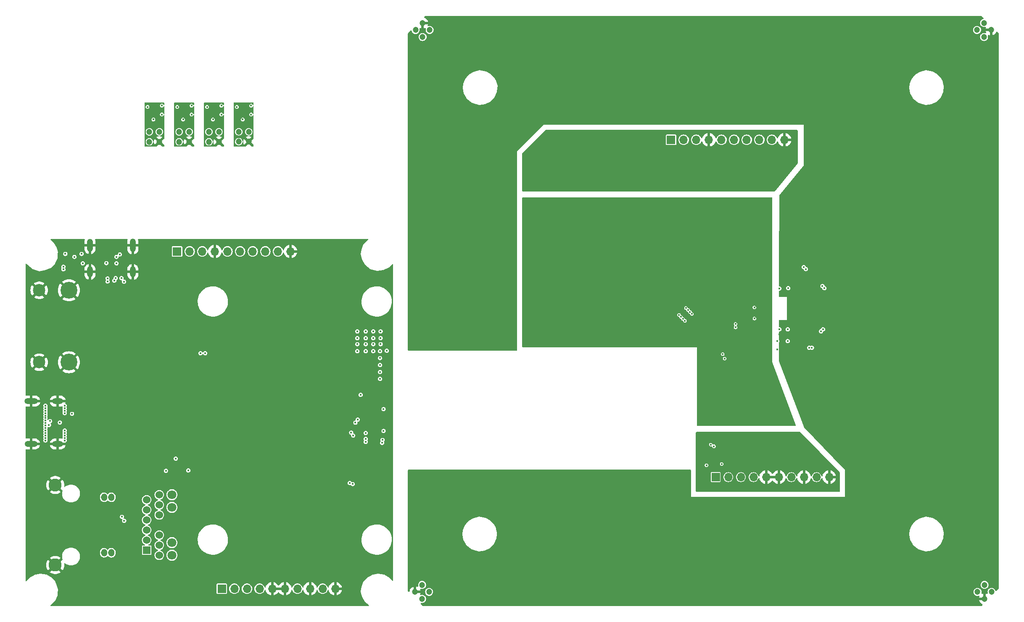
<source format=gbr>
%TF.GenerationSoftware,KiCad,Pcbnew,(7.0.0)*%
%TF.CreationDate,2023-02-16T09:01:11+09:00*%
%TF.ProjectId,audio,61756469-6f2e-46b6-9963-61645f706362,rev?*%
%TF.SameCoordinates,Original*%
%TF.FileFunction,Copper,L2,Inr*%
%TF.FilePolarity,Positive*%
%FSLAX46Y46*%
G04 Gerber Fmt 4.6, Leading zero omitted, Abs format (unit mm)*
G04 Created by KiCad (PCBNEW (7.0.0)) date 2023-02-16 09:01:11*
%MOMM*%
%LPD*%
G01*
G04 APERTURE LIST*
%TA.AperFunction,ComponentPad*%
%ADD10O,2.200000X1.200000*%
%TD*%
%TA.AperFunction,ComponentPad*%
%ADD11O,2.700000X1.200000*%
%TD*%
%TA.AperFunction,ComponentPad*%
%ADD12O,2.600000X1.200000*%
%TD*%
%TA.AperFunction,ComponentPad*%
%ADD13R,1.524000X1.524000*%
%TD*%
%TA.AperFunction,ComponentPad*%
%ADD14C,1.524000*%
%TD*%
%TA.AperFunction,ComponentPad*%
%ADD15C,1.800000*%
%TD*%
%TA.AperFunction,ComponentPad*%
%ADD16O,1.270000X1.524000*%
%TD*%
%TA.AperFunction,ComponentPad*%
%ADD17C,2.630000*%
%TD*%
%TA.AperFunction,ComponentPad*%
%ADD18C,2.610000*%
%TD*%
%TA.AperFunction,ComponentPad*%
%ADD19R,1.700000X1.700000*%
%TD*%
%TA.AperFunction,ComponentPad*%
%ADD20O,1.700000X1.700000*%
%TD*%
%TA.AperFunction,ComponentPad*%
%ADD21C,1.200000*%
%TD*%
%TA.AperFunction,ComponentPad*%
%ADD22C,3.400000*%
%TD*%
%TA.AperFunction,ComponentPad*%
%ADD23C,2.500000*%
%TD*%
%TA.AperFunction,ComponentPad*%
%ADD24O,1.200000X2.200000*%
%TD*%
%TA.AperFunction,ComponentPad*%
%ADD25O,1.200000X2.700000*%
%TD*%
%TA.AperFunction,ComponentPad*%
%ADD26O,1.200000X2.600000*%
%TD*%
%TA.AperFunction,ViaPad*%
%ADD27C,0.450000*%
%TD*%
G04 APERTURE END LIST*
D10*
%TO.N,GND*%
%TO.C,J5*%
X-8039969Y46819979D03*
X-8039969Y38179979D03*
D11*
X-13399969Y46819979D03*
D12*
X-13399969Y38179979D03*
%TD*%
D13*
%TO.N,/CM4_docker1/CM4_LOW_SPEED/MXCT*%
%TO.C,J2*%
X9877529Y16762479D03*
D14*
%TO.N,/CM4_docker1/CM4_LOW_SPEED/TRD2_N*%
X9877530Y18794480D03*
%TO.N,/CM4_docker1/CM4_LOW_SPEED/TRD2_P*%
X9877530Y20826480D03*
%TO.N,/CM4_docker1/CM4_LOW_SPEED/TRD1_P*%
X9877530Y22858480D03*
%TO.N,/CM4_docker1/CM4_LOW_SPEED/TRD1_N*%
X9877530Y24890480D03*
%TO.N,/CM4_docker1/CM4_LOW_SPEED/MXCT*%
X9877530Y26922480D03*
X12417530Y15746480D03*
%TO.N,/CM4_docker1/CM4_LOW_SPEED/TRD3_P*%
X12417530Y17778480D03*
%TO.N,/CM4_docker1/CM4_LOW_SPEED/TRD3_N*%
X12417530Y19810480D03*
%TO.N,/CM4_docker1/CM4_LOW_SPEED/TRD0_N*%
X12417530Y23874480D03*
%TO.N,/CM4_docker1/CM4_LOW_SPEED/TRD0_P*%
X12417530Y25906480D03*
%TO.N,/CM4_docker1/CM4_LOW_SPEED/MXCT*%
X12417530Y27938480D03*
D15*
%TO.N,/CM4_docker1/CM4_LOW_SPEED/5V*%
X14957530Y15746480D03*
%TO.N,/CM4_docker1/CM4_LOW_SPEED/LED_GREEN*%
X14957530Y18286480D03*
%TO.N,/CM4_docker1/CM4_LOW_SPEED/LED_YELLOW*%
X14957530Y25398480D03*
%TO.N,/CM4_docker1/CM4_LOW_SPEED/5V*%
X14957530Y27938480D03*
D16*
%TO.N,unconnected-(J2-VDC1+-Pad17)*%
X2767529Y16247479D03*
%TO.N,unconnected-(J2-VDC1--Pad18)*%
X2767529Y27427479D03*
%TO.N,unconnected-(J2-VDC2+-Pad19)*%
X1297529Y16247479D03*
%TO.N,unconnected-(J2-VDC2--Pad20)*%
X1297529Y27427479D03*
D17*
%TO.N,GND*%
X-8537470Y13777980D03*
D18*
X-8537470Y29906980D03*
%TD*%
D19*
%TO.N,unconnected-(J6-Pin_1-Pad1)*%
%TO.C,J6*%
X16000029Y76999979D03*
D20*
%TO.N,unconnected-(J6-Pin_2-Pad2)*%
X18540029Y76999979D03*
%TO.N,/CM4_docker1/+5V*%
X21080029Y76999979D03*
%TO.N,GND*%
X23620029Y76999979D03*
%TO.N,/CM4_docker1/I2S_LRCK*%
X26160029Y76999979D03*
%TO.N,/CM4_docker1/GLOBAL_EN*%
X28700029Y76999979D03*
%TO.N,/CM4_docker1/I2S_ADC*%
X31240029Y76999979D03*
%TO.N,/CM4_docker1/nRPIBOOT*%
X33780029Y76999979D03*
%TO.N,/CM4_docker1/I2S_BCLK*%
X36320029Y76999979D03*
%TO.N,GND*%
X38860029Y76999979D03*
%TD*%
D21*
%TO.N,/4ch_mic/AVCC_3.3V*%
%TO.C,U15*%
X64040030Y121639980D03*
%TO.N,/4ch_mic/AVCC_GND*%
X65454244Y123054194D03*
%TO.N,/4ch_mic/MIC4_CON_P*%
X66868457Y121639980D03*
%TO.N,/4ch_mic/MIC4_CON_N*%
X65454244Y120225766D03*
%TD*%
%TO.N,/4ch_mic/AVCC_3.3V*%
%TO.C,U18*%
X65354244Y6943478D03*
%TO.N,/4ch_mic/AVCC_GND*%
X63940030Y8357692D03*
%TO.N,/4ch_mic/MIC1_CON_P*%
X65354244Y9771905D03*
%TO.N,/4ch_mic/MIC1_CON_N*%
X66768458Y8357692D03*
%TD*%
%TO.N,/4ch_mic/AVCC_3.3V*%
%TO.C,U17*%
X180050746Y8357691D03*
%TO.N,/4ch_mic/AVCC_GND*%
X178636532Y6943477D03*
%TO.N,/4ch_mic/MIC2_CON_P*%
X177222319Y8357691D03*
%TO.N,/4ch_mic/MIC2_CON_N*%
X178636532Y9771905D03*
%TD*%
%TO.N,/4ch_mic/AVCC_3.3V*%
%TO.C,U16*%
X178536533Y123054194D03*
%TO.N,/4ch_mic/AVCC_GND*%
X179950747Y121639980D03*
%TO.N,/4ch_mic/MIC3_CON_P*%
X178536533Y120225767D03*
%TO.N,/4ch_mic/MIC3_CON_N*%
X177122319Y121639980D03*
%TD*%
D22*
%TO.N,GND*%
%TO.C,J1*%
X-5771470Y69157480D03*
X-5771470Y54657480D03*
D23*
X-11771470Y69157480D03*
X-11771470Y54657480D03*
%TD*%
D19*
%TO.N,/CM4_docker1/+5V*%
%TO.C,J7*%
X25000029Y8999979D03*
D20*
X27540029Y8999979D03*
X30080029Y8999979D03*
X32620029Y8999979D03*
%TO.N,GND*%
X35160029Y8999979D03*
X37700029Y8999979D03*
%TO.N,/CM4_docker1/I2C1_SCL*%
X40240029Y8999979D03*
%TO.N,GND*%
X42780029Y8999979D03*
%TO.N,/CM4_docker1/I2C1_SDA*%
X45320029Y8999979D03*
%TO.N,GND*%
X47860029Y8999979D03*
%TD*%
D24*
%TO.N,GND*%
%TO.C,J4*%
X7090029Y72869979D03*
X-1549969Y72869979D03*
D25*
X7090029Y78229979D03*
D26*
X-1549969Y78229979D03*
%TD*%
D21*
%TO.N,/mic_moudle4/VDD*%
%TO.C,U24*%
X12430030Y99099980D03*
%TO.N,/mic_moudle4/GND*%
X10430030Y99099980D03*
%TO.N,/mic_moudle4/MIC+*%
X10430030Y101099980D03*
%TO.N,/mic_moudle4/MIC-*%
X12430030Y101099980D03*
%TD*%
D19*
%TO.N,/isolation_module/+5V_I2C*%
%TO.C,J9*%
X124495387Y31498835D03*
D20*
X127035387Y31498835D03*
X129575387Y31498835D03*
X132115387Y31498835D03*
%TO.N,/isolation_module/GND_I2C*%
X134655387Y31498835D03*
X137195387Y31498835D03*
%TO.N,/isolation_module/I2C1_SCL*%
X139735387Y31498835D03*
%TO.N,/isolation_module/GND_I2C*%
X142275387Y31498835D03*
%TO.N,/isolation_module/I2C1_SDA*%
X144815387Y31498835D03*
%TO.N,/isolation_module/GND_I2C*%
X147355387Y31498835D03*
%TD*%
D21*
%TO.N,/mic_moudle3/VDD*%
%TO.C,U22*%
X18430030Y99099980D03*
%TO.N,/mic_moudle3/GND*%
X16430030Y99099980D03*
%TO.N,/mic_moudle3/MIC+*%
X16430030Y101099980D03*
%TO.N,/mic_moudle3/MIC-*%
X18430030Y101099980D03*
%TD*%
%TO.N,/mic_moudle2/VDD*%
%TO.C,U20*%
X24425530Y99099980D03*
%TO.N,/mic_moudle2/GND*%
X22425530Y99099980D03*
%TO.N,/mic_moudle2/MIC+*%
X22425530Y101099980D03*
%TO.N,/mic_moudle2/MIC-*%
X24425530Y101099980D03*
%TD*%
%TO.N,/mic_moudle1/VDD*%
%TO.C,U8*%
X30430030Y99109980D03*
%TO.N,/mic_moudle1/GND*%
X28430030Y99109980D03*
%TO.N,/mic_moudle1/MIC+*%
X28430030Y101109980D03*
%TO.N,/mic_moudle1/MIC-*%
X30430030Y101109980D03*
%TD*%
D19*
%TO.N,/isolation_module/USB_DEBUG_N*%
%TO.C,J8*%
X115495387Y99498835D03*
D20*
%TO.N,/isolation_module/USB_DEBUG_P*%
X118035387Y99498835D03*
%TO.N,/isolation_module/+5V*%
X120575387Y99498835D03*
%TO.N,/isolation_module/GND*%
X123115387Y99498835D03*
%TO.N,/isolation_module/I2S_LRCK*%
X125655387Y99498835D03*
%TO.N,/isolation_module/GLOBAL_EN*%
X128195387Y99498835D03*
%TO.N,/isolation_module/I2S_ADC*%
X130735387Y99498835D03*
%TO.N,/isolation_module/nRPIBOOT*%
X133275387Y99498835D03*
%TO.N,/isolation_module/I2S_BCLK*%
X135815387Y99498835D03*
%TO.N,/isolation_module/GND*%
X138355387Y99498835D03*
%TD*%
D27*
%TO.N,/CM4_docker1/I2S_LRCK*%
X51920030Y42469980D03*
X53973887Y40395974D03*
%TO.N,/CM4_docker1/I2S_ADC*%
X57589694Y40799981D03*
X52390030Y43119980D03*
%TO.N,/CM4_docker1/I2S_BCLK*%
X57589695Y45199980D03*
X52960030Y48089980D03*
%TO.N,/CM4_docker1/I2C1_SCL*%
X51489530Y39899980D03*
X51380530Y30099980D03*
%TO.N,/4ch_mic/VDD_GND*%
X86495388Y77498836D03*
X123705388Y51228836D03*
X131295388Y66898836D03*
X117105388Y67248836D03*
X128065388Y63648836D03*
X132475388Y59358836D03*
X134795388Y64298836D03*
X121495388Y56498836D03*
X134495388Y87498836D03*
X115425388Y65648836D03*
X94095388Y81298836D03*
X134495388Y84498836D03*
X129195388Y87498836D03*
X111265388Y72938836D03*
X90495388Y76498836D03*
X135595388Y66698836D03*
X128925388Y67128836D03*
X122495388Y86498836D03*
X107995388Y77888836D03*
X95695388Y83098836D03*
X134995388Y70998836D03*
X109735388Y71628836D03*
X117495388Y62498836D03*
X129495388Y44498836D03*
X126145388Y57998836D03*
X134495388Y81498836D03*
X117495388Y86498836D03*
X105625388Y81168836D03*
X134995388Y57198836D03*
X99155388Y79208836D03*
X132495388Y70498836D03*
X133795388Y70998836D03*
X131285388Y61418836D03*
X103480927Y87511103D03*
X106665388Y83078836D03*
X121145388Y63128836D03*
X114445388Y69878836D03*
X86695388Y81598836D03*
X108495388Y58498836D03*
X114495388Y58498836D03*
X95095388Y78588836D03*
X122905388Y61348836D03*
X119495388Y58498836D03*
X134795388Y66698836D03*
X125325388Y46088836D03*
X131295388Y63498836D03*
X134495388Y78498836D03*
X109995388Y84298836D03*
X129195388Y86798836D03*
X108895388Y84298836D03*
X129195388Y86198836D03*
X122765388Y59408836D03*
X98555388Y81008836D03*
X90395388Y81498836D03*
X128545388Y56588836D03*
X134795388Y65498836D03*
X104495388Y72498836D03*
X119355388Y61858836D03*
X106495388Y87498836D03*
X122195388Y47198836D03*
X132183388Y80486836D03*
X125415388Y61378836D03*
X116495388Y63498836D03*
X112895388Y68428836D03*
X125795388Y53818836D03*
X126295388Y44298836D03*
X131295388Y65698836D03*
X93575388Y78378836D03*
X123835388Y54888836D03*
X94395388Y83098836D03*
X124015388Y65008836D03*
X135595388Y65498836D03*
X100845388Y77338836D03*
X127475388Y61358836D03*
X125635388Y51178836D03*
X102995388Y76248836D03*
X98495388Y84398836D03*
X120825388Y60488836D03*
X104495388Y62498836D03*
X100495388Y87498836D03*
X104495388Y58498836D03*
X112495388Y86498836D03*
X133495388Y61498836D03*
X127835388Y59428836D03*
X129115388Y64328836D03*
X134495388Y44498836D03*
X132183388Y77953836D03*
X134495388Y51498836D03*
X127495388Y86498836D03*
X104325388Y75128836D03*
X125815388Y64108836D03*
X132495388Y56498836D03*
X98585388Y83238836D03*
X135595388Y64298836D03*
X93575391Y76912495D03*
X119495388Y66498836D03*
X129715388Y59298836D03*
X95095388Y79598836D03*
X87495388Y86498836D03*
X109915388Y75328836D03*
X136495388Y46498836D03*
X93495388Y86498836D03*
X89195388Y81498836D03*
X121495388Y52498836D03*
X95095388Y80298836D03*
X130165388Y66708836D03*
X104995388Y79818836D03*
X94095388Y79098836D03*
X106725388Y84418836D03*
X125465388Y59318836D03*
X132447388Y67700836D03*
X132495388Y73498836D03*
X97495388Y76498836D03*
X104495388Y67498836D03*
X106215388Y73338836D03*
X120495388Y65498836D03*
X94095388Y80198836D03*
%TO.N,/4ch_mic/VDD_3.3V*%
X118295388Y62998836D03*
X119695388Y64398836D03*
X118895388Y65198836D03*
X119295388Y64798836D03*
X117095388Y64198836D03*
X117495388Y63798836D03*
X118495388Y65598836D03*
X117895388Y63398836D03*
%TO.N,/CM4_docker1/I2C1_SDA*%
X51070030Y40499980D03*
X50800030Y30299980D03*
%TO.N,/CM4_docker1/+5V*%
X54000030Y56899980D03*
X-6649970Y44899980D03*
X55500030Y59499980D03*
X-6649970Y44399980D03*
X-10499970Y42899980D03*
X54000030Y58299980D03*
X-6649970Y45899980D03*
X56900030Y51299980D03*
X57000030Y59499980D03*
X-10499970Y43399980D03*
X-6649970Y38899980D03*
X52300030Y60899980D03*
X55500030Y56899980D03*
X55500030Y58299980D03*
X56900030Y56899980D03*
X-10499970Y40399980D03*
X-10499970Y45899980D03*
X-10499970Y44399980D03*
X-6899970Y73899980D03*
X-10499970Y41399980D03*
X-10499970Y43899980D03*
X52300030Y59499980D03*
X-6649970Y40899980D03*
X15750030Y35249980D03*
X-10499970Y40899980D03*
X-6649970Y45399980D03*
X-6649970Y39899980D03*
X-6649970Y40399980D03*
X57000030Y58299980D03*
X57000030Y60899980D03*
X56900030Y55499980D03*
X-10499970Y39399980D03*
X52300030Y56899980D03*
X-10499970Y44899980D03*
X55500030Y60899980D03*
X-6899970Y73389980D03*
X52300030Y58299980D03*
X54000030Y60899980D03*
X56900030Y52699980D03*
X-6649970Y39399980D03*
X-10499970Y42399980D03*
X-10499970Y45399980D03*
X-10499970Y38899980D03*
X54000030Y59499980D03*
X-10499970Y41899980D03*
X-10499970Y39899980D03*
X56900030Y54099980D03*
%TO.N,/CM4_docker1/CM4_LOW_SPEED/5V*%
X13750030Y32749980D03*
X5354530Y22699980D03*
%TO.N,/CM4_docker1/CM4_LOW_SPEED/VBUS*%
X1763192Y74636818D03*
X-2999970Y74599980D03*
X-6499970Y76499980D03*
X-3239970Y76499980D03*
X3800030Y74599980D03*
X-4695952Y75904480D03*
%TO.N,/CM4_docker1/POWER/CC2*%
X-5149970Y44249980D03*
X-9799970Y41999980D03*
%TO.N,/CM4_docker1/CM4_HIGH_SPEED/HDMI0_CEC*%
X21680030Y56499980D03*
X20710530Y56499980D03*
%TO.N,GND*%
X46000030Y43999980D03*
X7900030Y63199980D03*
X38000029Y46032518D03*
X30Y5999980D03*
X56300030Y34299980D03*
X-7499970Y19999980D03*
X5300030Y63199980D03*
X18250030Y36749980D03*
X19200030Y53699980D03*
X-6999970Y65399980D03*
X23200030Y46999980D03*
X12900030Y60299980D03*
X19290030Y44439980D03*
X-6999970Y60899980D03*
X23200030Y49399980D03*
X35000030Y65999980D03*
X38200030Y38215480D03*
X40800030Y30999980D03*
X23511428Y28653215D03*
X38000030Y5999980D03*
X-699970Y63199980D03*
X-3999970Y5999980D03*
X53400030Y64299980D03*
X23300030Y55799980D03*
X48000030Y5999980D03*
X53400030Y5799980D03*
X52000030Y8999980D03*
X35000030Y58999980D03*
X21356637Y23838104D03*
X57000030Y42999980D03*
X-7870011Y5992928D03*
X40800030Y38215480D03*
X20100030Y37099980D03*
X54330030Y35589980D03*
X46000030Y30999980D03*
X-1249970Y47289980D03*
X-6999970Y62399980D03*
X54210030Y54799980D03*
X15750030Y36999980D03*
X23200030Y50599980D03*
X59000030Y11599980D03*
X-13799970Y11999980D03*
X57000030Y48999980D03*
X4214530Y71099980D03*
X-13999970Y72999980D03*
X9100030Y55799980D03*
X17000030Y39249980D03*
X1480030Y71189980D03*
X-12999970Y66999980D03*
X15750030Y38499980D03*
X18000030Y55199980D03*
X26496829Y33354017D03*
X35000030Y55999980D03*
X-7499970Y24999980D03*
X55700030Y31499980D03*
X-12999970Y13999980D03*
X-1799970Y56299980D03*
X54270030Y36799980D03*
X-6999970Y59399980D03*
X38000030Y49999980D03*
X52000030Y10999980D03*
X12200030Y52799980D03*
X22000030Y5999980D03*
X16100030Y57099980D03*
X5000030Y57099980D03*
X-12999970Y23999980D03*
X57410030Y36799980D03*
X1900030Y57099980D03*
X34600030Y38145480D03*
X27000030Y22249980D03*
X-6999970Y8999980D03*
X-12999970Y50999980D03*
X-12999970Y28999980D03*
X5039280Y5984874D03*
X25000030Y22249980D03*
X22800030Y42499980D03*
X-12999970Y61999980D03*
X35000030Y42999980D03*
X38000030Y42999980D03*
X44000030Y30999980D03*
X46000030Y66999980D03*
X41000030Y67999980D03*
X58700030Y63699980D03*
X10000030Y63199980D03*
X35000030Y49999980D03*
X33000030Y5999980D03*
X35000030Y61999980D03*
X28071411Y34928599D03*
X22800030Y40499980D03*
X-12999970Y56999980D03*
X22800030Y38799980D03*
X36000030Y30999980D03*
X21312907Y28654879D03*
X23200030Y48199980D03*
X-3199970Y60899980D03*
X13900030Y51099980D03*
X43000030Y5999980D03*
X51500030Y68599980D03*
X-99970Y56399980D03*
X43600030Y38215480D03*
X-3128874Y57907480D03*
X-13008621Y19023867D03*
X18250030Y38499980D03*
X38200030Y30999980D03*
X28000030Y5999980D03*
X46000030Y49999980D03*
X56730030Y37879980D03*
X53700030Y31399980D03*
X46000030Y46999980D03*
X34750030Y29999980D03*
X29500030Y24749980D03*
X-6999970Y57899980D03*
X38000030Y52999980D03*
X18528030Y6085980D03*
X43000030Y65999980D03*
X7800030Y56999980D03*
X-3128874Y59407480D03*
X16300030Y48599980D03*
X-7999970Y58999980D03*
X38000030Y61999980D03*
X46000030Y52999980D03*
X-7999970Y65999980D03*
X46000030Y63999980D03*
X14000030Y5999980D03*
X58600030Y59799980D03*
X19400030Y48399980D03*
X24000030Y30999980D03*
X2400030Y63199980D03*
X33000030Y28249980D03*
X11300030Y61999980D03*
X38000030Y58999980D03*
X23200030Y54199980D03*
X22800030Y44599980D03*
X35000030Y52999980D03*
X14500030Y58699980D03*
X28250030Y23499980D03*
X46000030Y40999980D03*
X57000030Y26999980D03*
X19400030Y46499980D03*
X38000030Y55999980D03*
X35000030Y45999980D03*
X-249970Y47289980D03*
X-3199970Y62399980D03*
X42000030Y10999980D03*
X10000030Y5999980D03*
X23200030Y51799980D03*
X-8599970Y79199980D03*
X-7999970Y62999980D03*
X30071411Y36928599D03*
X46500030Y38215480D03*
X10700030Y54299980D03*
X31250030Y26499980D03*
X23392913Y23842679D03*
X23200030Y52999980D03*
X-3039470Y78309206D03*
%TO.N,/CM4_docker1/CM4_LOW_SPEED/ETH_LEDY*%
X57300030Y38399980D03*
X54000030Y38599980D03*
%TO.N,/CM4_docker1/CM4_LOW_SPEED/ETH_LEDG*%
X54000030Y39179483D03*
X57400030Y38999980D03*
%TO.N,/CM4_docker1/CM4_LOW_SPEED/LED_GREEN*%
X4900030Y23499980D03*
%TO.N,/CM4_docker1/CM4_LOW_SPEED/LED_YELLOW*%
X18250030Y32845480D03*
%TO.N,/CM4_docker1/USB_DEBUG_N*%
X3360030Y71089980D03*
X1980030Y71529980D03*
%TO.N,/CM4_docker1/USB_DEBUG_P*%
X2000030Y70919980D03*
X3650030Y71629980D03*
%TO.N,/CM4_docker1/CM4_LOW_SPEED/CC1*%
X4800030Y71599980D03*
X3800030Y75904480D03*
%TO.N,/isolation_module/GND*%
X125665388Y90458836D03*
X120865388Y90628836D03*
X114285388Y93668836D03*
X95695388Y90998836D03*
X112455388Y96118836D03*
X98495388Y92298836D03*
X115965388Y93678836D03*
X104235388Y98518836D03*
X94395388Y90998836D03*
X94995388Y95698836D03*
X115375388Y90498836D03*
X89395388Y90998836D03*
X116285388Y92268836D03*
X129105388Y94278836D03*
X86095388Y93898836D03*
X126935388Y100688836D03*
X99965388Y96298836D03*
X116415388Y93228836D03*
X126955388Y98528836D03*
X101905388Y92658836D03*
X118475388Y96148836D03*
X94995388Y94498836D03*
X122685388Y96348836D03*
X108355388Y95978836D03*
X124335388Y92488836D03*
X108895388Y90298836D03*
X108395388Y92668836D03*
X110095388Y90298836D03*
X127505388Y96068836D03*
X86795388Y90998836D03*
X99905388Y92788836D03*
X93295388Y100898836D03*
X116295388Y95038836D03*
X109095388Y99728836D03*
X112925388Y99788836D03*
X99815388Y89678836D03*
%TO.N,/isolation_module/I2C1_SCL*%
X124135388Y37718836D03*
X125695388Y34128836D03*
%TO.N,/isolation_module/I2C1_SDA*%
X122625388Y33888836D03*
X123505388Y38028836D03*
%TO.N,/4ch_mic/ISO_SDA*%
X128495388Y61698836D03*
X125895388Y56298836D03*
%TO.N,/4ch_mic/ISO_SCK*%
X128495388Y62398836D03*
X126295388Y55398836D03*
%TO.N,/4ch_mic/VCC_DIO*%
X132275388Y65698836D03*
X132305388Y63468836D03*
%TO.N,/4ch_mic/AVCC_3.3V*%
X137295388Y61278836D03*
X138995388Y58898836D03*
X139095388Y69588836D03*
X138995388Y61298836D03*
X137295388Y69518836D03*
X136895388Y58898836D03*
%TO.N,/4ch_mic/AVCC_GND*%
X139495388Y89498836D03*
X141195388Y88498836D03*
X137495388Y71598836D03*
X144795388Y82298836D03*
X143295388Y77948836D03*
X137295388Y60298836D03*
X138995388Y57198836D03*
X142595388Y66798836D03*
X141968853Y60706986D03*
X143995522Y88497898D03*
X146195388Y64398836D03*
X146495388Y89498836D03*
X143220388Y81748836D03*
X142595388Y65898836D03*
X141595388Y74398836D03*
X142495388Y64798836D03*
X143295388Y90058836D03*
X146195388Y65398836D03*
X144695388Y87398836D03*
X140280888Y66798836D03*
X145495388Y83498836D03*
X144695388Y70298836D03*
X144695388Y86798836D03*
X144795388Y63398836D03*
X143220388Y80498836D03*
X139095388Y76098836D03*
X143285388Y88508836D03*
X136895388Y57198836D03*
X146395388Y92098836D03*
X144695388Y86098836D03*
%TO.N,/isolation_module/GND_I2C*%
X143495388Y36498836D03*
X124935388Y28798836D03*
X126375388Y34448836D03*
X127495388Y39498836D03*
X142955388Y28888836D03*
X130552888Y35018836D03*
X132452888Y35018836D03*
X121495388Y29498836D03*
X130412888Y33578836D03*
X137545388Y28908836D03*
X133495388Y39498836D03*
X123145388Y37488836D03*
X123225388Y34318836D03*
X130495388Y39498836D03*
X140495388Y39498836D03*
X130472888Y36518836D03*
X137495388Y39498836D03*
X145495388Y34498836D03*
X133775388Y28808836D03*
X130562888Y35598836D03*
X128925388Y28798836D03*
%TO.N,/CM4_docker1/GLOBAL_EN*%
X58250030Y56969980D03*
%TO.N,/CM4_docker1/POWER/D-*%
X-9570470Y42799980D03*
X-7599970Y42505478D03*
%TO.N,/CM4_docker1/USB_OTG*%
X4500030Y76399980D03*
X5300030Y70899980D03*
%TO.N,/4ch_mic/MIC1_CON_N*%
X143870388Y57598836D03*
%TO.N,/4ch_mic/MIC2_CON_N*%
X146089843Y61293291D03*
%TO.N,/4ch_mic/MIC1_CON_P*%
X143320388Y57598836D03*
%TO.N,/4ch_mic/MIC2_CON_P*%
X145700933Y60904381D03*
%TO.N,/4ch_mic/MIC3_CON_N*%
X145985693Y69992193D03*
%TO.N,/4ch_mic/MIC4_CON_N*%
X142236572Y73843072D03*
%TO.N,/4ch_mic/MIC3_CON_P*%
X146388745Y69589141D03*
%TO.N,/4ch_mic/MIC4_CON_P*%
X142639624Y73440020D03*
%TO.N,/mic_moudle1/GND*%
X30910030Y104599980D03*
X28030030Y106109980D03*
%TO.N,/mic_moudle1/VDD*%
X27910030Y102499980D03*
X28710030Y104299980D03*
%TO.N,/mic_moudle1/GAIN*%
X30910030Y106399980D03*
%TO.N,/mic_moudle1/OUT*%
X29210030Y103599980D03*
%TO.N,/mic_moudle2/GND*%
X24925530Y104599980D03*
X22045530Y106109980D03*
%TO.N,/mic_moudle2/VDD*%
X21925530Y102499980D03*
X22725530Y104299980D03*
%TO.N,/mic_moudle3/GND*%
X18930030Y104599980D03*
X16050030Y106109980D03*
%TO.N,/mic_moudle3/VDD*%
X16730030Y104299980D03*
X15930030Y102499980D03*
%TO.N,/mic_moudle4/GND*%
X12930030Y104599980D03*
X10050030Y106109980D03*
%TO.N,/mic_moudle4/VDD*%
X10730030Y104299980D03*
X9930030Y102499980D03*
%TO.N,/mic_moudle2/GAIN*%
X24925530Y106399980D03*
%TO.N,/mic_moudle2/OUT*%
X23225530Y103599980D03*
%TO.N,/mic_moudle3/GAIN*%
X18930030Y106399980D03*
%TO.N,/mic_moudle3/OUT*%
X17230030Y103599980D03*
%TO.N,/mic_moudle4/GAIN*%
X12930030Y106399980D03*
%TO.N,/mic_moudle4/OUT*%
X11230030Y103599980D03*
%TD*%
%TA.AperFunction,Conductor*%
%TO.N,/isolation_module/GND_I2C*%
G36*
X141490458Y40587139D02*
G01*
X141539240Y40553887D01*
X149418244Y32477909D01*
X149453040Y32442243D01*
X149484395Y32394362D01*
X149495388Y32338193D01*
X149495388Y28647836D01*
X149484046Y28590816D01*
X149451747Y28542477D01*
X149403408Y28510178D01*
X149346388Y28498836D01*
X120644388Y28498836D01*
X120587368Y28510178D01*
X120539029Y28542477D01*
X120506730Y28590816D01*
X120495388Y28647836D01*
X120495388Y30643304D01*
X123514888Y30643304D01*
X123514889Y30643297D01*
X123514889Y30635982D01*
X123522459Y30597917D01*
X123551302Y30554750D01*
X123594469Y30525907D01*
X123632533Y30518336D01*
X125358242Y30518337D01*
X125396307Y30525907D01*
X125439474Y30554750D01*
X125468317Y30597917D01*
X125475888Y30635981D01*
X125475887Y31498836D01*
X126050144Y31498836D01*
X126069075Y31306624D01*
X126071197Y31299629D01*
X126071198Y31299624D01*
X126105893Y31185252D01*
X126125141Y31121799D01*
X126216188Y30951464D01*
X126220825Y30945813D01*
X126220829Y30945808D01*
X126310595Y30836428D01*
X126338715Y30802163D01*
X126344374Y30797519D01*
X126482359Y30684278D01*
X126482362Y30684276D01*
X126488016Y30679636D01*
X126658351Y30588589D01*
X126843176Y30532523D01*
X127035388Y30513592D01*
X127227600Y30532523D01*
X127412425Y30588589D01*
X127582760Y30679636D01*
X127732061Y30802163D01*
X127854588Y30951464D01*
X127945635Y31121799D01*
X128001701Y31306624D01*
X128020632Y31498836D01*
X128590144Y31498836D01*
X128609075Y31306624D01*
X128611197Y31299629D01*
X128611198Y31299624D01*
X128645893Y31185252D01*
X128665141Y31121799D01*
X128756188Y30951464D01*
X128760825Y30945813D01*
X128760829Y30945808D01*
X128850595Y30836428D01*
X128878715Y30802163D01*
X128884374Y30797519D01*
X129022359Y30684278D01*
X129022362Y30684276D01*
X129028016Y30679636D01*
X129198351Y30588589D01*
X129383176Y30532523D01*
X129575388Y30513592D01*
X129767600Y30532523D01*
X129952425Y30588589D01*
X130122760Y30679636D01*
X130272061Y30802163D01*
X130394588Y30951464D01*
X130485635Y31121799D01*
X130541701Y31306624D01*
X130560632Y31498836D01*
X131130144Y31498836D01*
X131149075Y31306624D01*
X131151197Y31299629D01*
X131151198Y31299624D01*
X131185893Y31185252D01*
X131205141Y31121799D01*
X131296188Y30951464D01*
X131300825Y30945813D01*
X131300829Y30945808D01*
X131390595Y30836428D01*
X131418715Y30802163D01*
X131424374Y30797519D01*
X131562359Y30684278D01*
X131562362Y30684276D01*
X131568016Y30679636D01*
X131738351Y30588589D01*
X131923176Y30532523D01*
X132115388Y30513592D01*
X132307600Y30532523D01*
X132492425Y30588589D01*
X132662760Y30679636D01*
X132812061Y30802163D01*
X132934588Y30951464D01*
X133025635Y31121799D01*
X133046908Y31191930D01*
X133087223Y31257036D01*
X133154557Y31293521D01*
X133231119Y31291741D01*
X133296684Y31252166D01*
X133333932Y31185252D01*
X133365054Y31062351D01*
X133369040Y31050742D01*
X133454496Y30855924D01*
X133460336Y30845132D01*
X133576696Y30667031D01*
X133584233Y30657347D01*
X133728314Y30500833D01*
X133737349Y30492515D01*
X133905225Y30361852D01*
X133915504Y30355137D01*
X134102594Y30253889D01*
X134113848Y30248952D01*
X134315048Y30179880D01*
X134326954Y30176865D01*
X134385379Y30167116D01*
X134398548Y30167797D01*
X134401388Y30180676D01*
X134909388Y30180676D01*
X134912227Y30167797D01*
X134925396Y30167116D01*
X134983821Y30176865D01*
X134995727Y30179880D01*
X135196927Y30248952D01*
X135208181Y30253889D01*
X135395271Y30355137D01*
X135405550Y30361852D01*
X135573426Y30492515D01*
X135582461Y30500833D01*
X135726542Y30657347D01*
X135734083Y30667036D01*
X135800650Y30768923D01*
X135854472Y30818470D01*
X135925388Y30836428D01*
X135996304Y30818470D01*
X136050126Y30768923D01*
X136116692Y30667036D01*
X136124233Y30657347D01*
X136268314Y30500833D01*
X136277349Y30492515D01*
X136445225Y30361852D01*
X136455504Y30355137D01*
X136642594Y30253889D01*
X136653848Y30248952D01*
X136855048Y30179880D01*
X136866954Y30176865D01*
X136925379Y30167116D01*
X136938548Y30167797D01*
X136941388Y30180676D01*
X137449388Y30180676D01*
X137452227Y30167797D01*
X137465396Y30167116D01*
X137523821Y30176865D01*
X137535727Y30179880D01*
X137736927Y30248952D01*
X137748181Y30253889D01*
X137935271Y30355137D01*
X137945550Y30361852D01*
X138113426Y30492515D01*
X138122461Y30500833D01*
X138266542Y30657347D01*
X138274079Y30667031D01*
X138390439Y30845132D01*
X138396279Y30855924D01*
X138481735Y31050742D01*
X138485722Y31062356D01*
X138516843Y31185250D01*
X138554090Y31252165D01*
X138619655Y31291740D01*
X138696216Y31293521D01*
X138763550Y31257037D01*
X138803867Y31191928D01*
X138825141Y31121799D01*
X138916188Y30951464D01*
X138920825Y30945813D01*
X138920829Y30945808D01*
X139010595Y30836428D01*
X139038715Y30802163D01*
X139044374Y30797519D01*
X139182359Y30684278D01*
X139182362Y30684276D01*
X139188016Y30679636D01*
X139358351Y30588589D01*
X139543176Y30532523D01*
X139735388Y30513592D01*
X139927600Y30532523D01*
X140112425Y30588589D01*
X140282760Y30679636D01*
X140432061Y30802163D01*
X140554588Y30951464D01*
X140645635Y31121799D01*
X140666908Y31191930D01*
X140707223Y31257036D01*
X140774557Y31293521D01*
X140851119Y31291741D01*
X140916684Y31252166D01*
X140953932Y31185252D01*
X140985054Y31062351D01*
X140989040Y31050742D01*
X141074496Y30855924D01*
X141080336Y30845132D01*
X141196696Y30667031D01*
X141204233Y30657347D01*
X141348314Y30500833D01*
X141357349Y30492515D01*
X141525225Y30361852D01*
X141535504Y30355137D01*
X141722594Y30253889D01*
X141733848Y30248952D01*
X141935048Y30179880D01*
X141946954Y30176865D01*
X142005379Y30167116D01*
X142018548Y30167797D01*
X142021388Y30180676D01*
X142529388Y30180676D01*
X142532227Y30167797D01*
X142545396Y30167116D01*
X142603821Y30176865D01*
X142615727Y30179880D01*
X142816927Y30248952D01*
X142828181Y30253889D01*
X143015271Y30355137D01*
X143025550Y30361852D01*
X143193426Y30492515D01*
X143202461Y30500833D01*
X143346542Y30657347D01*
X143354079Y30667031D01*
X143470439Y30845132D01*
X143476279Y30855924D01*
X143561735Y31050742D01*
X143565722Y31062356D01*
X143596843Y31185250D01*
X143634090Y31252165D01*
X143699655Y31291740D01*
X143776216Y31293521D01*
X143843550Y31257037D01*
X143883867Y31191928D01*
X143905141Y31121799D01*
X143996188Y30951464D01*
X144000825Y30945813D01*
X144000829Y30945808D01*
X144090595Y30836428D01*
X144118715Y30802163D01*
X144124374Y30797519D01*
X144262359Y30684278D01*
X144262362Y30684276D01*
X144268016Y30679636D01*
X144438351Y30588589D01*
X144623176Y30532523D01*
X144815388Y30513592D01*
X145007600Y30532523D01*
X145192425Y30588589D01*
X145362760Y30679636D01*
X145512061Y30802163D01*
X145634588Y30951464D01*
X145725635Y31121799D01*
X145746908Y31191930D01*
X145787223Y31257036D01*
X145854557Y31293521D01*
X145931119Y31291741D01*
X145996684Y31252166D01*
X146033932Y31185252D01*
X146065054Y31062351D01*
X146069040Y31050742D01*
X146154496Y30855924D01*
X146160336Y30845132D01*
X146276696Y30667031D01*
X146284233Y30657347D01*
X146428314Y30500833D01*
X146437349Y30492515D01*
X146605225Y30361852D01*
X146615504Y30355137D01*
X146802594Y30253889D01*
X146813848Y30248952D01*
X147015048Y30179880D01*
X147026954Y30176865D01*
X147085379Y30167116D01*
X147098548Y30167797D01*
X147101388Y30180676D01*
X147609388Y30180676D01*
X147612227Y30167797D01*
X147625396Y30167116D01*
X147683821Y30176865D01*
X147695727Y30179880D01*
X147896927Y30248952D01*
X147908181Y30253889D01*
X148095271Y30355137D01*
X148105550Y30361852D01*
X148273426Y30492515D01*
X148282461Y30500833D01*
X148426542Y30657347D01*
X148434079Y30667031D01*
X148550439Y30845132D01*
X148556279Y30855924D01*
X148641735Y31050742D01*
X148645721Y31062354D01*
X148687756Y31228348D01*
X148688034Y31241802D01*
X148674919Y31244836D01*
X147624063Y31244836D01*
X147611822Y31242402D01*
X147609388Y31230161D01*
X147609388Y30180676D01*
X147101388Y30180676D01*
X147101388Y31767511D01*
X147609388Y31767511D01*
X147611822Y31755271D01*
X147624063Y31752836D01*
X148674919Y31752836D01*
X148688034Y31755871D01*
X148687756Y31769325D01*
X148645721Y31935319D01*
X148641735Y31946931D01*
X148556279Y32141749D01*
X148550439Y32152541D01*
X148434079Y32330642D01*
X148426542Y32340326D01*
X148282461Y32496840D01*
X148273426Y32505158D01*
X148105550Y32635821D01*
X148095271Y32642536D01*
X147908181Y32743784D01*
X147896927Y32748721D01*
X147695727Y32817793D01*
X147683821Y32820808D01*
X147625396Y32830557D01*
X147612227Y32829876D01*
X147609388Y32816996D01*
X147609388Y31767511D01*
X147101388Y31767511D01*
X147101388Y32816996D01*
X147098548Y32829876D01*
X147085379Y32830557D01*
X147026954Y32820808D01*
X147015048Y32817793D01*
X146813848Y32748721D01*
X146802594Y32743784D01*
X146615504Y32642536D01*
X146605225Y32635821D01*
X146437349Y32505158D01*
X146428314Y32496840D01*
X146284233Y32340326D01*
X146276696Y32330642D01*
X146160336Y32152541D01*
X146154496Y32141749D01*
X146069040Y31946931D01*
X146065054Y31935322D01*
X146033932Y31812421D01*
X145996684Y31745507D01*
X145931119Y31705932D01*
X145854557Y31704152D01*
X145787224Y31740637D01*
X145746907Y31805747D01*
X145725635Y31875873D01*
X145634588Y32046208D01*
X145629948Y32051862D01*
X145629946Y32051865D01*
X145516705Y32189850D01*
X145512061Y32195509D01*
X145471558Y32228749D01*
X145368416Y32313395D01*
X145368411Y32313399D01*
X145362760Y32318036D01*
X145356310Y32321484D01*
X145356308Y32321485D01*
X145198881Y32405632D01*
X145198882Y32405632D01*
X145192425Y32409083D01*
X145121107Y32430717D01*
X145014600Y32463026D01*
X145014595Y32463027D01*
X145007600Y32465149D01*
X145000323Y32465866D01*
X145000322Y32465866D01*
X144822668Y32483363D01*
X144815388Y32484080D01*
X144808108Y32483363D01*
X144630453Y32465866D01*
X144630450Y32465866D01*
X144623176Y32465149D01*
X144616181Y32463028D01*
X144616175Y32463026D01*
X144445359Y32411209D01*
X144438351Y32409083D01*
X144431897Y32405634D01*
X144431894Y32405632D01*
X144274467Y32321485D01*
X144274460Y32321481D01*
X144268016Y32318036D01*
X144262369Y32313402D01*
X144262359Y32313395D01*
X144124374Y32200154D01*
X144124369Y32200150D01*
X144118715Y32195509D01*
X144114074Y32189855D01*
X144114070Y32189850D01*
X144000829Y32051865D01*
X144000822Y32051855D01*
X143996188Y32046208D01*
X143992743Y32039764D01*
X143992739Y32039757D01*
X143908592Y31882330D01*
X143905141Y31875873D01*
X143903016Y31868869D01*
X143903016Y31868868D01*
X143883868Y31805746D01*
X143843550Y31740635D01*
X143776216Y31704152D01*
X143699654Y31705933D01*
X143634090Y31745508D01*
X143596843Y31812422D01*
X143565721Y31935319D01*
X143561735Y31946931D01*
X143476279Y32141749D01*
X143470439Y32152541D01*
X143354079Y32330642D01*
X143346542Y32340326D01*
X143202461Y32496840D01*
X143193426Y32505158D01*
X143025550Y32635821D01*
X143015271Y32642536D01*
X142828181Y32743784D01*
X142816927Y32748721D01*
X142615727Y32817793D01*
X142603821Y32820808D01*
X142545396Y32830557D01*
X142532227Y32829876D01*
X142529388Y32816996D01*
X142529388Y30180676D01*
X142021388Y30180676D01*
X142021388Y32816996D01*
X142018548Y32829876D01*
X142005379Y32830557D01*
X141946954Y32820808D01*
X141935048Y32817793D01*
X141733848Y32748721D01*
X141722594Y32743784D01*
X141535504Y32642536D01*
X141525225Y32635821D01*
X141357349Y32505158D01*
X141348314Y32496840D01*
X141204233Y32340326D01*
X141196696Y32330642D01*
X141080336Y32152541D01*
X141074496Y32141749D01*
X140989040Y31946931D01*
X140985054Y31935322D01*
X140953932Y31812421D01*
X140916684Y31745507D01*
X140851119Y31705932D01*
X140774557Y31704152D01*
X140707224Y31740637D01*
X140666907Y31805747D01*
X140645635Y31875873D01*
X140554588Y32046208D01*
X140549948Y32051862D01*
X140549946Y32051865D01*
X140436705Y32189850D01*
X140432061Y32195509D01*
X140391558Y32228749D01*
X140288416Y32313395D01*
X140288411Y32313399D01*
X140282760Y32318036D01*
X140276310Y32321484D01*
X140276308Y32321485D01*
X140118881Y32405632D01*
X140118882Y32405632D01*
X140112425Y32409083D01*
X140041107Y32430717D01*
X139934600Y32463026D01*
X139934595Y32463027D01*
X139927600Y32465149D01*
X139920323Y32465866D01*
X139920322Y32465866D01*
X139742668Y32483363D01*
X139735388Y32484080D01*
X139728108Y32483363D01*
X139550453Y32465866D01*
X139550450Y32465866D01*
X139543176Y32465149D01*
X139536181Y32463028D01*
X139536175Y32463026D01*
X139365359Y32411209D01*
X139358351Y32409083D01*
X139351897Y32405634D01*
X139351894Y32405632D01*
X139194467Y32321485D01*
X139194460Y32321481D01*
X139188016Y32318036D01*
X139182369Y32313402D01*
X139182359Y32313395D01*
X139044374Y32200154D01*
X139044369Y32200150D01*
X139038715Y32195509D01*
X139034074Y32189855D01*
X139034070Y32189850D01*
X138920829Y32051865D01*
X138920822Y32051855D01*
X138916188Y32046208D01*
X138912743Y32039764D01*
X138912739Y32039757D01*
X138828592Y31882330D01*
X138825141Y31875873D01*
X138823016Y31868869D01*
X138823016Y31868868D01*
X138803868Y31805746D01*
X138763550Y31740635D01*
X138696216Y31704152D01*
X138619654Y31705933D01*
X138554090Y31745508D01*
X138516843Y31812422D01*
X138485721Y31935319D01*
X138481735Y31946931D01*
X138396279Y32141749D01*
X138390439Y32152541D01*
X138274079Y32330642D01*
X138266542Y32340326D01*
X138122461Y32496840D01*
X138113426Y32505158D01*
X137945550Y32635821D01*
X137935271Y32642536D01*
X137748181Y32743784D01*
X137736927Y32748721D01*
X137535727Y32817793D01*
X137523821Y32820808D01*
X137465396Y32830557D01*
X137452227Y32829876D01*
X137449388Y32816996D01*
X137449388Y30180676D01*
X136941388Y30180676D01*
X136941388Y31230161D01*
X136938953Y31242402D01*
X136926713Y31244836D01*
X134924063Y31244836D01*
X134911822Y31242402D01*
X134909388Y31230161D01*
X134909388Y30180676D01*
X134401388Y30180676D01*
X134401388Y31767511D01*
X134909388Y31767511D01*
X134911822Y31755271D01*
X134924063Y31752836D01*
X136926713Y31752836D01*
X136938953Y31755271D01*
X136941388Y31767511D01*
X136941388Y32816996D01*
X136938548Y32829876D01*
X136925379Y32830557D01*
X136866954Y32820808D01*
X136855048Y32817793D01*
X136653848Y32748721D01*
X136642594Y32743784D01*
X136455504Y32642536D01*
X136445225Y32635821D01*
X136277349Y32505158D01*
X136268314Y32496840D01*
X136124233Y32340326D01*
X136116696Y32330642D01*
X136050126Y32228749D01*
X135996304Y32179203D01*
X135925388Y32161245D01*
X135854472Y32179203D01*
X135800650Y32228749D01*
X135734079Y32330642D01*
X135726542Y32340326D01*
X135582461Y32496840D01*
X135573426Y32505158D01*
X135405550Y32635821D01*
X135395271Y32642536D01*
X135208181Y32743784D01*
X135196927Y32748721D01*
X134995727Y32817793D01*
X134983821Y32820808D01*
X134925396Y32830557D01*
X134912227Y32829876D01*
X134909388Y32816996D01*
X134909388Y31767511D01*
X134401388Y31767511D01*
X134401388Y32816996D01*
X134398548Y32829876D01*
X134385379Y32830557D01*
X134326954Y32820808D01*
X134315048Y32817793D01*
X134113848Y32748721D01*
X134102594Y32743784D01*
X133915504Y32642536D01*
X133905225Y32635821D01*
X133737349Y32505158D01*
X133728314Y32496840D01*
X133584233Y32340326D01*
X133576696Y32330642D01*
X133460336Y32152541D01*
X133454496Y32141749D01*
X133369040Y31946931D01*
X133365054Y31935322D01*
X133333932Y31812421D01*
X133296684Y31745507D01*
X133231119Y31705932D01*
X133154557Y31704152D01*
X133087224Y31740637D01*
X133046907Y31805747D01*
X133025635Y31875873D01*
X132934588Y32046208D01*
X132929948Y32051862D01*
X132929946Y32051865D01*
X132816705Y32189850D01*
X132812061Y32195509D01*
X132771558Y32228749D01*
X132668416Y32313395D01*
X132668411Y32313399D01*
X132662760Y32318036D01*
X132656310Y32321484D01*
X132656308Y32321485D01*
X132498881Y32405632D01*
X132498882Y32405632D01*
X132492425Y32409083D01*
X132421107Y32430717D01*
X132314600Y32463026D01*
X132314595Y32463027D01*
X132307600Y32465149D01*
X132300323Y32465866D01*
X132300322Y32465866D01*
X132122668Y32483363D01*
X132115388Y32484080D01*
X132108108Y32483363D01*
X131930453Y32465866D01*
X131930450Y32465866D01*
X131923176Y32465149D01*
X131916181Y32463028D01*
X131916175Y32463026D01*
X131745359Y32411209D01*
X131738351Y32409083D01*
X131731897Y32405634D01*
X131731894Y32405632D01*
X131574467Y32321485D01*
X131574460Y32321481D01*
X131568016Y32318036D01*
X131562369Y32313402D01*
X131562359Y32313395D01*
X131424374Y32200154D01*
X131424369Y32200150D01*
X131418715Y32195509D01*
X131414074Y32189855D01*
X131414070Y32189850D01*
X131300829Y32051865D01*
X131300822Y32051855D01*
X131296188Y32046208D01*
X131292743Y32039764D01*
X131292739Y32039757D01*
X131208592Y31882330D01*
X131205141Y31875873D01*
X131203016Y31868868D01*
X131203015Y31868865D01*
X131151198Y31698049D01*
X131151196Y31698043D01*
X131149075Y31691048D01*
X131130144Y31498836D01*
X130560632Y31498836D01*
X130541701Y31691048D01*
X130485635Y31875873D01*
X130394588Y32046208D01*
X130389948Y32051862D01*
X130389946Y32051865D01*
X130276705Y32189850D01*
X130272061Y32195509D01*
X130231558Y32228749D01*
X130128416Y32313395D01*
X130128411Y32313399D01*
X130122760Y32318036D01*
X130116310Y32321484D01*
X130116308Y32321485D01*
X129958881Y32405632D01*
X129958882Y32405632D01*
X129952425Y32409083D01*
X129881107Y32430717D01*
X129774600Y32463026D01*
X129774595Y32463027D01*
X129767600Y32465149D01*
X129760323Y32465866D01*
X129760322Y32465866D01*
X129582668Y32483363D01*
X129575388Y32484080D01*
X129568108Y32483363D01*
X129390453Y32465866D01*
X129390450Y32465866D01*
X129383176Y32465149D01*
X129376181Y32463028D01*
X129376175Y32463026D01*
X129205359Y32411209D01*
X129198351Y32409083D01*
X129191897Y32405634D01*
X129191894Y32405632D01*
X129034467Y32321485D01*
X129034460Y32321481D01*
X129028016Y32318036D01*
X129022369Y32313402D01*
X129022359Y32313395D01*
X128884374Y32200154D01*
X128884369Y32200150D01*
X128878715Y32195509D01*
X128874074Y32189855D01*
X128874070Y32189850D01*
X128760829Y32051865D01*
X128760822Y32051855D01*
X128756188Y32046208D01*
X128752743Y32039764D01*
X128752739Y32039757D01*
X128668592Y31882330D01*
X128665141Y31875873D01*
X128663016Y31868868D01*
X128663015Y31868865D01*
X128611198Y31698049D01*
X128611196Y31698043D01*
X128609075Y31691048D01*
X128590144Y31498836D01*
X128020632Y31498836D01*
X128001701Y31691048D01*
X127945635Y31875873D01*
X127854588Y32046208D01*
X127849948Y32051862D01*
X127849946Y32051865D01*
X127736705Y32189850D01*
X127732061Y32195509D01*
X127691558Y32228749D01*
X127588416Y32313395D01*
X127588411Y32313399D01*
X127582760Y32318036D01*
X127576310Y32321484D01*
X127576308Y32321485D01*
X127418881Y32405632D01*
X127418882Y32405632D01*
X127412425Y32409083D01*
X127341107Y32430717D01*
X127234600Y32463026D01*
X127234595Y32463027D01*
X127227600Y32465149D01*
X127220323Y32465866D01*
X127220322Y32465866D01*
X127042668Y32483363D01*
X127035388Y32484080D01*
X127028108Y32483363D01*
X126850453Y32465866D01*
X126850450Y32465866D01*
X126843176Y32465149D01*
X126836181Y32463028D01*
X126836175Y32463026D01*
X126665359Y32411209D01*
X126658351Y32409083D01*
X126651897Y32405634D01*
X126651894Y32405632D01*
X126494467Y32321485D01*
X126494460Y32321481D01*
X126488016Y32318036D01*
X126482369Y32313402D01*
X126482359Y32313395D01*
X126344374Y32200154D01*
X126344369Y32200150D01*
X126338715Y32195509D01*
X126334074Y32189855D01*
X126334070Y32189850D01*
X126220829Y32051865D01*
X126220822Y32051855D01*
X126216188Y32046208D01*
X126212743Y32039764D01*
X126212739Y32039757D01*
X126128592Y31882330D01*
X126125141Y31875873D01*
X126123016Y31868868D01*
X126123015Y31868865D01*
X126071198Y31698049D01*
X126071196Y31698043D01*
X126069075Y31691048D01*
X126050144Y31498836D01*
X125475887Y31498836D01*
X125475887Y32361690D01*
X125468317Y32399755D01*
X125439474Y32442922D01*
X125396307Y32471765D01*
X125381913Y32474628D01*
X125365419Y32477909D01*
X125365415Y32477910D01*
X125358243Y32479336D01*
X125350927Y32479336D01*
X123639855Y32479336D01*
X123639844Y32479336D01*
X123632534Y32479335D01*
X123625354Y32477908D01*
X123625352Y32477907D01*
X123608865Y32474628D01*
X123594469Y32471765D01*
X123582265Y32463612D01*
X123582263Y32463610D01*
X123563507Y32451078D01*
X123563504Y32451076D01*
X123551302Y32442922D01*
X123543148Y32430720D01*
X123543146Y32430717D01*
X123530612Y32411958D01*
X123530610Y32411956D01*
X123522459Y32399755D01*
X123519596Y32385363D01*
X123519596Y32385362D01*
X123516315Y32368868D01*
X123516314Y32368863D01*
X123514888Y32361691D01*
X123514888Y32354377D01*
X123514888Y32354376D01*
X123514888Y30643304D01*
X120495388Y30643304D01*
X120495388Y33888836D01*
X122265457Y33888836D01*
X122283073Y33777611D01*
X122334198Y33677274D01*
X122413826Y33597646D01*
X122514163Y33546521D01*
X122625388Y33528905D01*
X122736613Y33546521D01*
X122836950Y33597646D01*
X122916578Y33677274D01*
X122967703Y33777611D01*
X122985319Y33888836D01*
X122967703Y34000061D01*
X122916578Y34100398D01*
X122888140Y34128836D01*
X125335457Y34128836D01*
X125353073Y34017611D01*
X125404198Y33917274D01*
X125483826Y33837646D01*
X125584163Y33786521D01*
X125695388Y33768905D01*
X125806613Y33786521D01*
X125906950Y33837646D01*
X125986578Y33917274D01*
X126037703Y34017611D01*
X126055319Y34128836D01*
X126037703Y34240061D01*
X125986578Y34340398D01*
X125906950Y34420026D01*
X125896505Y34425348D01*
X125896504Y34425349D01*
X125817058Y34465829D01*
X125817057Y34465830D01*
X125806613Y34471151D01*
X125695388Y34488767D01*
X125683808Y34486933D01*
X125595742Y34472985D01*
X125595741Y34472985D01*
X125584163Y34471151D01*
X125573720Y34465831D01*
X125573717Y34465829D01*
X125494271Y34425349D01*
X125494266Y34425346D01*
X125483826Y34420026D01*
X125475539Y34411740D01*
X125475536Y34411737D01*
X125412487Y34348688D01*
X125412484Y34348685D01*
X125404198Y34340398D01*
X125398878Y34329958D01*
X125398875Y34329953D01*
X125358395Y34250507D01*
X125358393Y34250504D01*
X125353073Y34240061D01*
X125351239Y34228483D01*
X125351239Y34228482D01*
X125342252Y34171737D01*
X125335457Y34128836D01*
X122888140Y34128836D01*
X122836950Y34180026D01*
X122826505Y34185348D01*
X122826504Y34185349D01*
X122747058Y34225829D01*
X122747057Y34225830D01*
X122736613Y34231151D01*
X122625388Y34248767D01*
X122613808Y34246933D01*
X122525742Y34232985D01*
X122525741Y34232985D01*
X122514163Y34231151D01*
X122503720Y34225831D01*
X122503717Y34225829D01*
X122424271Y34185349D01*
X122424266Y34185346D01*
X122413826Y34180026D01*
X122405539Y34171740D01*
X122405536Y34171737D01*
X122342487Y34108688D01*
X122342484Y34108685D01*
X122334198Y34100398D01*
X122328878Y34089958D01*
X122328875Y34089953D01*
X122288395Y34010507D01*
X122288393Y34010504D01*
X122283073Y34000061D01*
X122281239Y33988483D01*
X122281239Y33988482D01*
X122269961Y33917274D01*
X122265457Y33888836D01*
X120495388Y33888836D01*
X120495388Y38028836D01*
X123145457Y38028836D01*
X123163073Y37917611D01*
X123168394Y37907167D01*
X123168395Y37907166D01*
X123207682Y37830061D01*
X123214198Y37817274D01*
X123293826Y37737646D01*
X123394163Y37686521D01*
X123505388Y37668905D01*
X123616613Y37686521D01*
X123619372Y37687927D01*
X123670231Y37693948D01*
X123726186Y37678169D01*
X123771843Y37642177D01*
X123791617Y37606870D01*
X123793073Y37607611D01*
X123844198Y37507274D01*
X123923826Y37427646D01*
X124024163Y37376521D01*
X124135388Y37358905D01*
X124246613Y37376521D01*
X124346950Y37427646D01*
X124426578Y37507274D01*
X124477703Y37607611D01*
X124495319Y37718836D01*
X124477703Y37830061D01*
X124426578Y37930398D01*
X124346950Y38010026D01*
X124336505Y38015348D01*
X124336504Y38015349D01*
X124257058Y38055829D01*
X124257057Y38055830D01*
X124246613Y38061151D01*
X124135388Y38078767D01*
X124123808Y38076933D01*
X124035742Y38062985D01*
X124035741Y38062985D01*
X124024163Y38061151D01*
X124021402Y38059745D01*
X123970533Y38053726D01*
X123914577Y38069510D01*
X123868922Y38105507D01*
X123849159Y38140803D01*
X123847703Y38140061D01*
X123796578Y38240398D01*
X123716950Y38320026D01*
X123706505Y38325348D01*
X123706504Y38325349D01*
X123627058Y38365829D01*
X123627057Y38365830D01*
X123616613Y38371151D01*
X123505388Y38388767D01*
X123493808Y38386933D01*
X123405742Y38372985D01*
X123405741Y38372985D01*
X123394163Y38371151D01*
X123383720Y38365831D01*
X123383717Y38365829D01*
X123304271Y38325349D01*
X123304266Y38325346D01*
X123293826Y38320026D01*
X123285539Y38311740D01*
X123285536Y38311737D01*
X123222487Y38248688D01*
X123222484Y38248685D01*
X123214198Y38240398D01*
X123208878Y38229958D01*
X123208875Y38229953D01*
X123168395Y38150507D01*
X123168393Y38150504D01*
X123163073Y38140061D01*
X123145457Y38028836D01*
X120495388Y38028836D01*
X120495388Y40449836D01*
X120506730Y40506856D01*
X120539029Y40555195D01*
X120587368Y40587494D01*
X120644388Y40598836D01*
X141432590Y40598836D01*
X141490458Y40587139D01*
G37*
%TD.AperFunction*%
%TD*%
%TA.AperFunction,Conductor*%
%TO.N,/mic_moudle3/VDD*%
G36*
X19392530Y106989566D02*
G01*
X19419616Y106962480D01*
X19429530Y106925480D01*
X19429530Y106554998D01*
X19413643Y106509185D01*
X19372805Y106483043D01*
X19324549Y106487795D01*
X19289596Y106521403D01*
X19240248Y106618253D01*
X19237603Y106623445D01*
X19153495Y106707553D01*
X19047512Y106761554D01*
X19041758Y106762466D01*
X19041756Y106762466D01*
X18935782Y106779250D01*
X18930030Y106780161D01*
X18924278Y106779250D01*
X18818303Y106762466D01*
X18818299Y106762465D01*
X18812548Y106761554D01*
X18807356Y106758909D01*
X18807354Y106758908D01*
X18711757Y106710199D01*
X18711754Y106710198D01*
X18706565Y106707553D01*
X18702448Y106703437D01*
X18702445Y106703434D01*
X18626576Y106627565D01*
X18626573Y106627562D01*
X18622457Y106623445D01*
X18619812Y106618256D01*
X18619811Y106618253D01*
X18571102Y106522656D01*
X18568456Y106517462D01*
X18567545Y106511711D01*
X18567544Y106511707D01*
X18561329Y106472466D01*
X18549849Y106399980D01*
X18550760Y106394228D01*
X18563004Y106316917D01*
X18568456Y106282498D01*
X18622457Y106176515D01*
X18706565Y106092407D01*
X18812548Y106038406D01*
X18930030Y106019799D01*
X19047512Y106038406D01*
X19153495Y106092407D01*
X19237603Y106176515D01*
X19289595Y106278557D01*
X19324549Y106312165D01*
X19372805Y106316917D01*
X19413643Y106290775D01*
X19429530Y106244962D01*
X19429530Y104754998D01*
X19413643Y104709185D01*
X19372805Y104683043D01*
X19324549Y104687795D01*
X19289596Y104721403D01*
X19240248Y104818253D01*
X19237603Y104823445D01*
X19153495Y104907553D01*
X19047512Y104961554D01*
X19041758Y104962466D01*
X19041756Y104962466D01*
X18935782Y104979250D01*
X18930030Y104980161D01*
X18924278Y104979250D01*
X18818303Y104962466D01*
X18818299Y104962465D01*
X18812548Y104961554D01*
X18807356Y104958909D01*
X18807354Y104958908D01*
X18711757Y104910199D01*
X18711754Y104910198D01*
X18706565Y104907553D01*
X18702448Y104903437D01*
X18702445Y104903434D01*
X18626576Y104827565D01*
X18626573Y104827562D01*
X18622457Y104823445D01*
X18619812Y104818256D01*
X18619811Y104818253D01*
X18571102Y104722656D01*
X18568456Y104717462D01*
X18567545Y104711711D01*
X18567544Y104711707D01*
X18550760Y104605732D01*
X18549849Y104599980D01*
X18550760Y104594228D01*
X18563004Y104516917D01*
X18568456Y104482498D01*
X18622457Y104376515D01*
X18706565Y104292407D01*
X18812548Y104238406D01*
X18930030Y104219799D01*
X19047512Y104238406D01*
X19153495Y104292407D01*
X19237603Y104376515D01*
X19289595Y104478557D01*
X19324549Y104512165D01*
X19372805Y104516917D01*
X19413643Y104490775D01*
X19429530Y104444962D01*
X19429530Y99756326D01*
X19419184Y99718587D01*
X19391038Y99691401D01*
X19368135Y99678876D01*
X18796127Y99106868D01*
X18792150Y99099980D01*
X18796127Y99093093D01*
X19368139Y98521082D01*
X19391047Y98508549D01*
X19419186Y98481363D01*
X19429530Y98443629D01*
X19429530Y98173980D01*
X19419616Y98136980D01*
X19392530Y98109894D01*
X19355530Y98099980D01*
X19084395Y98099980D01*
X19046169Y98110618D01*
X19018933Y98139473D01*
X19005118Y98165681D01*
X18436917Y98733883D01*
X18430030Y98737860D01*
X18423142Y98733883D01*
X17854941Y98165682D01*
X17841128Y98139475D01*
X17813892Y98110618D01*
X17775665Y98099980D01*
X15504530Y98099980D01*
X15467530Y98109894D01*
X15440444Y98136980D01*
X15430530Y98173980D01*
X15430530Y99099980D01*
X15674781Y99099980D01*
X15675246Y99095853D01*
X15693251Y98936050D01*
X15693252Y98936044D01*
X15693717Y98931921D01*
X15695089Y98927998D01*
X15695090Y98927997D01*
X15707607Y98892224D01*
X15749574Y98772290D01*
X15751787Y98768768D01*
X15751788Y98768766D01*
X15837340Y98632611D01*
X15837342Y98632608D01*
X15839553Y98629090D01*
X15959140Y98509503D01*
X16102340Y98419524D01*
X16261971Y98363667D01*
X16430030Y98344731D01*
X16598089Y98363667D01*
X16757720Y98419524D01*
X16900920Y98509503D01*
X17020507Y98629090D01*
X17110486Y98772290D01*
X17166343Y98931921D01*
X17177004Y99026542D01*
X17193921Y99065905D01*
X17229818Y99089296D01*
X17272662Y99088872D01*
X17308089Y99064775D01*
X17324223Y99025084D01*
X17335914Y98898920D01*
X17337165Y98892224D01*
X17391488Y98701298D01*
X17393947Y98694950D01*
X17481225Y98519671D01*
X17484663Y98517115D01*
X17491922Y98521085D01*
X18063931Y99093093D01*
X18067908Y99099980D01*
X18063931Y99106868D01*
X17491926Y99678873D01*
X17484664Y99682843D01*
X17481219Y99680277D01*
X17393947Y99505011D01*
X17391488Y99498663D01*
X17337165Y99307737D01*
X17335914Y99301041D01*
X17324223Y99174877D01*
X17308089Y99135186D01*
X17272662Y99111089D01*
X17229818Y99110665D01*
X17193921Y99134056D01*
X17177004Y99173420D01*
X17166808Y99263910D01*
X17166808Y99263911D01*
X17166343Y99268039D01*
X17110486Y99427670D01*
X17020507Y99570870D01*
X16900920Y99690457D01*
X16897402Y99692668D01*
X16897399Y99692670D01*
X16761244Y99778222D01*
X16761242Y99778223D01*
X16757720Y99780436D01*
X16753792Y99781811D01*
X16753791Y99781811D01*
X16602013Y99834920D01*
X16602012Y99834921D01*
X16598089Y99836293D01*
X16593966Y99836758D01*
X16593960Y99836759D01*
X16434157Y99854764D01*
X16430030Y99855229D01*
X16425903Y99854764D01*
X16266099Y99836759D01*
X16266091Y99836758D01*
X16261971Y99836293D01*
X16258049Y99834921D01*
X16258046Y99834920D01*
X16106268Y99781811D01*
X16106263Y99781810D01*
X16102340Y99780436D01*
X16098821Y99778226D01*
X16098815Y99778222D01*
X15962660Y99692670D01*
X15962652Y99692665D01*
X15959140Y99690457D01*
X15956204Y99687522D01*
X15956200Y99687518D01*
X15842492Y99573810D01*
X15842488Y99573806D01*
X15839553Y99570870D01*
X15837345Y99567358D01*
X15837340Y99567350D01*
X15751788Y99431195D01*
X15751784Y99431189D01*
X15749574Y99427670D01*
X15748200Y99423747D01*
X15748199Y99423742D01*
X15695090Y99271964D01*
X15693717Y99268039D01*
X15693252Y99263919D01*
X15693251Y99263911D01*
X15676033Y99111089D01*
X15674781Y99099980D01*
X15430530Y99099980D01*
X15430530Y101099980D01*
X15674781Y101099980D01*
X15675246Y101095853D01*
X15693251Y100936050D01*
X15693252Y100936044D01*
X15693717Y100931921D01*
X15749574Y100772290D01*
X15751787Y100768768D01*
X15751788Y100768766D01*
X15837340Y100632611D01*
X15837342Y100632608D01*
X15839553Y100629090D01*
X15959140Y100509503D01*
X16102340Y100419524D01*
X16261971Y100363667D01*
X16430030Y100344731D01*
X16598089Y100363667D01*
X16757720Y100419524D01*
X16900920Y100509503D01*
X17020507Y100629090D01*
X17110486Y100772290D01*
X17166343Y100931921D01*
X17185279Y101099980D01*
X17674781Y101099980D01*
X17675246Y101095853D01*
X17693251Y100936050D01*
X17693252Y100936044D01*
X17693717Y100931921D01*
X17749574Y100772290D01*
X17751787Y100768768D01*
X17751788Y100768766D01*
X17837340Y100632611D01*
X17837342Y100632608D01*
X17839553Y100629090D01*
X17959140Y100509503D01*
X18102340Y100419524D01*
X18261971Y100363667D01*
X18334917Y100355448D01*
X18374281Y100338531D01*
X18397672Y100302634D01*
X18397248Y100259792D01*
X18373153Y100224364D01*
X18333462Y100208229D01*
X18323997Y100207352D01*
X18128871Y100170878D01*
X18122326Y100169015D01*
X17937232Y100097309D01*
X17931118Y100094264D01*
X17856544Y100048091D01*
X17851012Y100041734D01*
X17854941Y100034280D01*
X18423142Y99466079D01*
X18430030Y99462102D01*
X18436917Y99466079D01*
X19005117Y100034280D01*
X19009046Y100041734D01*
X19003516Y100048089D01*
X18928933Y100094269D01*
X18922833Y100097307D01*
X18737733Y100169015D01*
X18731188Y100170878D01*
X18536062Y100207352D01*
X18526597Y100208229D01*
X18486907Y100224364D01*
X18462811Y100259791D01*
X18462387Y100302634D01*
X18485778Y100338531D01*
X18525141Y100355448D01*
X18598089Y100363667D01*
X18757720Y100419524D01*
X18900920Y100509503D01*
X19020507Y100629090D01*
X19110486Y100772290D01*
X19166343Y100931921D01*
X19185279Y101099980D01*
X19166343Y101268039D01*
X19110486Y101427670D01*
X19020507Y101570870D01*
X18900920Y101690457D01*
X18897402Y101692668D01*
X18897399Y101692670D01*
X18761244Y101778222D01*
X18761242Y101778223D01*
X18757720Y101780436D01*
X18753792Y101781811D01*
X18753791Y101781811D01*
X18602013Y101834920D01*
X18602012Y101834921D01*
X18598089Y101836293D01*
X18593966Y101836758D01*
X18593960Y101836759D01*
X18434157Y101854764D01*
X18430030Y101855229D01*
X18425903Y101854764D01*
X18266099Y101836759D01*
X18266091Y101836758D01*
X18261971Y101836293D01*
X18258049Y101834921D01*
X18258046Y101834920D01*
X18106268Y101781811D01*
X18106263Y101781810D01*
X18102340Y101780436D01*
X18098821Y101778226D01*
X18098815Y101778222D01*
X17962660Y101692670D01*
X17962652Y101692665D01*
X17959140Y101690457D01*
X17956204Y101687522D01*
X17956200Y101687518D01*
X17842492Y101573810D01*
X17842488Y101573806D01*
X17839553Y101570870D01*
X17837345Y101567358D01*
X17837340Y101567350D01*
X17751788Y101431195D01*
X17751784Y101431189D01*
X17749574Y101427670D01*
X17748200Y101423747D01*
X17748199Y101423742D01*
X17695090Y101271964D01*
X17693717Y101268039D01*
X17693252Y101263919D01*
X17693251Y101263911D01*
X17675246Y101104107D01*
X17674781Y101099980D01*
X17185279Y101099980D01*
X17166343Y101268039D01*
X17110486Y101427670D01*
X17020507Y101570870D01*
X16900920Y101690457D01*
X16897402Y101692668D01*
X16897399Y101692670D01*
X16761244Y101778222D01*
X16761242Y101778223D01*
X16757720Y101780436D01*
X16753792Y101781811D01*
X16753791Y101781811D01*
X16602013Y101834920D01*
X16602012Y101834921D01*
X16598089Y101836293D01*
X16593966Y101836758D01*
X16593960Y101836759D01*
X16434157Y101854764D01*
X16430030Y101855229D01*
X16425903Y101854764D01*
X16266099Y101836759D01*
X16266091Y101836758D01*
X16261971Y101836293D01*
X16258049Y101834921D01*
X16258046Y101834920D01*
X16106268Y101781811D01*
X16106263Y101781810D01*
X16102340Y101780436D01*
X16098821Y101778226D01*
X16098815Y101778222D01*
X15962660Y101692670D01*
X15962652Y101692665D01*
X15959140Y101690457D01*
X15956204Y101687522D01*
X15956200Y101687518D01*
X15842492Y101573810D01*
X15842488Y101573806D01*
X15839553Y101570870D01*
X15837345Y101567358D01*
X15837340Y101567350D01*
X15751788Y101431195D01*
X15751784Y101431189D01*
X15749574Y101427670D01*
X15748200Y101423747D01*
X15748199Y101423742D01*
X15695090Y101271964D01*
X15693717Y101268039D01*
X15693252Y101263919D01*
X15693251Y101263911D01*
X15675246Y101104107D01*
X15674781Y101099980D01*
X15430530Y101099980D01*
X15430530Y103599980D01*
X16849849Y103599980D01*
X16868456Y103482498D01*
X16922457Y103376515D01*
X17006565Y103292407D01*
X17112548Y103238406D01*
X17230030Y103219799D01*
X17347512Y103238406D01*
X17453495Y103292407D01*
X17537603Y103376515D01*
X17591604Y103482498D01*
X17610211Y103599980D01*
X17591604Y103717462D01*
X17537603Y103823445D01*
X17453495Y103907553D01*
X17347512Y103961554D01*
X17341758Y103962466D01*
X17341756Y103962466D01*
X17235782Y103979250D01*
X17230030Y103980161D01*
X17224278Y103979250D01*
X17118303Y103962466D01*
X17118299Y103962465D01*
X17112548Y103961554D01*
X17107356Y103958909D01*
X17107354Y103958908D01*
X17011757Y103910199D01*
X17011754Y103910198D01*
X17006565Y103907553D01*
X17002448Y103903437D01*
X17002445Y103903434D01*
X16926576Y103827565D01*
X16926573Y103827562D01*
X16922457Y103823445D01*
X16919812Y103818256D01*
X16919811Y103818253D01*
X16871102Y103722656D01*
X16868456Y103717462D01*
X16867545Y103711711D01*
X16867544Y103711707D01*
X16850760Y103605732D01*
X16849849Y103599980D01*
X15430530Y103599980D01*
X15430530Y106109980D01*
X15669849Y106109980D01*
X15670760Y106104228D01*
X15683987Y106020710D01*
X15688456Y105992498D01*
X15742457Y105886515D01*
X15826565Y105802407D01*
X15932548Y105748406D01*
X16050030Y105729799D01*
X16167512Y105748406D01*
X16273495Y105802407D01*
X16357603Y105886515D01*
X16411604Y105992498D01*
X16430211Y106109980D01*
X16411604Y106227462D01*
X16357603Y106333445D01*
X16273495Y106417553D01*
X16167512Y106471554D01*
X16161758Y106472466D01*
X16161756Y106472466D01*
X16055782Y106489250D01*
X16050030Y106490161D01*
X16044278Y106489250D01*
X15938303Y106472466D01*
X15938299Y106472465D01*
X15932548Y106471554D01*
X15927356Y106468909D01*
X15927354Y106468908D01*
X15831757Y106420199D01*
X15831754Y106420198D01*
X15826565Y106417553D01*
X15822448Y106413437D01*
X15822445Y106413434D01*
X15746576Y106337565D01*
X15746573Y106337562D01*
X15742457Y106333445D01*
X15739812Y106328256D01*
X15739811Y106328253D01*
X15691102Y106232656D01*
X15688456Y106227462D01*
X15687545Y106221711D01*
X15687544Y106221707D01*
X15670760Y106115732D01*
X15669849Y106109980D01*
X15430530Y106109980D01*
X15430530Y106925480D01*
X15440444Y106962480D01*
X15467530Y106989566D01*
X15504530Y106999480D01*
X19355530Y106999480D01*
X19392530Y106989566D01*
G37*
%TD.AperFunction*%
%TD*%
%TA.AperFunction,Conductor*%
%TO.N,/mic_moudle4/VDD*%
G36*
X13392530Y106989566D02*
G01*
X13419616Y106962480D01*
X13429530Y106925480D01*
X13429530Y106554998D01*
X13413643Y106509185D01*
X13372805Y106483043D01*
X13324549Y106487795D01*
X13289596Y106521403D01*
X13240248Y106618253D01*
X13237603Y106623445D01*
X13153495Y106707553D01*
X13047512Y106761554D01*
X13041758Y106762466D01*
X13041756Y106762466D01*
X12935782Y106779250D01*
X12930030Y106780161D01*
X12924278Y106779250D01*
X12818303Y106762466D01*
X12818299Y106762465D01*
X12812548Y106761554D01*
X12807356Y106758909D01*
X12807354Y106758908D01*
X12711757Y106710199D01*
X12711754Y106710198D01*
X12706565Y106707553D01*
X12702448Y106703437D01*
X12702445Y106703434D01*
X12626576Y106627565D01*
X12626573Y106627562D01*
X12622457Y106623445D01*
X12619812Y106618256D01*
X12619811Y106618253D01*
X12571102Y106522656D01*
X12568456Y106517462D01*
X12567545Y106511711D01*
X12567544Y106511707D01*
X12561329Y106472466D01*
X12549849Y106399980D01*
X12550760Y106394228D01*
X12563004Y106316917D01*
X12568456Y106282498D01*
X12622457Y106176515D01*
X12706565Y106092407D01*
X12812548Y106038406D01*
X12930030Y106019799D01*
X13047512Y106038406D01*
X13153495Y106092407D01*
X13237603Y106176515D01*
X13289595Y106278557D01*
X13324549Y106312165D01*
X13372805Y106316917D01*
X13413643Y106290775D01*
X13429530Y106244962D01*
X13429530Y104754998D01*
X13413643Y104709185D01*
X13372805Y104683043D01*
X13324549Y104687795D01*
X13289596Y104721403D01*
X13240248Y104818253D01*
X13237603Y104823445D01*
X13153495Y104907553D01*
X13047512Y104961554D01*
X13041758Y104962466D01*
X13041756Y104962466D01*
X12935782Y104979250D01*
X12930030Y104980161D01*
X12924278Y104979250D01*
X12818303Y104962466D01*
X12818299Y104962465D01*
X12812548Y104961554D01*
X12807356Y104958909D01*
X12807354Y104958908D01*
X12711757Y104910199D01*
X12711754Y104910198D01*
X12706565Y104907553D01*
X12702448Y104903437D01*
X12702445Y104903434D01*
X12626576Y104827565D01*
X12626573Y104827562D01*
X12622457Y104823445D01*
X12619812Y104818256D01*
X12619811Y104818253D01*
X12571102Y104722656D01*
X12568456Y104717462D01*
X12567545Y104711711D01*
X12567544Y104711707D01*
X12550760Y104605732D01*
X12549849Y104599980D01*
X12550760Y104594228D01*
X12563004Y104516917D01*
X12568456Y104482498D01*
X12622457Y104376515D01*
X12706565Y104292407D01*
X12812548Y104238406D01*
X12930030Y104219799D01*
X13047512Y104238406D01*
X13153495Y104292407D01*
X13237603Y104376515D01*
X13289595Y104478557D01*
X13324549Y104512165D01*
X13372805Y104516917D01*
X13413643Y104490775D01*
X13429530Y104444962D01*
X13429530Y99756326D01*
X13419184Y99718587D01*
X13391038Y99691401D01*
X13368135Y99678876D01*
X12796127Y99106868D01*
X12792150Y99099980D01*
X12796127Y99093093D01*
X13368139Y98521082D01*
X13391047Y98508549D01*
X13419186Y98481363D01*
X13429530Y98443629D01*
X13429530Y98173980D01*
X13419616Y98136980D01*
X13392530Y98109894D01*
X13355530Y98099980D01*
X13084395Y98099980D01*
X13046169Y98110618D01*
X13018933Y98139473D01*
X13005118Y98165681D01*
X12436917Y98733883D01*
X12430030Y98737860D01*
X12423142Y98733883D01*
X11854941Y98165682D01*
X11841128Y98139475D01*
X11813892Y98110618D01*
X11775665Y98099980D01*
X9504530Y98099980D01*
X9467530Y98109894D01*
X9440444Y98136980D01*
X9430530Y98173980D01*
X9430530Y99099980D01*
X9674781Y99099980D01*
X9675246Y99095853D01*
X9693251Y98936050D01*
X9693252Y98936044D01*
X9693717Y98931921D01*
X9695089Y98927998D01*
X9695090Y98927997D01*
X9707607Y98892224D01*
X9749574Y98772290D01*
X9751787Y98768768D01*
X9751788Y98768766D01*
X9837340Y98632611D01*
X9837342Y98632608D01*
X9839553Y98629090D01*
X9959140Y98509503D01*
X10102340Y98419524D01*
X10261971Y98363667D01*
X10430030Y98344731D01*
X10598089Y98363667D01*
X10757720Y98419524D01*
X10900920Y98509503D01*
X11020507Y98629090D01*
X11110486Y98772290D01*
X11166343Y98931921D01*
X11177004Y99026542D01*
X11193921Y99065905D01*
X11229818Y99089296D01*
X11272662Y99088872D01*
X11308089Y99064775D01*
X11324223Y99025084D01*
X11335914Y98898920D01*
X11337165Y98892224D01*
X11391488Y98701298D01*
X11393947Y98694950D01*
X11481225Y98519671D01*
X11484663Y98517115D01*
X11491922Y98521085D01*
X12063931Y99093093D01*
X12067908Y99099980D01*
X12063931Y99106868D01*
X11491926Y99678873D01*
X11484664Y99682843D01*
X11481219Y99680277D01*
X11393947Y99505011D01*
X11391488Y99498663D01*
X11337165Y99307737D01*
X11335914Y99301041D01*
X11324223Y99174877D01*
X11308089Y99135186D01*
X11272662Y99111089D01*
X11229818Y99110665D01*
X11193921Y99134056D01*
X11177004Y99173420D01*
X11166808Y99263910D01*
X11166808Y99263911D01*
X11166343Y99268039D01*
X11110486Y99427670D01*
X11020507Y99570870D01*
X10900920Y99690457D01*
X10897402Y99692668D01*
X10897399Y99692670D01*
X10761244Y99778222D01*
X10761242Y99778223D01*
X10757720Y99780436D01*
X10753792Y99781811D01*
X10753791Y99781811D01*
X10602013Y99834920D01*
X10602012Y99834921D01*
X10598089Y99836293D01*
X10593966Y99836758D01*
X10593960Y99836759D01*
X10434157Y99854764D01*
X10430030Y99855229D01*
X10425903Y99854764D01*
X10266099Y99836759D01*
X10266091Y99836758D01*
X10261971Y99836293D01*
X10258049Y99834921D01*
X10258046Y99834920D01*
X10106268Y99781811D01*
X10106263Y99781810D01*
X10102340Y99780436D01*
X10098821Y99778226D01*
X10098815Y99778222D01*
X9962660Y99692670D01*
X9962652Y99692665D01*
X9959140Y99690457D01*
X9956204Y99687522D01*
X9956200Y99687518D01*
X9842492Y99573810D01*
X9842488Y99573806D01*
X9839553Y99570870D01*
X9837345Y99567358D01*
X9837340Y99567350D01*
X9751788Y99431195D01*
X9751784Y99431189D01*
X9749574Y99427670D01*
X9748200Y99423747D01*
X9748199Y99423742D01*
X9695090Y99271964D01*
X9693717Y99268039D01*
X9693252Y99263919D01*
X9693251Y99263911D01*
X9676033Y99111089D01*
X9674781Y99099980D01*
X9430530Y99099980D01*
X9430530Y101099980D01*
X9674781Y101099980D01*
X9675246Y101095853D01*
X9693251Y100936050D01*
X9693252Y100936044D01*
X9693717Y100931921D01*
X9749574Y100772290D01*
X9751787Y100768768D01*
X9751788Y100768766D01*
X9837340Y100632611D01*
X9837342Y100632608D01*
X9839553Y100629090D01*
X9959140Y100509503D01*
X10102340Y100419524D01*
X10261971Y100363667D01*
X10430030Y100344731D01*
X10598089Y100363667D01*
X10757720Y100419524D01*
X10900920Y100509503D01*
X11020507Y100629090D01*
X11110486Y100772290D01*
X11166343Y100931921D01*
X11185279Y101099980D01*
X11674781Y101099980D01*
X11675246Y101095853D01*
X11693251Y100936050D01*
X11693252Y100936044D01*
X11693717Y100931921D01*
X11749574Y100772290D01*
X11751787Y100768768D01*
X11751788Y100768766D01*
X11837340Y100632611D01*
X11837342Y100632608D01*
X11839553Y100629090D01*
X11959140Y100509503D01*
X12102340Y100419524D01*
X12261971Y100363667D01*
X12334917Y100355448D01*
X12374281Y100338531D01*
X12397672Y100302634D01*
X12397248Y100259792D01*
X12373153Y100224364D01*
X12333462Y100208229D01*
X12323997Y100207352D01*
X12128871Y100170878D01*
X12122326Y100169015D01*
X11937232Y100097309D01*
X11931118Y100094264D01*
X11856544Y100048091D01*
X11851012Y100041734D01*
X11854941Y100034280D01*
X12423142Y99466079D01*
X12430030Y99462102D01*
X12436917Y99466079D01*
X13005117Y100034280D01*
X13009046Y100041734D01*
X13003516Y100048089D01*
X12928933Y100094269D01*
X12922833Y100097307D01*
X12737733Y100169015D01*
X12731188Y100170878D01*
X12536062Y100207352D01*
X12526597Y100208229D01*
X12486907Y100224364D01*
X12462811Y100259791D01*
X12462387Y100302634D01*
X12485778Y100338531D01*
X12525141Y100355448D01*
X12598089Y100363667D01*
X12757720Y100419524D01*
X12900920Y100509503D01*
X13020507Y100629090D01*
X13110486Y100772290D01*
X13166343Y100931921D01*
X13185279Y101099980D01*
X13166343Y101268039D01*
X13110486Y101427670D01*
X13020507Y101570870D01*
X12900920Y101690457D01*
X12897402Y101692668D01*
X12897399Y101692670D01*
X12761244Y101778222D01*
X12761242Y101778223D01*
X12757720Y101780436D01*
X12753792Y101781811D01*
X12753791Y101781811D01*
X12602013Y101834920D01*
X12602012Y101834921D01*
X12598089Y101836293D01*
X12593966Y101836758D01*
X12593960Y101836759D01*
X12434157Y101854764D01*
X12430030Y101855229D01*
X12425903Y101854764D01*
X12266099Y101836759D01*
X12266091Y101836758D01*
X12261971Y101836293D01*
X12258049Y101834921D01*
X12258046Y101834920D01*
X12106268Y101781811D01*
X12106263Y101781810D01*
X12102340Y101780436D01*
X12098821Y101778226D01*
X12098815Y101778222D01*
X11962660Y101692670D01*
X11962652Y101692665D01*
X11959140Y101690457D01*
X11956204Y101687522D01*
X11956200Y101687518D01*
X11842492Y101573810D01*
X11842488Y101573806D01*
X11839553Y101570870D01*
X11837345Y101567358D01*
X11837340Y101567350D01*
X11751788Y101431195D01*
X11751784Y101431189D01*
X11749574Y101427670D01*
X11748200Y101423747D01*
X11748199Y101423742D01*
X11695090Y101271964D01*
X11693717Y101268039D01*
X11693252Y101263919D01*
X11693251Y101263911D01*
X11675246Y101104107D01*
X11674781Y101099980D01*
X11185279Y101099980D01*
X11166343Y101268039D01*
X11110486Y101427670D01*
X11020507Y101570870D01*
X10900920Y101690457D01*
X10897402Y101692668D01*
X10897399Y101692670D01*
X10761244Y101778222D01*
X10761242Y101778223D01*
X10757720Y101780436D01*
X10753792Y101781811D01*
X10753791Y101781811D01*
X10602013Y101834920D01*
X10602012Y101834921D01*
X10598089Y101836293D01*
X10593966Y101836758D01*
X10593960Y101836759D01*
X10434157Y101854764D01*
X10430030Y101855229D01*
X10425903Y101854764D01*
X10266099Y101836759D01*
X10266091Y101836758D01*
X10261971Y101836293D01*
X10258049Y101834921D01*
X10258046Y101834920D01*
X10106268Y101781811D01*
X10106263Y101781810D01*
X10102340Y101780436D01*
X10098821Y101778226D01*
X10098815Y101778222D01*
X9962660Y101692670D01*
X9962652Y101692665D01*
X9959140Y101690457D01*
X9956204Y101687522D01*
X9956200Y101687518D01*
X9842492Y101573810D01*
X9842488Y101573806D01*
X9839553Y101570870D01*
X9837345Y101567358D01*
X9837340Y101567350D01*
X9751788Y101431195D01*
X9751784Y101431189D01*
X9749574Y101427670D01*
X9748200Y101423747D01*
X9748199Y101423742D01*
X9695090Y101271964D01*
X9693717Y101268039D01*
X9693252Y101263919D01*
X9693251Y101263911D01*
X9675246Y101104107D01*
X9674781Y101099980D01*
X9430530Y101099980D01*
X9430530Y103599980D01*
X10849849Y103599980D01*
X10868456Y103482498D01*
X10922457Y103376515D01*
X11006565Y103292407D01*
X11112548Y103238406D01*
X11230030Y103219799D01*
X11347512Y103238406D01*
X11453495Y103292407D01*
X11537603Y103376515D01*
X11591604Y103482498D01*
X11610211Y103599980D01*
X11591604Y103717462D01*
X11537603Y103823445D01*
X11453495Y103907553D01*
X11347512Y103961554D01*
X11341758Y103962466D01*
X11341756Y103962466D01*
X11235782Y103979250D01*
X11230030Y103980161D01*
X11224278Y103979250D01*
X11118303Y103962466D01*
X11118299Y103962465D01*
X11112548Y103961554D01*
X11107356Y103958909D01*
X11107354Y103958908D01*
X11011757Y103910199D01*
X11011754Y103910198D01*
X11006565Y103907553D01*
X11002448Y103903437D01*
X11002445Y103903434D01*
X10926576Y103827565D01*
X10926573Y103827562D01*
X10922457Y103823445D01*
X10919812Y103818256D01*
X10919811Y103818253D01*
X10871102Y103722656D01*
X10868456Y103717462D01*
X10867545Y103711711D01*
X10867544Y103711707D01*
X10850760Y103605732D01*
X10849849Y103599980D01*
X9430530Y103599980D01*
X9430530Y106109980D01*
X9669849Y106109980D01*
X9670760Y106104228D01*
X9683987Y106020710D01*
X9688456Y105992498D01*
X9742457Y105886515D01*
X9826565Y105802407D01*
X9932548Y105748406D01*
X10050030Y105729799D01*
X10167512Y105748406D01*
X10273495Y105802407D01*
X10357603Y105886515D01*
X10411604Y105992498D01*
X10430211Y106109980D01*
X10411604Y106227462D01*
X10357603Y106333445D01*
X10273495Y106417553D01*
X10167512Y106471554D01*
X10161758Y106472466D01*
X10161756Y106472466D01*
X10055782Y106489250D01*
X10050030Y106490161D01*
X10044278Y106489250D01*
X9938303Y106472466D01*
X9938299Y106472465D01*
X9932548Y106471554D01*
X9927356Y106468909D01*
X9927354Y106468908D01*
X9831757Y106420199D01*
X9831754Y106420198D01*
X9826565Y106417553D01*
X9822448Y106413437D01*
X9822445Y106413434D01*
X9746576Y106337565D01*
X9746573Y106337562D01*
X9742457Y106333445D01*
X9739812Y106328256D01*
X9739811Y106328253D01*
X9691102Y106232656D01*
X9688456Y106227462D01*
X9687545Y106221711D01*
X9687544Y106221707D01*
X9670760Y106115732D01*
X9669849Y106109980D01*
X9430530Y106109980D01*
X9430530Y106925480D01*
X9440444Y106962480D01*
X9467530Y106989566D01*
X9504530Y106999480D01*
X13355530Y106999480D01*
X13392530Y106989566D01*
G37*
%TD.AperFunction*%
%TD*%
%TA.AperFunction,Conductor*%
%TO.N,GND*%
G36*
X-2615133Y79488429D02*
G01*
X-2579554Y79456470D01*
X-2563108Y79411563D01*
X-2569633Y79364185D01*
X-2616172Y79247937D01*
X-2618816Y79238933D01*
X-2657078Y79040414D01*
X-2657970Y79031063D01*
X-2657970Y78497013D01*
X-2655216Y78486735D01*
X-2644937Y78483980D01*
X-455003Y78483980D01*
X-444725Y78486735D01*
X-441970Y78497013D01*
X-441970Y78980405D01*
X-442194Y78985104D01*
X-456596Y79135931D01*
X-458373Y79145149D01*
X-515330Y79339128D01*
X-518820Y79347846D01*
X-522826Y79355617D01*
X-533767Y79404515D01*
X-519364Y79452507D01*
X-483306Y79487300D01*
X-434830Y79499980D01*
X5958442Y79499980D01*
X6004850Y79488429D01*
X6040429Y79456470D01*
X6056875Y79411563D01*
X6050350Y79364185D01*
X6023828Y79297937D01*
X6021184Y79288933D01*
X5982922Y79090414D01*
X5982030Y79081063D01*
X5982030Y78497013D01*
X5984784Y78486735D01*
X5995063Y78483980D01*
X8184997Y78483980D01*
X8195275Y78486735D01*
X8198030Y78497013D01*
X8198030Y79030405D01*
X8197806Y79035104D01*
X8183404Y79185931D01*
X8181627Y79195149D01*
X8129380Y79373089D01*
X8130815Y79433360D01*
X8166944Y79481623D01*
X8224370Y79499980D01*
X54422681Y79499980D01*
X54472464Y79486553D01*
X54508742Y79449913D01*
X54521676Y79400000D01*
X54507757Y79350353D01*
X54470760Y79314438D01*
X54324985Y79233453D01*
X54324980Y79233450D01*
X54317677Y79229392D01*
X54312125Y79223147D01*
X54312121Y79223143D01*
X53523380Y78335809D01*
X53523377Y78335806D01*
X53517677Y78329392D01*
X53514488Y78321421D01*
X53514488Y78321420D01*
X53243832Y77644781D01*
X53117677Y77329392D01*
X53116938Y77322749D01*
X53116937Y77322741D01*
X53019951Y76449858D01*
X53017677Y76429392D01*
X53019174Y76421904D01*
X53019175Y76421898D01*
X53216207Y75436738D01*
X53216208Y75436734D01*
X53217677Y75429392D01*
X53221261Y75422821D01*
X53221262Y75422819D01*
X53813090Y74337800D01*
X53813092Y74337798D01*
X53817677Y74329392D01*
X54917677Y73429392D01*
X56317677Y73029392D01*
X57517677Y73229392D01*
X58617677Y73729392D01*
X59331026Y74442742D01*
X59381716Y74469835D01*
X59438916Y74464201D01*
X59483345Y74427738D01*
X59500030Y74372737D01*
X59500030Y10681918D01*
X59481469Y10624207D01*
X59432747Y10588136D01*
X59372132Y10587230D01*
X59322353Y10621827D01*
X59320950Y10623664D01*
X59317677Y10629392D01*
X58617677Y11329392D01*
X58611650Y11332740D01*
X58611648Y11332742D01*
X57725361Y11825123D01*
X57717677Y11829392D01*
X57708987Y11830729D01*
X56427432Y12027892D01*
X56427428Y12027892D01*
X56417677Y12029392D01*
X56408101Y12026999D01*
X56408100Y12026998D01*
X55223975Y11730967D01*
X55223971Y11730966D01*
X55217677Y11729392D01*
X55212010Y11726245D01*
X55212003Y11726241D01*
X54324985Y11233453D01*
X54324980Y11233450D01*
X54317677Y11229392D01*
X54312125Y11223147D01*
X54312121Y11223143D01*
X53523380Y10335809D01*
X53523377Y10335806D01*
X53517677Y10329392D01*
X53514488Y10321421D01*
X53514488Y10321420D01*
X53243832Y9644781D01*
X53117677Y9329392D01*
X53116938Y9322749D01*
X53116937Y9322741D01*
X53018521Y8436989D01*
X53017677Y8429392D01*
X53019174Y8421904D01*
X53019175Y8421898D01*
X53216207Y7436738D01*
X53216208Y7436734D01*
X53217677Y7429392D01*
X53221261Y7422821D01*
X53221262Y7422819D01*
X53813090Y6337800D01*
X53813092Y6337798D01*
X53817677Y6329392D01*
X54555512Y5725709D01*
X54616754Y5675602D01*
X54649447Y5625491D01*
X54647301Y5565698D01*
X54611098Y5518060D01*
X54554063Y5499980D01*
X-9429985Y5499980D01*
X-9481138Y5514220D01*
X-9517577Y5552842D01*
X-9528817Y5604737D01*
X-9511627Y5654976D01*
X-9470952Y5689106D01*
X-9460887Y5693682D01*
X-9382323Y5729392D01*
X-8582323Y6529392D01*
X-8082323Y7629392D01*
X-8040586Y8130232D01*
X23949530Y8130232D01*
X23950476Y8125474D01*
X23950477Y8125469D01*
X23951564Y8120004D01*
X23961163Y8071749D01*
X23966580Y8063642D01*
X23966581Y8063640D01*
X24000058Y8013539D01*
X24005478Y8005428D01*
X24071799Y7961113D01*
X24130282Y7949480D01*
X25864920Y7949480D01*
X25869778Y7949480D01*
X25928261Y7961113D01*
X25994582Y8005428D01*
X26038897Y8071749D01*
X26050530Y8130232D01*
X26050530Y8999980D01*
X26484447Y8999980D01*
X26504730Y8794046D01*
X26506141Y8789394D01*
X26506142Y8789390D01*
X26523043Y8733675D01*
X26564798Y8596026D01*
X26567092Y8591734D01*
X26567093Y8591732D01*
X26660053Y8417817D01*
X26660055Y8417814D01*
X26662345Y8413530D01*
X26793620Y8253570D01*
X26953580Y8122295D01*
X27136076Y8024748D01*
X27334096Y7964680D01*
X27540030Y7944397D01*
X27745964Y7964680D01*
X27943984Y8024748D01*
X28126480Y8122295D01*
X28286440Y8253570D01*
X28417715Y8413530D01*
X28515262Y8596026D01*
X28575330Y8794046D01*
X28595613Y8999980D01*
X29024447Y8999980D01*
X29044730Y8794046D01*
X29046141Y8789394D01*
X29046142Y8789390D01*
X29063043Y8733675D01*
X29104798Y8596026D01*
X29107092Y8591734D01*
X29107093Y8591732D01*
X29200053Y8417817D01*
X29200055Y8417814D01*
X29202345Y8413530D01*
X29333620Y8253570D01*
X29493580Y8122295D01*
X29676076Y8024748D01*
X29874096Y7964680D01*
X30080030Y7944397D01*
X30285964Y7964680D01*
X30483984Y8024748D01*
X30666480Y8122295D01*
X30826440Y8253570D01*
X30957715Y8413530D01*
X31055262Y8596026D01*
X31115330Y8794046D01*
X31135613Y8999980D01*
X31564447Y8999980D01*
X31584730Y8794046D01*
X31586141Y8789394D01*
X31586142Y8789390D01*
X31603043Y8733675D01*
X31644798Y8596026D01*
X31647092Y8591734D01*
X31647093Y8591732D01*
X31740053Y8417817D01*
X31740055Y8417814D01*
X31742345Y8413530D01*
X31873620Y8253570D01*
X32033580Y8122295D01*
X32216076Y8024748D01*
X32414096Y7964680D01*
X32620030Y7944397D01*
X32825964Y7964680D01*
X33023984Y8024748D01*
X33206480Y8122295D01*
X33366440Y8253570D01*
X33497715Y8413530D01*
X33595262Y8596026D01*
X33637017Y8733676D01*
X33663804Y8776936D01*
X33708542Y8801178D01*
X33759412Y8799995D01*
X33802975Y8773700D01*
X33827724Y8729240D01*
X33870203Y8561492D01*
X33872852Y8553778D01*
X33959966Y8355180D01*
X33963852Y8348000D01*
X34082465Y8166449D01*
X34087474Y8160013D01*
X34234355Y8000457D01*
X34240364Y7994926D01*
X34411496Y7861728D01*
X34418330Y7857263D01*
X34609057Y7754047D01*
X34616531Y7750769D01*
X34821650Y7680351D01*
X34829549Y7678351D01*
X34891803Y7667963D01*
X34902852Y7669340D01*
X34906030Y7680012D01*
X35414030Y7680012D01*
X35417207Y7669340D01*
X35428256Y7667963D01*
X35490510Y7678351D01*
X35498409Y7680351D01*
X35703528Y7750769D01*
X35711002Y7754047D01*
X35901729Y7857263D01*
X35908563Y7861728D01*
X36079695Y7994926D01*
X36085704Y8000457D01*
X36232585Y8160013D01*
X36237594Y8166449D01*
X36347151Y8334137D01*
X36382911Y8367057D01*
X36430030Y8378989D01*
X36477149Y8367057D01*
X36512909Y8334137D01*
X36622465Y8166449D01*
X36627474Y8160013D01*
X36774355Y8000457D01*
X36780364Y7994926D01*
X36951496Y7861728D01*
X36958330Y7857263D01*
X37149057Y7754047D01*
X37156531Y7750769D01*
X37361650Y7680351D01*
X37369549Y7678351D01*
X37431803Y7667963D01*
X37442852Y7669340D01*
X37446030Y7680012D01*
X37954030Y7680012D01*
X37957207Y7669340D01*
X37968256Y7667963D01*
X38030510Y7678351D01*
X38038409Y7680351D01*
X38243528Y7750769D01*
X38251002Y7754047D01*
X38441729Y7857263D01*
X38448563Y7861728D01*
X38619695Y7994926D01*
X38625704Y8000457D01*
X38772585Y8160013D01*
X38777594Y8166449D01*
X38896207Y8348000D01*
X38900093Y8355180D01*
X38987207Y8553778D01*
X38989855Y8561492D01*
X39032335Y8729240D01*
X39057083Y8773700D01*
X39100646Y8799995D01*
X39151517Y8801178D01*
X39196255Y8776937D01*
X39223043Y8733675D01*
X39264798Y8596026D01*
X39267092Y8591734D01*
X39267093Y8591732D01*
X39360053Y8417817D01*
X39360055Y8417814D01*
X39362345Y8413530D01*
X39493620Y8253570D01*
X39653580Y8122295D01*
X39836076Y8024748D01*
X40034096Y7964680D01*
X40240030Y7944397D01*
X40445964Y7964680D01*
X40643984Y8024748D01*
X40826480Y8122295D01*
X40986440Y8253570D01*
X41117715Y8413530D01*
X41215262Y8596026D01*
X41257017Y8733676D01*
X41283804Y8776936D01*
X41328542Y8801178D01*
X41379412Y8799995D01*
X41422975Y8773700D01*
X41447724Y8729240D01*
X41490203Y8561492D01*
X41492852Y8553778D01*
X41579966Y8355180D01*
X41583852Y8348000D01*
X41702465Y8166449D01*
X41707474Y8160013D01*
X41854355Y8000457D01*
X41860364Y7994926D01*
X42031496Y7861728D01*
X42038330Y7857263D01*
X42229057Y7754047D01*
X42236531Y7750769D01*
X42441650Y7680351D01*
X42449549Y7678351D01*
X42511803Y7667963D01*
X42522852Y7669340D01*
X42526030Y7680012D01*
X43034030Y7680012D01*
X43037207Y7669340D01*
X43048256Y7667963D01*
X43110510Y7678351D01*
X43118409Y7680351D01*
X43323528Y7750769D01*
X43331002Y7754047D01*
X43521729Y7857263D01*
X43528563Y7861728D01*
X43699695Y7994926D01*
X43705704Y8000457D01*
X43852585Y8160013D01*
X43857594Y8166449D01*
X43976207Y8348000D01*
X43980093Y8355180D01*
X44067207Y8553778D01*
X44069855Y8561492D01*
X44112335Y8729240D01*
X44137083Y8773700D01*
X44180646Y8799995D01*
X44231517Y8801178D01*
X44276255Y8776937D01*
X44303043Y8733675D01*
X44344798Y8596026D01*
X44347092Y8591734D01*
X44347093Y8591732D01*
X44440053Y8417817D01*
X44440055Y8417814D01*
X44442345Y8413530D01*
X44573620Y8253570D01*
X44733580Y8122295D01*
X44916076Y8024748D01*
X45114096Y7964680D01*
X45320030Y7944397D01*
X45525964Y7964680D01*
X45723984Y8024748D01*
X45906480Y8122295D01*
X46066440Y8253570D01*
X46197715Y8413530D01*
X46295262Y8596026D01*
X46337017Y8733676D01*
X46363804Y8776936D01*
X46408542Y8801178D01*
X46459412Y8799995D01*
X46502975Y8773700D01*
X46527724Y8729240D01*
X46570203Y8561492D01*
X46572852Y8553778D01*
X46659966Y8355180D01*
X46663852Y8348000D01*
X46782465Y8166449D01*
X46787474Y8160013D01*
X46934355Y8000457D01*
X46940364Y7994926D01*
X47111496Y7861728D01*
X47118330Y7857263D01*
X47309057Y7754047D01*
X47316531Y7750769D01*
X47521650Y7680351D01*
X47529549Y7678351D01*
X47591803Y7667963D01*
X47602852Y7669340D01*
X47606030Y7680012D01*
X48114030Y7680012D01*
X48117207Y7669340D01*
X48128256Y7667963D01*
X48190510Y7678351D01*
X48198409Y7680351D01*
X48403528Y7750769D01*
X48411002Y7754047D01*
X48601729Y7857263D01*
X48608563Y7861728D01*
X48779695Y7994926D01*
X48785704Y8000457D01*
X48932585Y8160013D01*
X48937594Y8166449D01*
X49056207Y8348000D01*
X49060093Y8355180D01*
X49147207Y8553778D01*
X49149855Y8561492D01*
X49192861Y8731322D01*
X49192239Y8742607D01*
X49181453Y8745980D01*
X48127063Y8745980D01*
X48116784Y8743226D01*
X48114030Y8732947D01*
X48114030Y7680012D01*
X47606030Y7680012D01*
X47606030Y9267013D01*
X48114030Y9267013D01*
X48116784Y9256735D01*
X48127063Y9253980D01*
X49181453Y9253980D01*
X49192239Y9257354D01*
X49192861Y9268639D01*
X49149855Y9438469D01*
X49147207Y9446183D01*
X49060093Y9644781D01*
X49056207Y9651961D01*
X48937594Y9833512D01*
X48932585Y9839948D01*
X48785704Y9999504D01*
X48779695Y10005035D01*
X48608563Y10138233D01*
X48601729Y10142698D01*
X48411002Y10245914D01*
X48403528Y10249192D01*
X48198409Y10319610D01*
X48190510Y10321610D01*
X48128256Y10331998D01*
X48117207Y10330621D01*
X48114030Y10319948D01*
X48114030Y9267013D01*
X47606030Y9267013D01*
X47606030Y10319948D01*
X47602852Y10330621D01*
X47591803Y10331998D01*
X47529549Y10321610D01*
X47521650Y10319610D01*
X47316531Y10249192D01*
X47309057Y10245914D01*
X47118330Y10142698D01*
X47111496Y10138233D01*
X46940364Y10005035D01*
X46934355Y9999504D01*
X46787474Y9839948D01*
X46782465Y9833512D01*
X46663852Y9651961D01*
X46659966Y9644781D01*
X46572852Y9446183D01*
X46570203Y9438469D01*
X46527724Y9270721D01*
X46502975Y9226261D01*
X46459412Y9199966D01*
X46408542Y9198783D01*
X46363804Y9223025D01*
X46337017Y9266285D01*
X46295262Y9403934D01*
X46197715Y9586430D01*
X46066440Y9746390D01*
X45906480Y9877665D01*
X45902196Y9879955D01*
X45902193Y9879957D01*
X45728278Y9972917D01*
X45728276Y9972918D01*
X45723984Y9975212D01*
X45719323Y9976626D01*
X45530620Y10033868D01*
X45530616Y10033869D01*
X45525964Y10035280D01*
X45320030Y10055563D01*
X45315187Y10055086D01*
X45118938Y10035757D01*
X45118937Y10035757D01*
X45114096Y10035280D01*
X45109445Y10033870D01*
X45109439Y10033868D01*
X44920736Y9976626D01*
X44920732Y9976625D01*
X44916076Y9975212D01*
X44911787Y9972920D01*
X44911781Y9972917D01*
X44737866Y9879957D01*
X44737858Y9879952D01*
X44733580Y9877665D01*
X44729826Y9874586D01*
X44729821Y9874581D01*
X44577384Y9749480D01*
X44577378Y9749475D01*
X44573620Y9746390D01*
X44570535Y9742632D01*
X44570530Y9742626D01*
X44445429Y9590189D01*
X44445424Y9590184D01*
X44442345Y9586430D01*
X44440058Y9582152D01*
X44440053Y9582144D01*
X44347093Y9408229D01*
X44347090Y9408223D01*
X44344798Y9403934D01*
X44343385Y9399278D01*
X44343384Y9399274D01*
X44303043Y9266286D01*
X44276255Y9223024D01*
X44231517Y9198783D01*
X44180646Y9199966D01*
X44137083Y9226261D01*
X44112335Y9270721D01*
X44069855Y9438469D01*
X44067207Y9446183D01*
X43980093Y9644781D01*
X43976207Y9651961D01*
X43857594Y9833512D01*
X43852585Y9839948D01*
X43705704Y9999504D01*
X43699695Y10005035D01*
X43528563Y10138233D01*
X43521729Y10142698D01*
X43331002Y10245914D01*
X43323528Y10249192D01*
X43118409Y10319610D01*
X43110510Y10321610D01*
X43048256Y10331998D01*
X43037207Y10330621D01*
X43034030Y10319948D01*
X43034030Y7680012D01*
X42526030Y7680012D01*
X42526030Y10319948D01*
X42522852Y10330621D01*
X42511803Y10331998D01*
X42449549Y10321610D01*
X42441650Y10319610D01*
X42236531Y10249192D01*
X42229057Y10245914D01*
X42038330Y10142698D01*
X42031496Y10138233D01*
X41860364Y10005035D01*
X41854355Y9999504D01*
X41707474Y9839948D01*
X41702465Y9833512D01*
X41583852Y9651961D01*
X41579966Y9644781D01*
X41492852Y9446183D01*
X41490203Y9438469D01*
X41447724Y9270721D01*
X41422975Y9226261D01*
X41379412Y9199966D01*
X41328542Y9198783D01*
X41283804Y9223025D01*
X41257017Y9266285D01*
X41215262Y9403934D01*
X41117715Y9586430D01*
X40986440Y9746390D01*
X40826480Y9877665D01*
X40822196Y9879955D01*
X40822193Y9879957D01*
X40648278Y9972917D01*
X40648276Y9972918D01*
X40643984Y9975212D01*
X40639323Y9976626D01*
X40450620Y10033868D01*
X40450616Y10033869D01*
X40445964Y10035280D01*
X40240030Y10055563D01*
X40235187Y10055086D01*
X40038938Y10035757D01*
X40038937Y10035757D01*
X40034096Y10035280D01*
X40029445Y10033870D01*
X40029439Y10033868D01*
X39840736Y9976626D01*
X39840732Y9976625D01*
X39836076Y9975212D01*
X39831787Y9972920D01*
X39831781Y9972917D01*
X39657866Y9879957D01*
X39657858Y9879952D01*
X39653580Y9877665D01*
X39649826Y9874586D01*
X39649821Y9874581D01*
X39497384Y9749480D01*
X39497378Y9749475D01*
X39493620Y9746390D01*
X39490535Y9742632D01*
X39490530Y9742626D01*
X39365429Y9590189D01*
X39365424Y9590184D01*
X39362345Y9586430D01*
X39360058Y9582152D01*
X39360053Y9582144D01*
X39267093Y9408229D01*
X39267090Y9408223D01*
X39264798Y9403934D01*
X39263385Y9399278D01*
X39263384Y9399274D01*
X39223043Y9266286D01*
X39196255Y9223024D01*
X39151517Y9198783D01*
X39100646Y9199966D01*
X39057083Y9226261D01*
X39032335Y9270721D01*
X38989855Y9438469D01*
X38987207Y9446183D01*
X38900093Y9644781D01*
X38896207Y9651961D01*
X38777594Y9833512D01*
X38772585Y9839948D01*
X38625704Y9999504D01*
X38619695Y10005035D01*
X38448563Y10138233D01*
X38441729Y10142698D01*
X38251002Y10245914D01*
X38243528Y10249192D01*
X38038409Y10319610D01*
X38030510Y10321610D01*
X37968256Y10331998D01*
X37957207Y10330621D01*
X37954030Y10319948D01*
X37954030Y7680012D01*
X37446030Y7680012D01*
X37446030Y8732947D01*
X37443275Y8743226D01*
X37432997Y8745980D01*
X35427063Y8745980D01*
X35416784Y8743226D01*
X35414030Y8732947D01*
X35414030Y7680012D01*
X34906030Y7680012D01*
X34906030Y9267013D01*
X35414030Y9267013D01*
X35416784Y9256735D01*
X35427063Y9253980D01*
X37432997Y9253980D01*
X37443275Y9256735D01*
X37446030Y9267013D01*
X37446030Y10319948D01*
X37442852Y10330621D01*
X37431803Y10331998D01*
X37369549Y10321610D01*
X37361650Y10319610D01*
X37156531Y10249192D01*
X37149057Y10245914D01*
X36958330Y10142698D01*
X36951496Y10138233D01*
X36780364Y10005035D01*
X36774355Y9999504D01*
X36627474Y9839948D01*
X36622465Y9833512D01*
X36512909Y9665824D01*
X36477149Y9632904D01*
X36430030Y9620972D01*
X36382911Y9632904D01*
X36347151Y9665824D01*
X36237594Y9833512D01*
X36232585Y9839948D01*
X36085704Y9999504D01*
X36079695Y10005035D01*
X35908563Y10138233D01*
X35901729Y10142698D01*
X35711002Y10245914D01*
X35703528Y10249192D01*
X35498409Y10319610D01*
X35490510Y10321610D01*
X35428256Y10331998D01*
X35417207Y10330621D01*
X35414030Y10319948D01*
X35414030Y9267013D01*
X34906030Y9267013D01*
X34906030Y10319948D01*
X34902852Y10330621D01*
X34891803Y10331998D01*
X34829549Y10321610D01*
X34821650Y10319610D01*
X34616531Y10249192D01*
X34609057Y10245914D01*
X34418330Y10142698D01*
X34411496Y10138233D01*
X34240364Y10005035D01*
X34234355Y9999504D01*
X34087474Y9839948D01*
X34082465Y9833512D01*
X33963852Y9651961D01*
X33959966Y9644781D01*
X33872852Y9446183D01*
X33870203Y9438469D01*
X33827724Y9270721D01*
X33802975Y9226261D01*
X33759412Y9199966D01*
X33708542Y9198783D01*
X33663804Y9223025D01*
X33637017Y9266285D01*
X33595262Y9403934D01*
X33497715Y9586430D01*
X33366440Y9746390D01*
X33206480Y9877665D01*
X33202196Y9879955D01*
X33202193Y9879957D01*
X33028278Y9972917D01*
X33028276Y9972918D01*
X33023984Y9975212D01*
X33019323Y9976626D01*
X32830620Y10033868D01*
X32830616Y10033869D01*
X32825964Y10035280D01*
X32620030Y10055563D01*
X32615187Y10055086D01*
X32418938Y10035757D01*
X32418937Y10035757D01*
X32414096Y10035280D01*
X32409445Y10033870D01*
X32409439Y10033868D01*
X32220736Y9976626D01*
X32220732Y9976625D01*
X32216076Y9975212D01*
X32211787Y9972920D01*
X32211781Y9972917D01*
X32037866Y9879957D01*
X32037858Y9879952D01*
X32033580Y9877665D01*
X32029826Y9874586D01*
X32029821Y9874581D01*
X31877384Y9749480D01*
X31877378Y9749475D01*
X31873620Y9746390D01*
X31870535Y9742632D01*
X31870530Y9742626D01*
X31745429Y9590189D01*
X31745424Y9590184D01*
X31742345Y9586430D01*
X31740058Y9582152D01*
X31740053Y9582144D01*
X31647093Y9408229D01*
X31647090Y9408223D01*
X31644798Y9403934D01*
X31643385Y9399278D01*
X31643384Y9399274D01*
X31586142Y9210571D01*
X31586140Y9210565D01*
X31584730Y9205914D01*
X31564447Y8999980D01*
X31135613Y8999980D01*
X31115330Y9205914D01*
X31055262Y9403934D01*
X30957715Y9586430D01*
X30826440Y9746390D01*
X30666480Y9877665D01*
X30662196Y9879955D01*
X30662193Y9879957D01*
X30488278Y9972917D01*
X30488276Y9972918D01*
X30483984Y9975212D01*
X30479323Y9976626D01*
X30290620Y10033868D01*
X30290616Y10033869D01*
X30285964Y10035280D01*
X30080030Y10055563D01*
X30075187Y10055086D01*
X29878938Y10035757D01*
X29878937Y10035757D01*
X29874096Y10035280D01*
X29869445Y10033870D01*
X29869439Y10033868D01*
X29680736Y9976626D01*
X29680732Y9976625D01*
X29676076Y9975212D01*
X29671787Y9972920D01*
X29671781Y9972917D01*
X29497866Y9879957D01*
X29497858Y9879952D01*
X29493580Y9877665D01*
X29489826Y9874586D01*
X29489821Y9874581D01*
X29337384Y9749480D01*
X29337378Y9749475D01*
X29333620Y9746390D01*
X29330535Y9742632D01*
X29330530Y9742626D01*
X29205429Y9590189D01*
X29205424Y9590184D01*
X29202345Y9586430D01*
X29200058Y9582152D01*
X29200053Y9582144D01*
X29107093Y9408229D01*
X29107090Y9408223D01*
X29104798Y9403934D01*
X29103385Y9399278D01*
X29103384Y9399274D01*
X29046142Y9210571D01*
X29046140Y9210565D01*
X29044730Y9205914D01*
X29024447Y8999980D01*
X28595613Y8999980D01*
X28575330Y9205914D01*
X28515262Y9403934D01*
X28417715Y9586430D01*
X28286440Y9746390D01*
X28126480Y9877665D01*
X28122196Y9879955D01*
X28122193Y9879957D01*
X27948278Y9972917D01*
X27948276Y9972918D01*
X27943984Y9975212D01*
X27939323Y9976626D01*
X27750620Y10033868D01*
X27750616Y10033869D01*
X27745964Y10035280D01*
X27540030Y10055563D01*
X27535187Y10055086D01*
X27338938Y10035757D01*
X27338937Y10035757D01*
X27334096Y10035280D01*
X27329445Y10033870D01*
X27329439Y10033868D01*
X27140736Y9976626D01*
X27140732Y9976625D01*
X27136076Y9975212D01*
X27131787Y9972920D01*
X27131781Y9972917D01*
X26957866Y9879957D01*
X26957858Y9879952D01*
X26953580Y9877665D01*
X26949826Y9874586D01*
X26949821Y9874581D01*
X26797384Y9749480D01*
X26797378Y9749475D01*
X26793620Y9746390D01*
X26790535Y9742632D01*
X26790530Y9742626D01*
X26665429Y9590189D01*
X26665424Y9590184D01*
X26662345Y9586430D01*
X26660058Y9582152D01*
X26660053Y9582144D01*
X26567093Y9408229D01*
X26567090Y9408223D01*
X26564798Y9403934D01*
X26563385Y9399278D01*
X26563384Y9399274D01*
X26506142Y9210571D01*
X26506140Y9210565D01*
X26504730Y9205914D01*
X26484447Y8999980D01*
X26050530Y8999980D01*
X26050530Y9869728D01*
X26038897Y9928211D01*
X25994582Y9994532D01*
X25986471Y9999952D01*
X25936370Y10033429D01*
X25936368Y10033430D01*
X25928261Y10038847D01*
X25918697Y10040750D01*
X25918696Y10040750D01*
X25874541Y10049533D01*
X25874536Y10049534D01*
X25869778Y10050480D01*
X24130282Y10050480D01*
X24125524Y10049534D01*
X24125518Y10049533D01*
X24081363Y10040750D01*
X24081360Y10040749D01*
X24071799Y10038847D01*
X24063693Y10033431D01*
X24063689Y10033429D01*
X24013588Y9999952D01*
X24013585Y9999950D01*
X24005478Y9994532D01*
X24000060Y9986425D01*
X24000058Y9986422D01*
X23966581Y9936321D01*
X23966579Y9936317D01*
X23961163Y9928211D01*
X23959261Y9918650D01*
X23959260Y9918647D01*
X23950477Y9874492D01*
X23950476Y9874486D01*
X23949530Y9869728D01*
X23949530Y8130232D01*
X-8040586Y8130232D01*
X-7982323Y8829392D01*
X-8282323Y9929392D01*
X-8682323Y10629392D01*
X-9382323Y11329392D01*
X-9388350Y11332740D01*
X-9388352Y11332742D01*
X-10274639Y11825123D01*
X-10282323Y11829392D01*
X-10291013Y11830729D01*
X-11572568Y12027892D01*
X-11572572Y12027892D01*
X-11582323Y12029392D01*
X-11591899Y12026999D01*
X-11591900Y12026998D01*
X-12776025Y11730967D01*
X-12776029Y11730966D01*
X-12782323Y11729392D01*
X-12787990Y11726245D01*
X-12787997Y11726241D01*
X-13675015Y11233453D01*
X-13675020Y11233450D01*
X-13682323Y11229392D01*
X-13687875Y11223147D01*
X-13687879Y11223143D01*
X-14326976Y10504157D01*
X-14377397Y10473776D01*
X-14436153Y10477392D01*
X-14482469Y10513724D01*
X-14499970Y10569929D01*
X-14499970Y12320905D01*
X-9630770Y12320905D01*
X-9623741Y12312203D01*
X-9454587Y12196876D01*
X-9448188Y12193182D01*
X-9208689Y12077845D01*
X-9201821Y12075149D01*
X-8947805Y11996796D01*
X-8940595Y11995151D01*
X-8677750Y11955533D01*
X-8670380Y11954980D01*
X-8404560Y11954980D01*
X-8397191Y11955533D01*
X-8134346Y11995151D01*
X-8127136Y11996796D01*
X-7873120Y12075149D01*
X-7866252Y12077845D01*
X-7626754Y12193181D01*
X-7620356Y12196875D01*
X-7451200Y12312203D01*
X-7444172Y12320904D01*
X-7449459Y12330759D01*
X-8528256Y13409556D01*
X-8537470Y13414876D01*
X-8546685Y13409556D01*
X-9625483Y12330759D01*
X-9630770Y12320905D01*
X-14499970Y12320905D01*
X-14499970Y13774284D01*
X-10365305Y13774284D01*
X-10345441Y13509216D01*
X-10344338Y13501897D01*
X-10285189Y13242747D01*
X-10283012Y13235691D01*
X-10185895Y12988238D01*
X-10182691Y12981586D01*
X-10049777Y12751372D01*
X-10045619Y12745274D01*
X-10002766Y12691538D01*
X-9993795Y12685172D01*
X-9984170Y12690492D01*
X-8905895Y13768766D01*
X-8900575Y13777980D01*
X-8174366Y13777980D01*
X-8169046Y13768766D01*
X-7090772Y12690492D01*
X-7081147Y12685172D01*
X-7072176Y12691538D01*
X-7029321Y12745275D01*
X-7025164Y12751372D01*
X-6892250Y12981586D01*
X-6889046Y12988238D01*
X-6791929Y13235691D01*
X-6789752Y13242747D01*
X-6730603Y13501897D01*
X-6729500Y13509216D01*
X-6709635Y13774284D01*
X-6709635Y13781676D01*
X-6729500Y14046745D01*
X-6730603Y14054060D01*
X-6730858Y14055181D01*
X-6730827Y14055551D01*
X-6731154Y14057722D01*
X-6730638Y14057800D01*
X-6725804Y14115096D01*
X-6687011Y14161037D01*
X-6628789Y14176055D01*
X-6572616Y14154613D01*
X-6379572Y14000665D01*
X-6145868Y13865737D01*
X-5894665Y13767146D01*
X-5631573Y13707097D01*
X-5429846Y13691980D01*
X-5296955Y13691980D01*
X-5295094Y13691980D01*
X-5093367Y13707097D01*
X-4830275Y13767146D01*
X-4579072Y13865737D01*
X-4345368Y14000665D01*
X-4134385Y14168919D01*
X-3950835Y14366739D01*
X-3798819Y14589705D01*
X-3681732Y14832839D01*
X-3602190Y15090708D01*
X-3561970Y15357551D01*
X-3561970Y15627409D01*
X-3602190Y15894252D01*
X-3657998Y16075178D01*
X462030Y16075178D01*
X462318Y16072524D01*
X462319Y16072518D01*
X475691Y15949563D01*
X476752Y15939813D01*
X478462Y15934737D01*
X478463Y15934734D01*
X533064Y15772682D01*
X533066Y15772677D01*
X534779Y15767594D01*
X628472Y15611875D01*
X753449Y15479938D01*
X903867Y15377953D01*
X1072692Y15310687D01*
X1252030Y15281286D01*
X1433496Y15291124D01*
X1608604Y15339743D01*
X1769167Y15424868D01*
X1907676Y15542519D01*
X1951340Y15599958D01*
X1996850Y15633274D01*
X2053174Y15636328D01*
X2102024Y15608125D01*
X2108792Y15600980D01*
X2223449Y15479938D01*
X2373867Y15377953D01*
X2542692Y15310687D01*
X2722030Y15281286D01*
X2903496Y15291124D01*
X3078604Y15339743D01*
X3239167Y15424868D01*
X3377676Y15542519D01*
X3487656Y15687195D01*
X3515084Y15746480D01*
X11450373Y15746480D01*
X11468957Y15557797D01*
X11470368Y15553145D01*
X11470369Y15553141D01*
X11522580Y15381022D01*
X11523993Y15376365D01*
X11526286Y15372074D01*
X11526287Y15372073D01*
X11568787Y15292562D01*
X11613368Y15209156D01*
X11733647Y15062597D01*
X11880206Y14942318D01*
X12047415Y14852943D01*
X12228847Y14797907D01*
X12417530Y14779323D01*
X12606213Y14797907D01*
X12787645Y14852943D01*
X12954854Y14942318D01*
X13101413Y15062597D01*
X13221692Y15209156D01*
X13311067Y15376365D01*
X13366103Y15557797D01*
X13384687Y15746480D01*
X13852315Y15746480D01*
X13852737Y15741926D01*
X13869798Y15557797D01*
X13871133Y15543397D01*
X13872382Y15539008D01*
X13872383Y15539002D01*
X13925694Y15351635D01*
X13925696Y15351629D01*
X13926948Y15347230D01*
X13928989Y15343130D01*
X13928990Y15343129D01*
X13997570Y15205400D01*
X14017857Y15164659D01*
X14020609Y15161015D01*
X14020612Y15161010D01*
X14070931Y15094377D01*
X14140766Y15001901D01*
X14291489Y14864499D01*
X14464893Y14757132D01*
X14469160Y14755479D01*
X14650804Y14685110D01*
X14650805Y14685110D01*
X14655074Y14683456D01*
X14855554Y14645980D01*
X15054923Y14645980D01*
X15059506Y14645980D01*
X15259986Y14683456D01*
X15450167Y14757132D01*
X15623571Y14864499D01*
X15774294Y15001901D01*
X15897203Y15164659D01*
X15988112Y15347230D01*
X16043927Y15543397D01*
X16062745Y15746480D01*
X16043927Y15949563D01*
X15988112Y16145730D01*
X15897203Y16328301D01*
X15774294Y16491059D01*
X15623571Y16628461D01*
X15450167Y16735828D01*
X15445904Y16737480D01*
X15445899Y16737482D01*
X15264255Y16807851D01*
X15264247Y16807854D01*
X15259986Y16809504D01*
X15255482Y16810346D01*
X15064012Y16846138D01*
X15064008Y16846139D01*
X15059506Y16846980D01*
X14855554Y16846980D01*
X14851052Y16846139D01*
X14851047Y16846138D01*
X14659577Y16810346D01*
X14659574Y16810346D01*
X14655074Y16809504D01*
X14650815Y16807855D01*
X14650804Y16807851D01*
X14469160Y16737482D01*
X14469151Y16737478D01*
X14464893Y16735828D01*
X14461007Y16733423D01*
X14461003Y16733420D01*
X14295377Y16630869D01*
X14295372Y16630866D01*
X14291489Y16628461D01*
X14288114Y16625385D01*
X14288107Y16625379D01*
X14144142Y16494137D01*
X14140766Y16491059D01*
X14138015Y16487417D01*
X14138013Y16487414D01*
X14020612Y16331951D01*
X14020605Y16331942D01*
X14017857Y16328301D01*
X14015821Y16324214D01*
X14015817Y16324206D01*
X13928990Y16149832D01*
X13928988Y16149828D01*
X13926948Y16145730D01*
X13925697Y16141336D01*
X13925694Y16141326D01*
X13872383Y15953959D01*
X13872381Y15953951D01*
X13871133Y15949563D01*
X13870711Y15945018D01*
X13870711Y15945013D01*
X13861859Y15849480D01*
X13852315Y15746480D01*
X13384687Y15746480D01*
X13366103Y15935163D01*
X13311067Y16116595D01*
X13221692Y16283804D01*
X13101413Y16430363D01*
X12954854Y16550642D01*
X12834149Y16615160D01*
X12791937Y16637723D01*
X12791936Y16637724D01*
X12787645Y16640017D01*
X12782991Y16641429D01*
X12782988Y16641430D01*
X12696243Y16667743D01*
X12653617Y16693864D01*
X12629189Y16737483D01*
X12629189Y16787477D01*
X12653617Y16831096D01*
X12696243Y16857217D01*
X12700911Y16858633D01*
X12787645Y16884943D01*
X12954854Y16974318D01*
X13101413Y17094597D01*
X13221692Y17241156D01*
X13311067Y17408365D01*
X13366103Y17589797D01*
X13384687Y17778480D01*
X13366103Y17967163D01*
X13311067Y18148595D01*
X13237366Y18286480D01*
X13852315Y18286480D01*
X13852737Y18281926D01*
X13868612Y18110597D01*
X13871133Y18083397D01*
X13872382Y18079008D01*
X13872383Y18079002D01*
X13925694Y17891635D01*
X13925696Y17891629D01*
X13926948Y17887230D01*
X13928989Y17883130D01*
X13928990Y17883129D01*
X14013530Y17713347D01*
X14017857Y17704659D01*
X14020609Y17701015D01*
X14020612Y17701010D01*
X14071735Y17633313D01*
X14140766Y17541901D01*
X14291489Y17404499D01*
X14464893Y17297132D01*
X14469160Y17295479D01*
X14650804Y17225110D01*
X14650805Y17225110D01*
X14655074Y17223456D01*
X14855554Y17185980D01*
X15054923Y17185980D01*
X15059506Y17185980D01*
X15259986Y17223456D01*
X15450167Y17297132D01*
X15623571Y17404499D01*
X15774294Y17541901D01*
X15897203Y17704659D01*
X15988112Y17887230D01*
X16043927Y18083397D01*
X16062745Y18286480D01*
X16043927Y18489563D01*
X15988112Y18685730D01*
X15924875Y18812727D01*
X20145793Y18812727D01*
X20146034Y18809912D01*
X20146035Y18809906D01*
X20173549Y18489563D01*
X20175647Y18465139D01*
X20176206Y18462377D01*
X20176208Y18462368D01*
X20244366Y18125995D01*
X20244369Y18125984D01*
X20244929Y18123220D01*
X20245800Y18120539D01*
X20245802Y18120532D01*
X20341526Y17825924D01*
X20352735Y17791427D01*
X20353906Y17788863D01*
X20496489Y17476649D01*
X20496492Y17476642D01*
X20497660Y17474086D01*
X20677815Y17175333D01*
X20758968Y17070092D01*
X20852987Y16948165D01*
X20890850Y16899064D01*
X20931519Y16857217D01*
X21071055Y16713637D01*
X21133989Y16648880D01*
X21323231Y16494137D01*
X21401223Y16430363D01*
X21404062Y16428042D01*
X21697548Y16239430D01*
X22010622Y16085502D01*
X22339201Y15968266D01*
X22679002Y15889248D01*
X23025596Y15849480D01*
X23285760Y15849480D01*
X23287175Y15849480D01*
X23548329Y15864413D01*
X23892087Y15923903D01*
X24226823Y16022191D01*
X24548174Y16157994D01*
X24851949Y16329544D01*
X25134189Y16534603D01*
X25391214Y16770499D01*
X25619674Y17034156D01*
X25816590Y17322136D01*
X25979395Y17630686D01*
X26105967Y17955784D01*
X26194656Y18293190D01*
X26244305Y18638507D01*
X26249282Y18812727D01*
X53145793Y18812727D01*
X53146034Y18809912D01*
X53146035Y18809906D01*
X53173549Y18489563D01*
X53175647Y18465139D01*
X53176206Y18462377D01*
X53176208Y18462368D01*
X53244366Y18125995D01*
X53244369Y18125984D01*
X53244929Y18123220D01*
X53245800Y18120539D01*
X53245802Y18120532D01*
X53341526Y17825924D01*
X53352735Y17791427D01*
X53353906Y17788863D01*
X53496489Y17476649D01*
X53496492Y17476642D01*
X53497660Y17474086D01*
X53677815Y17175333D01*
X53758968Y17070092D01*
X53852987Y16948165D01*
X53890850Y16899064D01*
X53931519Y16857217D01*
X54071055Y16713637D01*
X54133989Y16648880D01*
X54323231Y16494137D01*
X54401223Y16430363D01*
X54404062Y16428042D01*
X54697548Y16239430D01*
X55010622Y16085502D01*
X55339201Y15968266D01*
X55679002Y15889248D01*
X56025596Y15849480D01*
X56285760Y15849480D01*
X56287175Y15849480D01*
X56548329Y15864413D01*
X56892087Y15923903D01*
X57226823Y16022191D01*
X57548174Y16157994D01*
X57851949Y16329544D01*
X58134189Y16534603D01*
X58391214Y16770499D01*
X58619674Y17034156D01*
X58816590Y17322136D01*
X58979395Y17630686D01*
X59105967Y17955784D01*
X59194656Y18293190D01*
X59244305Y18638507D01*
X59254267Y18987233D01*
X59224413Y19334821D01*
X59155131Y19676740D01*
X59047325Y20008533D01*
X58902400Y20325874D01*
X58722245Y20624627D01*
X58509210Y20900896D01*
X58266071Y21151080D01*
X58005921Y21363804D01*
X57998190Y21370126D01*
X57998185Y21370130D01*
X57995998Y21371918D01*
X57845307Y21468761D01*
X57704893Y21559000D01*
X57704890Y21559002D01*
X57702512Y21560530D01*
X57699980Y21561775D01*
X57699971Y21561780D01*
X57391984Y21713206D01*
X57389438Y21714458D01*
X57386777Y21715408D01*
X57386771Y21715410D01*
X57063511Y21830748D01*
X57063507Y21830750D01*
X57060859Y21831694D01*
X57058122Y21832331D01*
X57058110Y21832334D01*
X56723809Y21910073D01*
X56723796Y21910076D01*
X56721058Y21910712D01*
X56718261Y21911033D01*
X56718255Y21911034D01*
X56377275Y21950158D01*
X56377265Y21950159D01*
X56374464Y21950480D01*
X56112885Y21950480D01*
X56111491Y21950401D01*
X56111480Y21950400D01*
X55854543Y21935708D01*
X55854539Y21935708D01*
X55851731Y21935547D01*
X55848954Y21935067D01*
X55848950Y21935066D01*
X55510763Y21876540D01*
X55510760Y21876540D01*
X55507973Y21876057D01*
X55505261Y21875261D01*
X55505258Y21875260D01*
X55175947Y21778565D01*
X55175942Y21778564D01*
X55173237Y21777769D01*
X55170636Y21776671D01*
X55170628Y21776667D01*
X54854498Y21643071D01*
X54854481Y21643063D01*
X54851886Y21641966D01*
X54849428Y21640579D01*
X54849422Y21640575D01*
X54550563Y21471801D01*
X54550559Y21471799D01*
X54548111Y21470416D01*
X54545833Y21468762D01*
X54545833Y21468761D01*
X54268153Y21267016D01*
X54268141Y21267007D01*
X54265871Y21265357D01*
X54263793Y21263451D01*
X54263787Y21263445D01*
X54010936Y21031380D01*
X54010928Y21031373D01*
X54008846Y21029461D01*
X54006997Y21027328D01*
X54006989Y21027319D01*
X53782236Y20767940D01*
X53782229Y20767932D01*
X53780386Y20765804D01*
X53778803Y20763490D01*
X53778793Y20763476D01*
X53596892Y20497453D01*
X53583470Y20477824D01*
X53582155Y20475333D01*
X53582146Y20475317D01*
X53421981Y20171770D01*
X53421974Y20171756D01*
X53420665Y20169274D01*
X53419646Y20166658D01*
X53419642Y20166648D01*
X53299990Y19859323D01*
X53294093Y19844176D01*
X53293378Y19841457D01*
X53293377Y19841453D01*
X53206122Y19509506D01*
X53206118Y19509487D01*
X53205404Y19506770D01*
X53205001Y19503971D01*
X53205000Y19503963D01*
X53156319Y19165379D01*
X53155755Y19161453D01*
X53155674Y19158644D01*
X53155674Y19158635D01*
X53145873Y18815556D01*
X53145873Y18815542D01*
X53145793Y18812727D01*
X26249282Y18812727D01*
X26254267Y18987233D01*
X26224413Y19334821D01*
X26155131Y19676740D01*
X26047325Y20008533D01*
X25902400Y20325874D01*
X25722245Y20624627D01*
X25509210Y20900896D01*
X25266071Y21151080D01*
X25005921Y21363804D01*
X24998190Y21370126D01*
X24998185Y21370130D01*
X24995998Y21371918D01*
X24845307Y21468761D01*
X24704893Y21559000D01*
X24704890Y21559002D01*
X24702512Y21560530D01*
X24699980Y21561775D01*
X24699971Y21561780D01*
X24391984Y21713206D01*
X24389438Y21714458D01*
X24386777Y21715408D01*
X24386771Y21715410D01*
X24063511Y21830748D01*
X24063507Y21830750D01*
X24060859Y21831694D01*
X24058122Y21832331D01*
X24058110Y21832334D01*
X23723809Y21910073D01*
X23723796Y21910076D01*
X23721058Y21910712D01*
X23718261Y21911033D01*
X23718255Y21911034D01*
X23377275Y21950158D01*
X23377265Y21950159D01*
X23374464Y21950480D01*
X23112885Y21950480D01*
X23111491Y21950401D01*
X23111480Y21950400D01*
X22854543Y21935708D01*
X22854539Y21935708D01*
X22851731Y21935547D01*
X22848954Y21935067D01*
X22848950Y21935066D01*
X22510763Y21876540D01*
X22510760Y21876540D01*
X22507973Y21876057D01*
X22505261Y21875261D01*
X22505258Y21875260D01*
X22175947Y21778565D01*
X22175942Y21778564D01*
X22173237Y21777769D01*
X22170636Y21776671D01*
X22170628Y21776667D01*
X21854498Y21643071D01*
X21854481Y21643063D01*
X21851886Y21641966D01*
X21849428Y21640579D01*
X21849422Y21640575D01*
X21550563Y21471801D01*
X21550559Y21471799D01*
X21548111Y21470416D01*
X21545833Y21468762D01*
X21545833Y21468761D01*
X21268153Y21267016D01*
X21268141Y21267007D01*
X21265871Y21265357D01*
X21263793Y21263451D01*
X21263787Y21263445D01*
X21010936Y21031380D01*
X21010928Y21031373D01*
X21008846Y21029461D01*
X21006997Y21027328D01*
X21006989Y21027319D01*
X20782236Y20767940D01*
X20782229Y20767932D01*
X20780386Y20765804D01*
X20778803Y20763490D01*
X20778793Y20763476D01*
X20596892Y20497453D01*
X20583470Y20477824D01*
X20582155Y20475333D01*
X20582146Y20475317D01*
X20421981Y20171770D01*
X20421974Y20171756D01*
X20420665Y20169274D01*
X20419646Y20166658D01*
X20419642Y20166648D01*
X20299990Y19859323D01*
X20294093Y19844176D01*
X20293378Y19841457D01*
X20293377Y19841453D01*
X20206122Y19509506D01*
X20206118Y19509487D01*
X20205404Y19506770D01*
X20205001Y19503971D01*
X20205000Y19503963D01*
X20156319Y19165379D01*
X20155755Y19161453D01*
X20155674Y19158644D01*
X20155674Y19158635D01*
X20145873Y18815556D01*
X20145873Y18815542D01*
X20145793Y18812727D01*
X15924875Y18812727D01*
X15897203Y18868301D01*
X15881406Y18889219D01*
X15810463Y18983163D01*
X15774294Y19031059D01*
X15632919Y19159939D01*
X15626952Y19165379D01*
X15626950Y19165380D01*
X15623571Y19168461D01*
X15450167Y19275828D01*
X15445904Y19277480D01*
X15445899Y19277482D01*
X15264255Y19347851D01*
X15264247Y19347854D01*
X15259986Y19349504D01*
X15255482Y19350346D01*
X15064012Y19386138D01*
X15064008Y19386139D01*
X15059506Y19386980D01*
X14855554Y19386980D01*
X14851052Y19386139D01*
X14851047Y19386138D01*
X14659577Y19350346D01*
X14659574Y19350346D01*
X14655074Y19349504D01*
X14650815Y19347855D01*
X14650804Y19347851D01*
X14469160Y19277482D01*
X14469151Y19277478D01*
X14464893Y19275828D01*
X14461007Y19273423D01*
X14461003Y19273420D01*
X14295377Y19170869D01*
X14295372Y19170866D01*
X14291489Y19168461D01*
X14288114Y19165385D01*
X14288107Y19165379D01*
X14144142Y19034137D01*
X14140766Y19031059D01*
X14138015Y19027417D01*
X14138013Y19027414D01*
X14020612Y18871951D01*
X14020605Y18871942D01*
X14017857Y18868301D01*
X14015821Y18864214D01*
X14015817Y18864206D01*
X13928990Y18689832D01*
X13928988Y18689828D01*
X13926948Y18685730D01*
X13925697Y18681336D01*
X13925694Y18681326D01*
X13872383Y18493959D01*
X13872381Y18493951D01*
X13871133Y18489563D01*
X13870711Y18485018D01*
X13870711Y18485013D01*
X13864694Y18420073D01*
X13852315Y18286480D01*
X13237366Y18286480D01*
X13221692Y18315804D01*
X13101413Y18462363D01*
X13094600Y18467954D01*
X13068270Y18489563D01*
X12954854Y18582642D01*
X12787645Y18672017D01*
X12742439Y18685730D01*
X12696242Y18699744D01*
X12653616Y18725866D01*
X12629188Y18769485D01*
X12629189Y18819479D01*
X12653617Y18863098D01*
X12696238Y18889216D01*
X12787645Y18916943D01*
X12954854Y19006318D01*
X13101413Y19126597D01*
X13221692Y19273156D01*
X13311067Y19440365D01*
X13366103Y19621797D01*
X13384687Y19810480D01*
X13366103Y19999163D01*
X13311067Y20180595D01*
X13221692Y20347804D01*
X13101413Y20494363D01*
X12954854Y20614642D01*
X12787645Y20704017D01*
X12782991Y20705429D01*
X12782988Y20705430D01*
X12610869Y20757641D01*
X12610865Y20757642D01*
X12606213Y20759053D01*
X12417530Y20777637D01*
X12412687Y20777160D01*
X12233689Y20759530D01*
X12233688Y20759530D01*
X12228847Y20759053D01*
X12224196Y20757643D01*
X12224190Y20757641D01*
X12052071Y20705430D01*
X12052065Y20705428D01*
X12047415Y20704017D01*
X12043127Y20701726D01*
X12043122Y20701723D01*
X11884493Y20616934D01*
X11884488Y20616932D01*
X11880206Y20614642D01*
X11876451Y20611561D01*
X11876449Y20611559D01*
X11737411Y20497453D01*
X11737405Y20497448D01*
X11733647Y20494363D01*
X11730562Y20490605D01*
X11730557Y20490599D01*
X11616451Y20351561D01*
X11613368Y20347804D01*
X11611078Y20343522D01*
X11611076Y20343517D01*
X11526287Y20184888D01*
X11526284Y20184883D01*
X11523993Y20180595D01*
X11522582Y20175945D01*
X11522580Y20175939D01*
X11470369Y20003820D01*
X11470367Y20003814D01*
X11468957Y19999163D01*
X11450373Y19810480D01*
X11468957Y19621797D01*
X11470368Y19617145D01*
X11470369Y19617141D01*
X11513608Y19474599D01*
X11523993Y19440365D01*
X11526286Y19436074D01*
X11526287Y19436073D01*
X11582020Y19331804D01*
X11613368Y19273156D01*
X11733647Y19126597D01*
X11880206Y19006318D01*
X12047415Y18916943D01*
X12138816Y18889218D01*
X12181442Y18863097D01*
X12205870Y18819479D01*
X12205871Y18769485D01*
X12181443Y18725866D01*
X12138817Y18699744D01*
X12052069Y18673429D01*
X12052066Y18673429D01*
X12047415Y18672017D01*
X12043127Y18669726D01*
X12043122Y18669723D01*
X11884493Y18584934D01*
X11884488Y18584932D01*
X11880206Y18582642D01*
X11876451Y18579561D01*
X11876449Y18579559D01*
X11737411Y18465453D01*
X11737405Y18465448D01*
X11733647Y18462363D01*
X11730562Y18458605D01*
X11730557Y18458599D01*
X11616451Y18319561D01*
X11613368Y18315804D01*
X11611078Y18311522D01*
X11611076Y18311517D01*
X11526287Y18152888D01*
X11526284Y18152883D01*
X11523993Y18148595D01*
X11522582Y18143945D01*
X11522580Y18143939D01*
X11470369Y17971820D01*
X11470367Y17971814D01*
X11468957Y17967163D01*
X11468480Y17962322D01*
X11468480Y17962321D01*
X11467836Y17955784D01*
X11450373Y17778480D01*
X11468957Y17589797D01*
X11470368Y17585145D01*
X11470369Y17585141D01*
X11504057Y17474086D01*
X11523993Y17408365D01*
X11526286Y17404074D01*
X11526287Y17404073D01*
X11585742Y17292841D01*
X11613368Y17241156D01*
X11733647Y17094597D01*
X11880206Y16974318D01*
X12047415Y16884943D01*
X12106904Y16866898D01*
X12138816Y16857217D01*
X12181442Y16831096D01*
X12205870Y16787477D01*
X12205870Y16737483D01*
X12181442Y16693864D01*
X12138816Y16667743D01*
X12052071Y16641430D01*
X12052065Y16641428D01*
X12047415Y16640017D01*
X12043127Y16637726D01*
X12043122Y16637723D01*
X11884493Y16552934D01*
X11884488Y16552932D01*
X11880206Y16550642D01*
X11876451Y16547561D01*
X11876449Y16547559D01*
X11737411Y16433453D01*
X11737405Y16433448D01*
X11733647Y16430363D01*
X11730562Y16426605D01*
X11730557Y16426599D01*
X11652265Y16331200D01*
X11613368Y16283804D01*
X11611078Y16279522D01*
X11611076Y16279517D01*
X11526287Y16120888D01*
X11526284Y16120883D01*
X11523993Y16116595D01*
X11522582Y16111945D01*
X11522580Y16111939D01*
X11470369Y15939820D01*
X11470367Y15939814D01*
X11468957Y15935163D01*
X11468480Y15930322D01*
X11468480Y15930321D01*
X11464566Y15890584D01*
X11450373Y15746480D01*
X3515084Y15746480D01*
X3563963Y15852130D01*
X3603030Y16029614D01*
X3603030Y16419782D01*
X3588308Y16555147D01*
X3530281Y16727366D01*
X3436588Y16883085D01*
X3311611Y17015022D01*
X3307168Y17018035D01*
X3307165Y17018037D01*
X3208190Y17085143D01*
X3161193Y17117007D01*
X3061689Y17156653D01*
X2997353Y17182287D01*
X2997351Y17182288D01*
X2992368Y17184273D01*
X2987073Y17185141D01*
X2987070Y17185142D01*
X2818327Y17212806D01*
X2818323Y17212807D01*
X2813030Y17213674D01*
X2807675Y17213384D01*
X2807670Y17213384D01*
X2636927Y17204127D01*
X2636924Y17204127D01*
X2631564Y17203836D01*
X2626391Y17202400D01*
X2626386Y17202399D01*
X2461625Y17156653D01*
X2461618Y17156651D01*
X2456456Y17155217D01*
X2451723Y17152708D01*
X2451716Y17152705D01*
X2300636Y17072607D01*
X2300633Y17072606D01*
X2295893Y17070092D01*
X2291803Y17066619D01*
X2291800Y17066616D01*
X2161477Y16955919D01*
X2161470Y16955913D01*
X2157384Y16952441D01*
X2154138Y16948172D01*
X2154136Y16948169D01*
X2113722Y16895005D01*
X2068208Y16861686D01*
X2011884Y16858633D01*
X1963035Y16886836D01*
X1870717Y16984295D01*
X1841611Y17015022D01*
X1837168Y17018035D01*
X1837165Y17018037D01*
X1738190Y17085143D01*
X1691193Y17117007D01*
X1591689Y17156653D01*
X1527353Y17182287D01*
X1527351Y17182288D01*
X1522368Y17184273D01*
X1517073Y17185141D01*
X1517070Y17185142D01*
X1348327Y17212806D01*
X1348323Y17212807D01*
X1343030Y17213674D01*
X1337675Y17213384D01*
X1337670Y17213384D01*
X1166927Y17204127D01*
X1166924Y17204127D01*
X1161564Y17203836D01*
X1156391Y17202400D01*
X1156386Y17202399D01*
X991625Y17156653D01*
X991618Y17156651D01*
X986456Y17155217D01*
X981723Y17152708D01*
X981716Y17152705D01*
X830636Y17072607D01*
X830633Y17072606D01*
X825893Y17070092D01*
X821803Y17066619D01*
X821800Y17066616D01*
X691477Y16955919D01*
X691470Y16955913D01*
X687384Y16952441D01*
X684137Y16948169D01*
X684133Y16948165D01*
X580652Y16812039D01*
X580648Y16812033D01*
X577404Y16807765D01*
X575153Y16802902D01*
X575150Y16802895D01*
X503350Y16647701D01*
X503348Y16647697D01*
X501097Y16642830D01*
X499943Y16637590D01*
X499943Y16637588D01*
X463183Y16470588D01*
X463182Y16470581D01*
X462030Y16465346D01*
X462030Y16075178D01*
X-3657998Y16075178D01*
X-3661927Y16087914D01*
X-3680643Y16148591D01*
X-3680644Y16148593D01*
X-3681732Y16152121D01*
X-3798819Y16395254D01*
X-3800900Y16398305D01*
X-3800902Y16398310D01*
X-3948748Y16615160D01*
X-3948749Y16615161D01*
X-3950835Y16618221D01*
X-4134385Y16816041D01*
X-4345368Y16984295D01*
X-4428033Y17032021D01*
X-4536418Y17094597D01*
X-4579072Y17119223D01*
X-4601744Y17128122D01*
X-4826829Y17216462D01*
X-4826835Y17216464D01*
X-4830275Y17217814D01*
X-4862241Y17225110D01*
X-5089754Y17277039D01*
X-5089763Y17277041D01*
X-5093367Y17277863D01*
X-5097056Y17278140D01*
X-5097066Y17278141D01*
X-5293236Y17292841D01*
X-5293243Y17292842D01*
X-5295094Y17292980D01*
X-5429846Y17292980D01*
X-5431697Y17292842D01*
X-5431705Y17292841D01*
X-5627875Y17278141D01*
X-5627887Y17278140D01*
X-5631573Y17277863D01*
X-5635176Y17277041D01*
X-5635187Y17277039D01*
X-5891060Y17218637D01*
X-5891063Y17218637D01*
X-5894665Y17217814D01*
X-5898102Y17216466D01*
X-5898112Y17216462D01*
X-6142419Y17120577D01*
X-6142423Y17120576D01*
X-6145868Y17119223D01*
X-6149069Y17117375D01*
X-6149073Y17117373D01*
X-6376369Y16986145D01*
X-6376377Y16986141D01*
X-6379572Y16984295D01*
X-6382461Y16981992D01*
X-6382467Y16981987D01*
X-6587662Y16818349D01*
X-6587669Y16818343D01*
X-6590555Y16816041D01*
X-6593069Y16813333D01*
X-6593074Y16813327D01*
X-6771582Y16620941D01*
X-6771587Y16620935D01*
X-6774105Y16618221D01*
X-6776186Y16615169D01*
X-6776193Y16615160D01*
X-6924036Y16398314D01*
X-6924038Y16398310D01*
X-6926121Y16395255D01*
X-6927724Y16391927D01*
X-6927730Y16391916D01*
X-7041603Y16155456D01*
X-7041608Y16155445D01*
X-7043208Y16152121D01*
X-7044294Y16148603D01*
X-7044299Y16148588D01*
X-7121658Y15897794D01*
X-7121660Y15897788D01*
X-7122750Y15894252D01*
X-7123303Y15890586D01*
X-7123303Y15890584D01*
X-7145709Y15741926D01*
X-7162970Y15627409D01*
X-7162970Y15357551D01*
X-7162419Y15353891D01*
X-7162418Y15353887D01*
X-7140603Y15209156D01*
X-7122750Y15090708D01*
X-7121659Y15087170D01*
X-7121657Y15087163D01*
X-7079697Y14951131D01*
X-7078210Y14898120D01*
X-7104295Y14851947D01*
X-8169046Y13787195D01*
X-8174366Y13777980D01*
X-8900575Y13777980D01*
X-8905895Y13787195D01*
X-9984169Y14865469D01*
X-9993795Y14870789D01*
X-10002766Y14864424D01*
X-10045623Y14810682D01*
X-10049775Y14804593D01*
X-10182691Y14574375D01*
X-10185895Y14567723D01*
X-10283012Y14320270D01*
X-10285189Y14313214D01*
X-10344338Y14054064D01*
X-10345441Y14046745D01*
X-10365305Y13781676D01*
X-10365305Y13774284D01*
X-14499970Y13774284D01*
X-14499970Y15235057D01*
X-9630770Y15235057D01*
X-9625483Y15225203D01*
X-8546685Y14146405D01*
X-8537470Y14141085D01*
X-8528256Y14146405D01*
X-7449459Y15225203D01*
X-7444172Y15235057D01*
X-7451201Y15243759D01*
X-7620354Y15359085D01*
X-7626753Y15362779D01*
X-7866252Y15478116D01*
X-7873120Y15480812D01*
X-8127136Y15559165D01*
X-8134346Y15560810D01*
X-8397191Y15600428D01*
X-8404560Y15600980D01*
X-8670380Y15600980D01*
X-8677750Y15600428D01*
X-8940595Y15560810D01*
X-8947805Y15559165D01*
X-9201821Y15480812D01*
X-9208689Y15478116D01*
X-9448188Y15362779D01*
X-9454587Y15359085D01*
X-9623741Y15243759D01*
X-9630770Y15235057D01*
X-14499970Y15235057D01*
X-14499970Y18794480D01*
X8910373Y18794480D01*
X8928957Y18605797D01*
X8930368Y18601145D01*
X8930369Y18601141D01*
X8973608Y18458599D01*
X8983993Y18424365D01*
X8986286Y18420074D01*
X8986287Y18420073D01*
X9054107Y18293190D01*
X9073368Y18257156D01*
X9193647Y18110597D01*
X9340206Y17990318D01*
X9404815Y17955784D01*
X9488057Y17911290D01*
X9525800Y17875707D01*
X9540370Y17825924D01*
X9527766Y17775606D01*
X9491449Y17738569D01*
X9441389Y17724980D01*
X9095782Y17724980D01*
X9091024Y17724034D01*
X9091018Y17724033D01*
X9046863Y17715250D01*
X9046860Y17715249D01*
X9037299Y17713347D01*
X9029193Y17707931D01*
X9029189Y17707929D01*
X8979088Y17674452D01*
X8979085Y17674450D01*
X8970978Y17669032D01*
X8965560Y17660925D01*
X8965558Y17660922D01*
X8932081Y17610821D01*
X8932079Y17610817D01*
X8926663Y17602711D01*
X8924761Y17593150D01*
X8924760Y17593147D01*
X8915977Y17548992D01*
X8915976Y17548986D01*
X8915030Y17544228D01*
X8915030Y15980732D01*
X8915976Y15975974D01*
X8915977Y15975969D01*
X8924760Y15931814D01*
X8926663Y15922249D01*
X8932080Y15914142D01*
X8932081Y15914140D01*
X8945370Y15894252D01*
X8970978Y15855928D01*
X9037299Y15811613D01*
X9095782Y15799980D01*
X10654420Y15799980D01*
X10659278Y15799980D01*
X10717761Y15811613D01*
X10784082Y15855928D01*
X10828397Y15922249D01*
X10840030Y15980732D01*
X10840030Y17544228D01*
X10828397Y17602711D01*
X10784082Y17669032D01*
X10775971Y17674452D01*
X10725870Y17707929D01*
X10725868Y17707930D01*
X10717761Y17713347D01*
X10708197Y17715250D01*
X10708196Y17715250D01*
X10664041Y17724033D01*
X10664036Y17724034D01*
X10659278Y17724980D01*
X10313671Y17724980D01*
X10263611Y17738569D01*
X10227294Y17775606D01*
X10214690Y17825924D01*
X10229260Y17875707D01*
X10267003Y17911290D01*
X10275032Y17915583D01*
X10414854Y17990318D01*
X10561413Y18110597D01*
X10681692Y18257156D01*
X10771067Y18424365D01*
X10826103Y18605797D01*
X10844687Y18794480D01*
X10826103Y18983163D01*
X10771067Y19164595D01*
X10681692Y19331804D01*
X10561413Y19478363D01*
X10414854Y19598642D01*
X10247645Y19688017D01*
X10242991Y19689429D01*
X10242988Y19689430D01*
X10156243Y19715743D01*
X10113617Y19741864D01*
X10089189Y19785483D01*
X10089189Y19835477D01*
X10113617Y19879096D01*
X10156243Y19905217D01*
X10247645Y19932943D01*
X10414854Y20022318D01*
X10561413Y20142597D01*
X10681692Y20289156D01*
X10771067Y20456365D01*
X10826103Y20637797D01*
X10844687Y20826480D01*
X10826103Y21015163D01*
X10771067Y21196595D01*
X10681692Y21363804D01*
X10561413Y21510363D01*
X10414854Y21630642D01*
X10391601Y21643071D01*
X10251937Y21717723D01*
X10251936Y21717724D01*
X10247645Y21720017D01*
X10242991Y21721429D01*
X10242988Y21721430D01*
X10156243Y21747743D01*
X10113617Y21773864D01*
X10089189Y21817483D01*
X10089189Y21867477D01*
X10113617Y21911096D01*
X10156243Y21937217D01*
X10247645Y21964943D01*
X10414854Y22054318D01*
X10561413Y22174597D01*
X10681692Y22321156D01*
X10771067Y22488365D01*
X10826103Y22669797D01*
X10844687Y22858480D01*
X10826103Y23047163D01*
X10771067Y23228595D01*
X10681692Y23395804D01*
X10561413Y23542363D01*
X10414854Y23662642D01*
X10247645Y23752017D01*
X10225591Y23758707D01*
X10156242Y23779744D01*
X10113616Y23805866D01*
X10089188Y23849485D01*
X10089188Y23874480D01*
X11450373Y23874480D01*
X11468957Y23685797D01*
X11470368Y23681145D01*
X11470369Y23681141D01*
X11513608Y23538599D01*
X11523993Y23504365D01*
X11613368Y23337156D01*
X11733647Y23190597D01*
X11880206Y23070318D01*
X12047415Y22980943D01*
X12228847Y22925907D01*
X12417530Y22907323D01*
X12606213Y22925907D01*
X12787645Y22980943D01*
X12954854Y23070318D01*
X13101413Y23190597D01*
X13221692Y23337156D01*
X13311067Y23504365D01*
X13366103Y23685797D01*
X13384687Y23874480D01*
X13366103Y24063163D01*
X13311067Y24244595D01*
X13221692Y24411804D01*
X13101413Y24558363D01*
X12954854Y24678642D01*
X12787645Y24768017D01*
X12782991Y24769429D01*
X12782988Y24769430D01*
X12696243Y24795743D01*
X12653617Y24821864D01*
X12629189Y24865483D01*
X12629189Y24915477D01*
X12653617Y24959096D01*
X12696243Y24985217D01*
X12787645Y25012943D01*
X12954854Y25102318D01*
X13101413Y25222597D01*
X13221692Y25369156D01*
X13237366Y25398480D01*
X13852315Y25398480D01*
X13852737Y25393926D01*
X13868612Y25222597D01*
X13871133Y25195397D01*
X13872382Y25191008D01*
X13872383Y25191002D01*
X13925694Y25003635D01*
X13925696Y25003629D01*
X13926948Y24999230D01*
X13928989Y24995130D01*
X13928990Y24995129D01*
X14005419Y24841637D01*
X14017857Y24816659D01*
X14020609Y24813015D01*
X14020612Y24813010D01*
X14056322Y24765723D01*
X14140766Y24653901D01*
X14291489Y24516499D01*
X14464893Y24409132D01*
X14469160Y24407479D01*
X14650804Y24337110D01*
X14650805Y24337110D01*
X14655074Y24335456D01*
X14855554Y24297980D01*
X15054923Y24297980D01*
X15059506Y24297980D01*
X15259986Y24335456D01*
X15450167Y24409132D01*
X15623571Y24516499D01*
X15774294Y24653901D01*
X15897203Y24816659D01*
X15988112Y24999230D01*
X16043927Y25195397D01*
X16062745Y25398480D01*
X16043927Y25601563D01*
X15988112Y25797730D01*
X15897203Y25980301D01*
X15774294Y26143059D01*
X15623571Y26280461D01*
X15450167Y26387828D01*
X15445904Y26389480D01*
X15445899Y26389482D01*
X15264255Y26459851D01*
X15264247Y26459854D01*
X15259986Y26461504D01*
X15255482Y26462346D01*
X15064012Y26498138D01*
X15064008Y26498139D01*
X15059506Y26498980D01*
X14855554Y26498980D01*
X14851052Y26498139D01*
X14851047Y26498138D01*
X14659577Y26462346D01*
X14659574Y26462346D01*
X14655074Y26461504D01*
X14650815Y26459855D01*
X14650804Y26459851D01*
X14469160Y26389482D01*
X14469151Y26389478D01*
X14464893Y26387828D01*
X14461007Y26385423D01*
X14461003Y26385420D01*
X14295377Y26282869D01*
X14295372Y26282866D01*
X14291489Y26280461D01*
X14288114Y26277385D01*
X14288107Y26277379D01*
X14144142Y26146137D01*
X14140766Y26143059D01*
X14138015Y26139417D01*
X14138013Y26139414D01*
X14020612Y25983951D01*
X14020605Y25983942D01*
X14017857Y25980301D01*
X14015821Y25976214D01*
X14015817Y25976206D01*
X13928990Y25801832D01*
X13928988Y25801828D01*
X13926948Y25797730D01*
X13925697Y25793336D01*
X13925694Y25793326D01*
X13872383Y25605959D01*
X13872381Y25605951D01*
X13871133Y25601563D01*
X13870711Y25597018D01*
X13870711Y25597013D01*
X13864694Y25532073D01*
X13852315Y25398480D01*
X13237366Y25398480D01*
X13311067Y25536365D01*
X13366103Y25717797D01*
X13384687Y25906480D01*
X13366103Y26095163D01*
X13311067Y26276595D01*
X13221692Y26443804D01*
X13101413Y26590363D01*
X12954854Y26710642D01*
X12902473Y26738640D01*
X12791937Y26797723D01*
X12791936Y26797724D01*
X12787645Y26800017D01*
X12782991Y26801429D01*
X12782988Y26801430D01*
X12696243Y26827743D01*
X12653617Y26853864D01*
X12629189Y26897483D01*
X12629189Y26947477D01*
X12653617Y26991096D01*
X12696243Y27017217D01*
X12787645Y27044943D01*
X12954854Y27134318D01*
X13101413Y27254597D01*
X13221692Y27401156D01*
X13311067Y27568365D01*
X13366103Y27749797D01*
X13384687Y27938480D01*
X13852315Y27938480D01*
X13852737Y27933926D01*
X13869798Y27749797D01*
X13871133Y27735397D01*
X13872382Y27731008D01*
X13872383Y27731002D01*
X13925694Y27543635D01*
X13925696Y27543629D01*
X13926948Y27539230D01*
X13928989Y27535130D01*
X13928990Y27535129D01*
X13997570Y27397400D01*
X14017857Y27356659D01*
X14020609Y27353015D01*
X14020612Y27353010D01*
X14092087Y27258362D01*
X14140766Y27193901D01*
X14291489Y27056499D01*
X14464893Y26949132D01*
X14469160Y26947479D01*
X14650804Y26877110D01*
X14650805Y26877110D01*
X14655074Y26875456D01*
X14855554Y26837980D01*
X15054923Y26837980D01*
X15059506Y26837980D01*
X15259986Y26875456D01*
X15450167Y26949132D01*
X15623571Y27056499D01*
X15774294Y27193901D01*
X15897203Y27356659D01*
X15988112Y27539230D01*
X16043927Y27735397D01*
X16062745Y27938480D01*
X16043927Y28141563D01*
X15988112Y28337730D01*
X15897203Y28520301D01*
X15774294Y28683059D01*
X15623571Y28820461D01*
X15450167Y28927828D01*
X15445904Y28929480D01*
X15445899Y28929482D01*
X15264255Y28999851D01*
X15264247Y28999854D01*
X15259986Y29001504D01*
X15255482Y29002346D01*
X15064012Y29038138D01*
X15064008Y29038139D01*
X15059506Y29038980D01*
X14855554Y29038980D01*
X14851052Y29038139D01*
X14851047Y29038138D01*
X14659577Y29002346D01*
X14659574Y29002346D01*
X14655074Y29001504D01*
X14650815Y28999855D01*
X14650804Y28999851D01*
X14469160Y28929482D01*
X14469151Y28929478D01*
X14464893Y28927828D01*
X14461007Y28925423D01*
X14461003Y28925420D01*
X14295377Y28822869D01*
X14295372Y28822866D01*
X14291489Y28820461D01*
X14288114Y28817385D01*
X14288107Y28817379D01*
X14196460Y28733831D01*
X14140766Y28683059D01*
X14138015Y28679417D01*
X14138013Y28679414D01*
X14020612Y28523951D01*
X14020605Y28523942D01*
X14017857Y28520301D01*
X14015821Y28516214D01*
X14015817Y28516206D01*
X13928990Y28341832D01*
X13928988Y28341828D01*
X13926948Y28337730D01*
X13925697Y28333336D01*
X13925694Y28333326D01*
X13872383Y28145959D01*
X13872381Y28145951D01*
X13871133Y28141563D01*
X13870711Y28137018D01*
X13870711Y28137013D01*
X13863435Y28058490D01*
X13852315Y27938480D01*
X13384687Y27938480D01*
X13366103Y28127163D01*
X13311067Y28308595D01*
X13221692Y28475804D01*
X13101413Y28622363D01*
X12954854Y28742642D01*
X12787645Y28832017D01*
X12782991Y28833429D01*
X12782988Y28833430D01*
X12610869Y28885641D01*
X12610865Y28885642D01*
X12606213Y28887053D01*
X12417530Y28905637D01*
X12412687Y28905160D01*
X12233689Y28887530D01*
X12233688Y28887530D01*
X12228847Y28887053D01*
X12224196Y28885643D01*
X12224190Y28885641D01*
X12052071Y28833430D01*
X12052065Y28833428D01*
X12047415Y28832017D01*
X12043127Y28829726D01*
X12043122Y28829723D01*
X11884493Y28744934D01*
X11884488Y28744932D01*
X11880206Y28742642D01*
X11876451Y28739561D01*
X11876449Y28739559D01*
X11737411Y28625453D01*
X11737405Y28625448D01*
X11733647Y28622363D01*
X11730562Y28618605D01*
X11730557Y28618599D01*
X11649886Y28520301D01*
X11613368Y28475804D01*
X11611078Y28471522D01*
X11611076Y28471517D01*
X11526287Y28312888D01*
X11526284Y28312883D01*
X11523993Y28308595D01*
X11522582Y28303945D01*
X11522580Y28303939D01*
X11470369Y28131820D01*
X11470367Y28131814D01*
X11468957Y28127163D01*
X11450373Y27938480D01*
X11468957Y27749797D01*
X11470368Y27745145D01*
X11470369Y27745141D01*
X11514463Y27599782D01*
X11523993Y27568365D01*
X11613368Y27401156D01*
X11733647Y27254597D01*
X11880206Y27134318D01*
X12047415Y27044943D01*
X12105709Y27027260D01*
X12138816Y27017217D01*
X12181442Y26991096D01*
X12205870Y26947477D01*
X12205870Y26897483D01*
X12181442Y26853864D01*
X12138816Y26827743D01*
X12052071Y26801430D01*
X12052065Y26801428D01*
X12047415Y26800017D01*
X12043127Y26797726D01*
X12043122Y26797723D01*
X11884493Y26712934D01*
X11884488Y26712932D01*
X11880206Y26710642D01*
X11876451Y26707561D01*
X11876449Y26707559D01*
X11737411Y26593453D01*
X11737405Y26593448D01*
X11733647Y26590363D01*
X11730562Y26586605D01*
X11730557Y26586599D01*
X11616451Y26447561D01*
X11613368Y26443804D01*
X11611078Y26439522D01*
X11611076Y26439517D01*
X11526287Y26280888D01*
X11526284Y26280883D01*
X11523993Y26276595D01*
X11522582Y26271945D01*
X11522580Y26271939D01*
X11470369Y26099820D01*
X11470367Y26099814D01*
X11468957Y26095163D01*
X11450373Y25906480D01*
X11468957Y25717797D01*
X11470368Y25713145D01*
X11470369Y25713141D01*
X11513608Y25570599D01*
X11523993Y25536365D01*
X11613368Y25369156D01*
X11733647Y25222597D01*
X11880206Y25102318D01*
X12047415Y25012943D01*
X12106141Y24995129D01*
X12138816Y24985217D01*
X12181442Y24959096D01*
X12205870Y24915477D01*
X12205870Y24865483D01*
X12181442Y24821864D01*
X12138816Y24795743D01*
X12052071Y24769430D01*
X12052065Y24769428D01*
X12047415Y24768017D01*
X12043127Y24765726D01*
X12043122Y24765723D01*
X11884493Y24680934D01*
X11884488Y24680932D01*
X11880206Y24678642D01*
X11876451Y24675561D01*
X11876449Y24675559D01*
X11737411Y24561453D01*
X11737405Y24561448D01*
X11733647Y24558363D01*
X11730562Y24554605D01*
X11730557Y24554599D01*
X11697314Y24514092D01*
X11613368Y24411804D01*
X11611078Y24407522D01*
X11611076Y24407517D01*
X11526287Y24248888D01*
X11526284Y24248883D01*
X11523993Y24244595D01*
X11522582Y24239945D01*
X11522580Y24239939D01*
X11470369Y24067820D01*
X11470367Y24067814D01*
X11468957Y24063163D01*
X11468480Y24058322D01*
X11468480Y24058321D01*
X11455184Y23923323D01*
X11450373Y23874480D01*
X10089188Y23874480D01*
X10089189Y23899479D01*
X10113617Y23943098D01*
X10156238Y23969216D01*
X10247645Y23996943D01*
X10414854Y24086318D01*
X10561413Y24206597D01*
X10681692Y24353156D01*
X10771067Y24520365D01*
X10826103Y24701797D01*
X10844687Y24890480D01*
X10826103Y25079163D01*
X10771067Y25260595D01*
X10681692Y25427804D01*
X10561413Y25574363D01*
X10414854Y25694642D01*
X10247645Y25784017D01*
X10242991Y25785429D01*
X10242988Y25785430D01*
X10156243Y25811743D01*
X10113617Y25837864D01*
X10089189Y25881483D01*
X10089189Y25931477D01*
X10113617Y25975096D01*
X10156243Y26001217D01*
X10247645Y26028943D01*
X10414854Y26118318D01*
X10561413Y26238597D01*
X10681692Y26385156D01*
X10771067Y26552365D01*
X10826103Y26733797D01*
X10844687Y26922480D01*
X10826103Y27111163D01*
X10771067Y27292595D01*
X10681692Y27459804D01*
X10561413Y27606363D01*
X10414854Y27726642D01*
X10247645Y27816017D01*
X10242991Y27817429D01*
X10242988Y27817430D01*
X10070869Y27869641D01*
X10070865Y27869642D01*
X10066213Y27871053D01*
X9877530Y27889637D01*
X9872687Y27889160D01*
X9693689Y27871530D01*
X9693688Y27871530D01*
X9688847Y27871053D01*
X9684196Y27869643D01*
X9684190Y27869641D01*
X9512071Y27817430D01*
X9512065Y27817428D01*
X9507415Y27816017D01*
X9503127Y27813726D01*
X9503122Y27813723D01*
X9344493Y27728934D01*
X9344488Y27728932D01*
X9340206Y27726642D01*
X9336451Y27723561D01*
X9336449Y27723559D01*
X9197411Y27609453D01*
X9197405Y27609448D01*
X9193647Y27606363D01*
X9190562Y27602605D01*
X9190557Y27602599D01*
X9076451Y27463561D01*
X9073368Y27459804D01*
X9071078Y27455522D01*
X9071076Y27455517D01*
X8986287Y27296888D01*
X8986284Y27296883D01*
X8983993Y27292595D01*
X8982582Y27287945D01*
X8982580Y27287939D01*
X8930369Y27115820D01*
X8930367Y27115814D01*
X8928957Y27111163D01*
X8928480Y27106322D01*
X8928480Y27106321D01*
X8924314Y27064020D01*
X8910373Y26922480D01*
X8928957Y26733797D01*
X8930368Y26729145D01*
X8930369Y26729141D01*
X8980347Y26564384D01*
X8983993Y26552365D01*
X8986286Y26548074D01*
X8986287Y26548073D01*
X9027417Y26471124D01*
X9073368Y26385156D01*
X9193647Y26238597D01*
X9340206Y26118318D01*
X9507415Y26028943D01*
X9566904Y26010898D01*
X9598816Y26001217D01*
X9641442Y25975096D01*
X9665870Y25931477D01*
X9665870Y25881483D01*
X9641442Y25837864D01*
X9598816Y25811743D01*
X9512071Y25785430D01*
X9512065Y25785428D01*
X9507415Y25784017D01*
X9503127Y25781726D01*
X9503122Y25781723D01*
X9344493Y25696934D01*
X9344488Y25696932D01*
X9340206Y25694642D01*
X9336451Y25691561D01*
X9336449Y25691559D01*
X9197411Y25577453D01*
X9197405Y25577448D01*
X9193647Y25574363D01*
X9190562Y25570605D01*
X9190557Y25570599D01*
X9076451Y25431561D01*
X9073368Y25427804D01*
X9071078Y25423522D01*
X9071076Y25423517D01*
X8986287Y25264888D01*
X8986284Y25264883D01*
X8983993Y25260595D01*
X8982582Y25255945D01*
X8982580Y25255939D01*
X8930369Y25083820D01*
X8930367Y25083814D01*
X8928957Y25079163D01*
X8910373Y24890480D01*
X8928957Y24701797D01*
X8930368Y24697145D01*
X8930369Y24697141D01*
X8973608Y24554599D01*
X8983993Y24520365D01*
X9073368Y24353156D01*
X9193647Y24206597D01*
X9340206Y24086318D01*
X9507415Y23996943D01*
X9598816Y23969218D01*
X9641442Y23943097D01*
X9665870Y23899479D01*
X9665871Y23849485D01*
X9641443Y23805866D01*
X9598817Y23779744D01*
X9512069Y23753429D01*
X9512066Y23753429D01*
X9507415Y23752017D01*
X9503127Y23749726D01*
X9503122Y23749723D01*
X9344493Y23664934D01*
X9344488Y23664932D01*
X9340206Y23662642D01*
X9336451Y23659561D01*
X9336449Y23659559D01*
X9197411Y23545453D01*
X9197405Y23545448D01*
X9193647Y23542363D01*
X9190562Y23538605D01*
X9190557Y23538599D01*
X9076451Y23399561D01*
X9073368Y23395804D01*
X9071078Y23391522D01*
X9071076Y23391517D01*
X8986287Y23232888D01*
X8986284Y23232883D01*
X8983993Y23228595D01*
X8982582Y23223945D01*
X8982580Y23223939D01*
X8930369Y23051820D01*
X8930367Y23051814D01*
X8928957Y23047163D01*
X8910373Y22858480D01*
X8928957Y22669797D01*
X8930368Y22665145D01*
X8930369Y22665141D01*
X8960184Y22566854D01*
X8983993Y22488365D01*
X9073368Y22321156D01*
X9193647Y22174597D01*
X9340206Y22054318D01*
X9507415Y21964943D01*
X9566904Y21946898D01*
X9598816Y21937217D01*
X9641442Y21911096D01*
X9665870Y21867477D01*
X9665870Y21817483D01*
X9641442Y21773864D01*
X9598816Y21747743D01*
X9512071Y21721430D01*
X9512065Y21721428D01*
X9507415Y21720017D01*
X9503127Y21717726D01*
X9503122Y21717723D01*
X9344493Y21632934D01*
X9344488Y21632932D01*
X9340206Y21630642D01*
X9336451Y21627561D01*
X9336449Y21627559D01*
X9197411Y21513453D01*
X9197405Y21513448D01*
X9193647Y21510363D01*
X9190562Y21506605D01*
X9190557Y21506599D01*
X9081285Y21373451D01*
X9073368Y21363804D01*
X9071078Y21359522D01*
X9071076Y21359517D01*
X8986287Y21200888D01*
X8986284Y21200883D01*
X8983993Y21196595D01*
X8982582Y21191945D01*
X8982580Y21191939D01*
X8930369Y21019820D01*
X8930367Y21019814D01*
X8928957Y21015163D01*
X8910373Y20826480D01*
X8928957Y20637797D01*
X8930368Y20633145D01*
X8930369Y20633141D01*
X8978244Y20475317D01*
X8983993Y20456365D01*
X8986286Y20452074D01*
X8986287Y20452073D01*
X9053742Y20325874D01*
X9073368Y20289156D01*
X9193647Y20142597D01*
X9340206Y20022318D01*
X9507415Y19932943D01*
X9566904Y19914898D01*
X9598816Y19905217D01*
X9641442Y19879096D01*
X9665870Y19835477D01*
X9665870Y19785483D01*
X9641442Y19741864D01*
X9598816Y19715743D01*
X9512071Y19689430D01*
X9512065Y19689428D01*
X9507415Y19688017D01*
X9503127Y19685726D01*
X9503122Y19685723D01*
X9344493Y19600934D01*
X9344488Y19600932D01*
X9340206Y19598642D01*
X9336451Y19595561D01*
X9336449Y19595559D01*
X9197411Y19481453D01*
X9197405Y19481448D01*
X9193647Y19478363D01*
X9190562Y19474605D01*
X9190557Y19474599D01*
X9078119Y19337593D01*
X9073368Y19331804D01*
X9071078Y19327522D01*
X9071076Y19327517D01*
X8986287Y19168888D01*
X8986284Y19168883D01*
X8983993Y19164595D01*
X8982582Y19159945D01*
X8982580Y19159939D01*
X8930369Y18987820D01*
X8930367Y18987814D01*
X8928957Y18983163D01*
X8910373Y18794480D01*
X-14499970Y18794480D01*
X-14499970Y23499980D01*
X4469226Y23499980D01*
X4490311Y23366854D01*
X4551502Y23246760D01*
X4646810Y23151452D01*
X4766904Y23090261D01*
X4900030Y23069176D01*
X4905508Y23070044D01*
X4952535Y23057772D01*
X4988573Y23023122D01*
X5003086Y22975282D01*
X4992372Y22926450D01*
X4948347Y22840047D01*
X4948345Y22840044D01*
X4944811Y22833106D01*
X4923726Y22699980D01*
X4944811Y22566854D01*
X5006002Y22446760D01*
X5101310Y22351452D01*
X5221404Y22290261D01*
X5354530Y22269176D01*
X5487656Y22290261D01*
X5607750Y22351452D01*
X5703058Y22446760D01*
X5764249Y22566854D01*
X5785334Y22699980D01*
X5764249Y22833106D01*
X5703058Y22953200D01*
X5607750Y23048508D01*
X5525805Y23090261D01*
X5494596Y23106163D01*
X5494595Y23106164D01*
X5487656Y23109699D01*
X5479962Y23110918D01*
X5479961Y23110918D01*
X5362226Y23129565D01*
X5354530Y23130784D01*
X5349051Y23129917D01*
X5302025Y23142188D01*
X5265987Y23176838D01*
X5251474Y23224678D01*
X5262188Y23273510D01*
X5292703Y23333400D01*
X5309749Y23366854D01*
X5330834Y23499980D01*
X5309749Y23633106D01*
X5248558Y23753200D01*
X5153250Y23848508D01*
X5033156Y23909699D01*
X5025462Y23910918D01*
X5025461Y23910918D01*
X4907726Y23929565D01*
X4900030Y23930784D01*
X4892334Y23929565D01*
X4774598Y23910918D01*
X4774595Y23910918D01*
X4766904Y23909699D01*
X4759966Y23906165D01*
X4759963Y23906163D01*
X4653749Y23852044D01*
X4653747Y23852043D01*
X4646810Y23848508D01*
X4641306Y23843005D01*
X4641303Y23843002D01*
X4557008Y23758707D01*
X4557005Y23758704D01*
X4551502Y23753200D01*
X4547967Y23746263D01*
X4547966Y23746261D01*
X4493847Y23640047D01*
X4493845Y23640044D01*
X4490311Y23633106D01*
X4469226Y23499980D01*
X-14499970Y23499980D01*
X-14499970Y28457101D01*
X-9623573Y28457101D01*
X-9616546Y28448401D01*
X-9449567Y28334556D01*
X-9443180Y28330869D01*
X-9205021Y28216177D01*
X-9198161Y28213484D01*
X-8945574Y28135572D01*
X-8938364Y28133927D01*
X-8677002Y28094533D01*
X-8669631Y28093980D01*
X-8405309Y28093980D01*
X-8397939Y28094533D01*
X-8136577Y28133927D01*
X-8129367Y28135572D01*
X-7876780Y28213484D01*
X-7869920Y28216177D01*
X-7631762Y28330868D01*
X-7625368Y28334560D01*
X-7458398Y28448400D01*
X-7451369Y28457101D01*
X-7456657Y28466957D01*
X-8528256Y29538556D01*
X-8537470Y29543876D01*
X-8546685Y29538556D01*
X-9618285Y28466957D01*
X-9623573Y28457101D01*
X-14499970Y28457101D01*
X-14499970Y29903284D01*
X-10355277Y29903284D01*
X-10335526Y29639708D01*
X-10334424Y29632396D01*
X-10275605Y29374696D01*
X-10273430Y29367644D01*
X-10176864Y29121600D01*
X-10173650Y29114927D01*
X-10041493Y28886025D01*
X-10037334Y28879925D01*
X-9995650Y28827654D01*
X-9986679Y28821289D01*
X-9977054Y28826608D01*
X-8905895Y29897766D01*
X-8900575Y29906980D01*
X-8174366Y29906980D01*
X-8169046Y29897766D01*
X-7104295Y28833015D01*
X-7078210Y28786842D01*
X-7079697Y28733831D01*
X-7121657Y28597798D01*
X-7121660Y28597789D01*
X-7122750Y28594252D01*
X-7123303Y28590586D01*
X-7123303Y28590584D01*
X-7162078Y28333326D01*
X-7162970Y28327409D01*
X-7162970Y28057551D01*
X-7162419Y28053891D01*
X-7162418Y28053887D01*
X-7126778Y27817430D01*
X-7122750Y27790708D01*
X-7121659Y27787171D01*
X-7121658Y27787167D01*
X-7044298Y27536370D01*
X-7044295Y27536361D01*
X-7043208Y27532839D01*
X-7041606Y27529512D01*
X-7041605Y27529510D01*
X-7009845Y27463561D01*
X-6926121Y27289706D01*
X-6924044Y27286660D01*
X-6924039Y27286651D01*
X-6776193Y27069801D01*
X-6774105Y27066739D01*
X-6590555Y26868919D01*
X-6379572Y26700665D01*
X-6145868Y26565737D01*
X-5894665Y26467146D01*
X-5631573Y26407097D01*
X-5429846Y26391980D01*
X-5296955Y26391980D01*
X-5295094Y26391980D01*
X-5093367Y26407097D01*
X-4830275Y26467146D01*
X-4579072Y26565737D01*
X-4345368Y26700665D01*
X-4134385Y26868919D01*
X-3950835Y27066739D01*
X-3822359Y27255178D01*
X462030Y27255178D01*
X462318Y27252524D01*
X462319Y27252518D01*
X475423Y27132027D01*
X476752Y27119813D01*
X478462Y27114737D01*
X478463Y27114734D01*
X533064Y26952682D01*
X533066Y26952677D01*
X534779Y26947594D01*
X628472Y26791875D01*
X753449Y26659938D01*
X903867Y26557953D01*
X1072692Y26490687D01*
X1252030Y26461286D01*
X1433496Y26471124D01*
X1608604Y26519743D01*
X1769167Y26604868D01*
X1907676Y26722519D01*
X1951340Y26779958D01*
X1996850Y26813274D01*
X2053174Y26816328D01*
X2102024Y26788125D01*
X2109763Y26779955D01*
X2223449Y26659938D01*
X2373867Y26557953D01*
X2542692Y26490687D01*
X2722030Y26461286D01*
X2903496Y26471124D01*
X3078604Y26519743D01*
X3239167Y26604868D01*
X3377676Y26722519D01*
X3487656Y26867195D01*
X3563963Y27032130D01*
X3603030Y27209614D01*
X3603030Y27599782D01*
X3588308Y27735147D01*
X3530281Y27907366D01*
X3436588Y28063085D01*
X3311611Y28195022D01*
X3307168Y28198035D01*
X3307165Y28198037D01*
X3165638Y28293993D01*
X3165639Y28293993D01*
X3161193Y28297007D01*
X3084890Y28327409D01*
X2997353Y28362287D01*
X2997351Y28362288D01*
X2992368Y28364273D01*
X2987073Y28365141D01*
X2987070Y28365142D01*
X2818327Y28392806D01*
X2818323Y28392807D01*
X2813030Y28393674D01*
X2807675Y28393384D01*
X2807670Y28393384D01*
X2636927Y28384127D01*
X2636924Y28384127D01*
X2631564Y28383836D01*
X2626391Y28382400D01*
X2626386Y28382399D01*
X2461625Y28336653D01*
X2461618Y28336651D01*
X2456456Y28335217D01*
X2451723Y28332708D01*
X2451716Y28332705D01*
X2300636Y28252607D01*
X2300633Y28252606D01*
X2295893Y28250092D01*
X2291803Y28246619D01*
X2291800Y28246616D01*
X2161477Y28135919D01*
X2161470Y28135913D01*
X2157384Y28132441D01*
X2154138Y28128172D01*
X2154136Y28128169D01*
X2113722Y28075005D01*
X2068208Y28041686D01*
X2011884Y28038633D01*
X1963035Y28066836D01*
X1845302Y28191125D01*
X1841611Y28195022D01*
X1837168Y28198035D01*
X1837165Y28198037D01*
X1695638Y28293993D01*
X1695639Y28293993D01*
X1691193Y28297007D01*
X1614890Y28327409D01*
X1527353Y28362287D01*
X1527351Y28362288D01*
X1522368Y28364273D01*
X1517073Y28365141D01*
X1517070Y28365142D01*
X1348327Y28392806D01*
X1348323Y28392807D01*
X1343030Y28393674D01*
X1337675Y28393384D01*
X1337670Y28393384D01*
X1166927Y28384127D01*
X1166924Y28384127D01*
X1161564Y28383836D01*
X1156391Y28382400D01*
X1156386Y28382399D01*
X991625Y28336653D01*
X991618Y28336651D01*
X986456Y28335217D01*
X981723Y28332708D01*
X981716Y28332705D01*
X830636Y28252607D01*
X830633Y28252606D01*
X825893Y28250092D01*
X821803Y28246619D01*
X821800Y28246616D01*
X691477Y28135919D01*
X691470Y28135913D01*
X687384Y28132441D01*
X684137Y28128169D01*
X684133Y28128165D01*
X580652Y27992039D01*
X580648Y27992033D01*
X577404Y27987765D01*
X575153Y27982902D01*
X575150Y27982895D01*
X503350Y27827701D01*
X503348Y27827697D01*
X501097Y27822830D01*
X499943Y27817590D01*
X499943Y27817588D01*
X463183Y27650588D01*
X463182Y27650581D01*
X462030Y27645346D01*
X462030Y27255178D01*
X-3822359Y27255178D01*
X-3798819Y27289705D01*
X-3681732Y27532839D01*
X-3602190Y27790708D01*
X-3561970Y28057551D01*
X-3561970Y28327409D01*
X-3602190Y28594252D01*
X-3661927Y28787914D01*
X-3680643Y28848591D01*
X-3680644Y28848593D01*
X-3681732Y28852121D01*
X-3798819Y29095254D01*
X-3800900Y29098305D01*
X-3800902Y29098310D01*
X-3948748Y29315160D01*
X-3948749Y29315161D01*
X-3950835Y29318221D01*
X-4134385Y29516041D01*
X-4345368Y29684295D01*
X-4579072Y29819223D01*
X-4666917Y29853700D01*
X-4826829Y29916462D01*
X-4826835Y29916464D01*
X-4830275Y29917814D01*
X-4850795Y29922498D01*
X-5089754Y29977039D01*
X-5089763Y29977041D01*
X-5093367Y29977863D01*
X-5097056Y29978140D01*
X-5097066Y29978141D01*
X-5293236Y29992841D01*
X-5293243Y29992842D01*
X-5295094Y29992980D01*
X-5429846Y29992980D01*
X-5431697Y29992842D01*
X-5431705Y29992841D01*
X-5627875Y29978141D01*
X-5627887Y29978140D01*
X-5631573Y29977863D01*
X-5635176Y29977041D01*
X-5635187Y29977039D01*
X-5891060Y29918637D01*
X-5891063Y29918637D01*
X-5894665Y29917814D01*
X-5898102Y29916466D01*
X-5898112Y29916462D01*
X-6142419Y29820577D01*
X-6142423Y29820576D01*
X-6145868Y29819223D01*
X-6149069Y29817375D01*
X-6149073Y29817373D01*
X-6376369Y29686145D01*
X-6376377Y29686141D01*
X-6379572Y29684295D01*
X-6382461Y29681992D01*
X-6382467Y29681987D01*
X-6585152Y29520350D01*
X-6641327Y29498907D01*
X-6699549Y29513925D01*
X-6738342Y29559866D01*
X-6743396Y29619781D01*
X-6740517Y29632396D01*
X-6739415Y29639708D01*
X-6719663Y29903284D01*
X-6719663Y29910676D01*
X-6739415Y30174253D01*
X-6740517Y30181565D01*
X-6767545Y30299980D01*
X50369226Y30299980D01*
X50390311Y30166854D01*
X50451502Y30046760D01*
X50546810Y29951452D01*
X50666904Y29890261D01*
X50800030Y29869176D01*
X50933156Y29890261D01*
X50933420Y29888592D01*
X50960536Y29891448D01*
X50999698Y29878729D01*
X51029287Y29852089D01*
X51032002Y29846760D01*
X51127310Y29751452D01*
X51247404Y29690261D01*
X51380530Y29669176D01*
X51513656Y29690261D01*
X51633750Y29751452D01*
X51729058Y29846760D01*
X51790249Y29966854D01*
X51811334Y30099980D01*
X51790249Y30233106D01*
X51729058Y30353200D01*
X51633750Y30448508D01*
X51513656Y30509699D01*
X51505962Y30510918D01*
X51505961Y30510918D01*
X51388226Y30529565D01*
X51380530Y30530784D01*
X51247404Y30509699D01*
X51246911Y30512809D01*
X51199737Y30512826D01*
X51151130Y30548152D01*
X51148558Y30553200D01*
X51053250Y30648508D01*
X50933156Y30709699D01*
X50925462Y30710918D01*
X50925461Y30710918D01*
X50807726Y30729565D01*
X50800030Y30730784D01*
X50792334Y30729565D01*
X50674598Y30710918D01*
X50674595Y30710918D01*
X50666904Y30709699D01*
X50659966Y30706165D01*
X50659963Y30706163D01*
X50553749Y30652044D01*
X50553747Y30652043D01*
X50546810Y30648508D01*
X50541306Y30643005D01*
X50541303Y30643002D01*
X50457008Y30558707D01*
X50457005Y30558704D01*
X50451502Y30553200D01*
X50447967Y30546263D01*
X50447966Y30546261D01*
X50393847Y30440047D01*
X50393845Y30440044D01*
X50390311Y30433106D01*
X50369226Y30299980D01*
X-6767545Y30299980D01*
X-6799336Y30439265D01*
X-6801511Y30446317D01*
X-6898077Y30692361D01*
X-6901291Y30699034D01*
X-7033448Y30927936D01*
X-7037606Y30934036D01*
X-7079292Y30986308D01*
X-7088263Y30992674D01*
X-7097888Y30987354D01*
X-8169046Y29916195D01*
X-8174366Y29906980D01*
X-8900575Y29906980D01*
X-8905895Y29916195D01*
X-9977053Y30987353D01*
X-9986679Y30992673D01*
X-9995650Y30986308D01*
X-10037334Y30934037D01*
X-10041495Y30927934D01*
X-10173650Y30699034D01*
X-10176864Y30692361D01*
X-10273430Y30446317D01*
X-10275605Y30439265D01*
X-10334424Y30181565D01*
X-10335526Y30174253D01*
X-10355277Y29910676D01*
X-10355277Y29903284D01*
X-14499970Y29903284D01*
X-14499970Y31356861D01*
X-9623573Y31356861D01*
X-9618286Y31347006D01*
X-8546685Y30275405D01*
X-8537470Y30270085D01*
X-8528256Y30275405D01*
X-7456656Y31347006D01*
X-7451369Y31356861D01*
X-7458397Y31365562D01*
X-7625374Y31479405D01*
X-7631761Y31483092D01*
X-7869920Y31597784D01*
X-7876780Y31600477D01*
X-8129367Y31678389D01*
X-8136577Y31680034D01*
X-8397939Y31719428D01*
X-8405309Y31719980D01*
X-8669631Y31719980D01*
X-8677002Y31719428D01*
X-8938364Y31680034D01*
X-8945574Y31678389D01*
X-9198161Y31600477D01*
X-9205021Y31597784D01*
X-9443180Y31483092D01*
X-9449568Y31479405D01*
X-9616545Y31365561D01*
X-9623573Y31356861D01*
X-14499970Y31356861D01*
X-14499970Y32749980D01*
X13319226Y32749980D01*
X13340311Y32616854D01*
X13401502Y32496760D01*
X13496810Y32401452D01*
X13616904Y32340261D01*
X13750030Y32319176D01*
X13883156Y32340261D01*
X14003250Y32401452D01*
X14098558Y32496760D01*
X14159749Y32616854D01*
X14180834Y32749980D01*
X14165708Y32845480D01*
X17819226Y32845480D01*
X17820445Y32837784D01*
X17835570Y32742284D01*
X17840311Y32712354D01*
X17901502Y32592260D01*
X17996810Y32496952D01*
X18116904Y32435761D01*
X18250030Y32414676D01*
X18383156Y32435761D01*
X18503250Y32496952D01*
X18598558Y32592260D01*
X18659749Y32712354D01*
X18680834Y32845480D01*
X18659749Y32978606D01*
X18598558Y33098700D01*
X18503250Y33194008D01*
X18383156Y33255199D01*
X18375462Y33256418D01*
X18375461Y33256418D01*
X18257726Y33275065D01*
X18250030Y33276284D01*
X18242334Y33275065D01*
X18124598Y33256418D01*
X18124595Y33256418D01*
X18116904Y33255199D01*
X18109966Y33251665D01*
X18109963Y33251663D01*
X18003749Y33197544D01*
X18003747Y33197543D01*
X17996810Y33194008D01*
X17991306Y33188505D01*
X17991303Y33188502D01*
X17907008Y33104207D01*
X17907005Y33104204D01*
X17901502Y33098700D01*
X17897967Y33091763D01*
X17897966Y33091761D01*
X17843847Y32985547D01*
X17843845Y32985544D01*
X17840311Y32978606D01*
X17819226Y32845480D01*
X14165708Y32845480D01*
X14159749Y32883106D01*
X14098558Y33003200D01*
X14003250Y33098508D01*
X13883156Y33159699D01*
X13875462Y33160918D01*
X13875461Y33160918D01*
X13757726Y33179565D01*
X13750030Y33180784D01*
X13742334Y33179565D01*
X13624598Y33160918D01*
X13624595Y33160918D01*
X13616904Y33159699D01*
X13609966Y33156165D01*
X13609963Y33156163D01*
X13503749Y33102044D01*
X13503747Y33102043D01*
X13496810Y33098508D01*
X13491306Y33093005D01*
X13491303Y33093002D01*
X13407008Y33008707D01*
X13407005Y33008704D01*
X13401502Y33003200D01*
X13397967Y32996263D01*
X13397966Y32996261D01*
X13343847Y32890047D01*
X13343845Y32890044D01*
X13340311Y32883106D01*
X13339092Y32875415D01*
X13339092Y32875412D01*
X13323531Y32777164D01*
X13319226Y32749980D01*
X-14499970Y32749980D01*
X-14499970Y35249980D01*
X15319226Y35249980D01*
X15340311Y35116854D01*
X15401502Y34996760D01*
X15496810Y34901452D01*
X15616904Y34840261D01*
X15750030Y34819176D01*
X15883156Y34840261D01*
X16003250Y34901452D01*
X16098558Y34996760D01*
X16159749Y35116854D01*
X16180834Y35249980D01*
X16159749Y35383106D01*
X16098558Y35503200D01*
X16003250Y35598508D01*
X15883156Y35659699D01*
X15875462Y35660918D01*
X15875461Y35660918D01*
X15757726Y35679565D01*
X15750030Y35680784D01*
X15742334Y35679565D01*
X15624598Y35660918D01*
X15624595Y35660918D01*
X15616904Y35659699D01*
X15609966Y35656165D01*
X15609963Y35656163D01*
X15503749Y35602044D01*
X15503747Y35602043D01*
X15496810Y35598508D01*
X15491306Y35593005D01*
X15491303Y35593002D01*
X15407008Y35508707D01*
X15407005Y35508704D01*
X15401502Y35503200D01*
X15397967Y35496263D01*
X15397966Y35496261D01*
X15343847Y35390047D01*
X15343845Y35390044D01*
X15340311Y35383106D01*
X15319226Y35249980D01*
X-14499970Y35249980D01*
X-14499970Y37008779D01*
X-14483394Y37063617D01*
X-14439218Y37100092D01*
X-14382234Y37105990D01*
X-14210404Y37072873D01*
X-14201053Y37071980D01*
X-13667003Y37071980D01*
X-13656725Y37074735D01*
X-13653970Y37085013D01*
X-13145970Y37085013D01*
X-13143216Y37074735D01*
X-13132937Y37071980D01*
X-12649545Y37071980D01*
X-12644847Y37072204D01*
X-12494020Y37086606D01*
X-12484802Y37088383D01*
X-12290823Y37145340D01*
X-12282102Y37148832D01*
X-12102409Y37241469D01*
X-12094506Y37246548D01*
X-11935595Y37371518D01*
X-11928792Y37378004D01*
X-11796406Y37530786D01*
X-11790956Y37538438D01*
X-11689868Y37713528D01*
X-11685972Y37722061D01*
X-11620454Y37911366D01*
X-9614944Y37911366D01*
X-9592906Y37820522D01*
X-9589838Y37811656D01*
X-9505850Y37627748D01*
X-9501157Y37619620D01*
X-9383887Y37454938D01*
X-9377736Y37447839D01*
X-9231422Y37308328D01*
X-9224034Y37302518D01*
X-9053961Y37193221D01*
X-9045618Y37188919D01*
X-8857927Y37113779D01*
X-8848923Y37111135D01*
X-8650404Y37072873D01*
X-8641053Y37071980D01*
X-8307003Y37071980D01*
X-8296725Y37074735D01*
X-8293970Y37085013D01*
X-7785970Y37085013D01*
X-7783216Y37074735D01*
X-7772937Y37071980D01*
X-7489545Y37071980D01*
X-7484847Y37072204D01*
X-7334020Y37086606D01*
X-7324802Y37088383D01*
X-7130823Y37145340D01*
X-7122102Y37148832D01*
X-6942409Y37241469D01*
X-6934506Y37246548D01*
X-6775595Y37371518D01*
X-6768792Y37378004D01*
X-6636406Y37530786D01*
X-6630956Y37538438D01*
X-6529868Y37713528D01*
X-6525972Y37722061D01*
X-6459848Y37913116D01*
X-6459503Y37914537D01*
X-6460699Y37922858D01*
X-6471331Y37925980D01*
X-7772937Y37925980D01*
X-7783216Y37923226D01*
X-7785970Y37912947D01*
X-7785970Y37085013D01*
X-8293970Y37085013D01*
X-8293970Y37912947D01*
X-8296725Y37923226D01*
X-8307003Y37925980D01*
X-9603454Y37925980D01*
X-9614228Y37922630D01*
X-9614944Y37911366D01*
X-11620454Y37911366D01*
X-11619848Y37913116D01*
X-11619503Y37914537D01*
X-11620699Y37922858D01*
X-11631331Y37925980D01*
X-13132937Y37925980D01*
X-13143216Y37923226D01*
X-13145970Y37912947D01*
X-13145970Y37085013D01*
X-13653970Y37085013D01*
X-13653970Y38447013D01*
X-13145970Y38447013D01*
X-13143216Y38436735D01*
X-13132937Y38433980D01*
X-11636486Y38433980D01*
X-11625713Y38437331D01*
X-11625199Y38445424D01*
X-9620438Y38445424D01*
X-9619242Y38437103D01*
X-9608609Y38433980D01*
X-8307003Y38433980D01*
X-8296725Y38436735D01*
X-8293970Y38447013D01*
X-7785970Y38447013D01*
X-7783216Y38436735D01*
X-7772937Y38433980D01*
X-6476486Y38433980D01*
X-6465713Y38437331D01*
X-6464104Y38462642D01*
X-6448030Y38510745D01*
X-6410245Y38544576D01*
X-6396750Y38551452D01*
X-6348222Y38599980D01*
X53569226Y38599980D01*
X53570445Y38592284D01*
X53586796Y38489043D01*
X53590311Y38466854D01*
X53593846Y38459915D01*
X53593847Y38459914D01*
X53600506Y38446845D01*
X53651502Y38346760D01*
X53746810Y38251452D01*
X53866904Y38190261D01*
X54000030Y38169176D01*
X54133156Y38190261D01*
X54253250Y38251452D01*
X54348558Y38346760D01*
X54375675Y38399980D01*
X56869226Y38399980D01*
X56890311Y38266854D01*
X56951502Y38146760D01*
X57046810Y38051452D01*
X57166904Y37990261D01*
X57300030Y37969176D01*
X57433156Y37990261D01*
X57553250Y38051452D01*
X57648558Y38146760D01*
X57709749Y38266854D01*
X57730834Y38399980D01*
X57709749Y38533106D01*
X57683385Y38584847D01*
X57672732Y38624610D01*
X57679172Y38665270D01*
X57701593Y38699795D01*
X57743049Y38741251D01*
X57743049Y38741252D01*
X57748558Y38746760D01*
X57809749Y38866854D01*
X57830834Y38999980D01*
X57809749Y39133106D01*
X57748558Y39253200D01*
X57653250Y39348508D01*
X57533156Y39409699D01*
X57525462Y39410918D01*
X57525461Y39410918D01*
X57407726Y39429565D01*
X57400030Y39430784D01*
X57392334Y39429565D01*
X57274598Y39410918D01*
X57274595Y39410918D01*
X57266904Y39409699D01*
X57259966Y39406165D01*
X57259963Y39406163D01*
X57153749Y39352044D01*
X57153747Y39352043D01*
X57146810Y39348508D01*
X57141306Y39343005D01*
X57141303Y39343002D01*
X57057008Y39258707D01*
X57057005Y39258704D01*
X57051502Y39253200D01*
X57047967Y39246263D01*
X57047966Y39246261D01*
X56993847Y39140047D01*
X56993845Y39140044D01*
X56990311Y39133106D01*
X56969226Y38999980D01*
X56970445Y38992284D01*
X56984265Y38905023D01*
X56990311Y38866854D01*
X56993846Y38859915D01*
X56993847Y38859914D01*
X57016673Y38815115D01*
X57026244Y38754683D01*
X56998467Y38700167D01*
X56957011Y38658711D01*
X56957005Y38658704D01*
X56951502Y38653200D01*
X56947967Y38646263D01*
X56947966Y38646261D01*
X56893847Y38540047D01*
X56893845Y38540044D01*
X56890311Y38533106D01*
X56889092Y38525415D01*
X56889092Y38525412D01*
X56876926Y38448595D01*
X56869226Y38399980D01*
X54375675Y38399980D01*
X54409749Y38466854D01*
X54430834Y38599980D01*
X54409749Y38733106D01*
X54406213Y38740046D01*
X54406211Y38740052D01*
X54352845Y38844787D01*
X54342054Y38889732D01*
X54352845Y38934677D01*
X54409749Y39046357D01*
X54430834Y39179483D01*
X54409749Y39312609D01*
X54348558Y39432703D01*
X54253250Y39528011D01*
X54133156Y39589202D01*
X54125462Y39590421D01*
X54125461Y39590421D01*
X54007726Y39609068D01*
X54000030Y39610287D01*
X53992334Y39609068D01*
X53874598Y39590421D01*
X53874595Y39590421D01*
X53866904Y39589202D01*
X53859966Y39585668D01*
X53859963Y39585666D01*
X53753749Y39531547D01*
X53753747Y39531546D01*
X53746810Y39528011D01*
X53741306Y39522508D01*
X53741303Y39522505D01*
X53657008Y39438210D01*
X53657005Y39438207D01*
X53651502Y39432703D01*
X53647967Y39425766D01*
X53647966Y39425764D01*
X53593847Y39319550D01*
X53593845Y39319547D01*
X53590311Y39312609D01*
X53589092Y39304918D01*
X53589092Y39304915D01*
X53579790Y39246183D01*
X53569226Y39179483D01*
X53573899Y39149980D01*
X53581017Y39105034D01*
X53590311Y39046357D01*
X53593846Y39039418D01*
X53593847Y39039417D01*
X53647215Y38934677D01*
X53658005Y38889732D01*
X53647215Y38844787D01*
X53593847Y38740047D01*
X53593845Y38740044D01*
X53590311Y38733106D01*
X53569226Y38599980D01*
X-6348222Y38599980D01*
X-6301442Y38646760D01*
X-6240251Y38766854D01*
X-6219166Y38899980D01*
X-6240251Y39033106D01*
X-6276904Y39105040D01*
X-6287693Y39149980D01*
X-6276904Y39194921D01*
X-6240251Y39266854D01*
X-6219166Y39399980D01*
X-6240251Y39533106D01*
X-6276904Y39605040D01*
X-6287693Y39649980D01*
X-6276902Y39694924D01*
X-6240251Y39766854D01*
X-6219166Y39899980D01*
X-6240251Y40033106D01*
X-6276903Y40105039D01*
X-6287693Y40149982D01*
X-6276905Y40194919D01*
X-6240251Y40266854D01*
X-6219166Y40399980D01*
X-6235004Y40499980D01*
X50639226Y40499980D01*
X50640445Y40492284D01*
X50658229Y40379995D01*
X50660311Y40366854D01*
X50721502Y40246760D01*
X50816810Y40151452D01*
X50936904Y40090261D01*
X50980656Y40083332D01*
X50987363Y40082269D01*
X51034178Y40061426D01*
X51064300Y40019967D01*
X51069657Y39969002D01*
X51059945Y39907678D01*
X51058726Y39899980D01*
X51079811Y39766854D01*
X51141002Y39646760D01*
X51236310Y39551452D01*
X51356404Y39490261D01*
X51489530Y39469176D01*
X51622656Y39490261D01*
X51742750Y39551452D01*
X51838058Y39646760D01*
X51899249Y39766854D01*
X51920334Y39899980D01*
X51899249Y40033106D01*
X51838058Y40153200D01*
X51742750Y40248508D01*
X51622656Y40309699D01*
X51614964Y40310918D01*
X51614962Y40310918D01*
X51572194Y40317692D01*
X51525379Y40338536D01*
X51495258Y40379995D01*
X51493579Y40395974D01*
X53543083Y40395974D01*
X53544302Y40388278D01*
X53557307Y40306163D01*
X53564168Y40262848D01*
X53625359Y40142754D01*
X53720667Y40047446D01*
X53840761Y39986255D01*
X53973887Y39965170D01*
X54107013Y39986255D01*
X54227107Y40047446D01*
X54322415Y40142754D01*
X54383606Y40262848D01*
X54404691Y40395974D01*
X54383606Y40529100D01*
X54322415Y40649194D01*
X54227107Y40744502D01*
X54133328Y40792285D01*
X54118224Y40799981D01*
X57158890Y40799981D01*
X57179975Y40666855D01*
X57241166Y40546761D01*
X57336474Y40451453D01*
X57456568Y40390262D01*
X57589694Y40369177D01*
X57722820Y40390262D01*
X57842914Y40451453D01*
X57938222Y40546761D01*
X57999413Y40666855D01*
X58020498Y40799981D01*
X57999413Y40933107D01*
X57938222Y41053201D01*
X57842914Y41148509D01*
X57722820Y41209700D01*
X57715126Y41210919D01*
X57715125Y41210919D01*
X57597390Y41229566D01*
X57589694Y41230785D01*
X57581998Y41229566D01*
X57464262Y41210919D01*
X57464259Y41210919D01*
X57456568Y41209700D01*
X57449630Y41206166D01*
X57449627Y41206164D01*
X57343413Y41152045D01*
X57343411Y41152044D01*
X57336474Y41148509D01*
X57330970Y41143006D01*
X57330967Y41143003D01*
X57246672Y41058708D01*
X57246669Y41058705D01*
X57241166Y41053201D01*
X57237631Y41046264D01*
X57237630Y41046262D01*
X57183511Y40940048D01*
X57183509Y40940045D01*
X57179975Y40933107D01*
X57178756Y40925416D01*
X57178756Y40925413D01*
X57174728Y40899980D01*
X57158890Y40799981D01*
X54118224Y40799981D01*
X54113953Y40802157D01*
X54113952Y40802158D01*
X54107013Y40805693D01*
X54099319Y40806912D01*
X54099318Y40806912D01*
X53981583Y40825559D01*
X53973887Y40826778D01*
X53966191Y40825559D01*
X53848455Y40806912D01*
X53848452Y40806912D01*
X53840761Y40805693D01*
X53833823Y40802159D01*
X53833820Y40802157D01*
X53727606Y40748038D01*
X53727604Y40748037D01*
X53720667Y40744502D01*
X53715163Y40738999D01*
X53715160Y40738996D01*
X53630865Y40654701D01*
X53630862Y40654698D01*
X53625359Y40649194D01*
X53621824Y40642257D01*
X53621823Y40642255D01*
X53567704Y40536041D01*
X53567702Y40536038D01*
X53564168Y40529100D01*
X53562949Y40521409D01*
X53562949Y40521406D01*
X53559556Y40499980D01*
X53543083Y40395974D01*
X51493579Y40395974D01*
X51489902Y40430960D01*
X51499615Y40492284D01*
X51500834Y40499980D01*
X51479749Y40633106D01*
X51418558Y40753200D01*
X51323250Y40848508D01*
X51203156Y40909699D01*
X51195462Y40910918D01*
X51195461Y40910918D01*
X51077726Y40929565D01*
X51070030Y40930784D01*
X51062334Y40929565D01*
X50944598Y40910918D01*
X50944595Y40910918D01*
X50936904Y40909699D01*
X50929966Y40906165D01*
X50929963Y40906163D01*
X50823749Y40852044D01*
X50823747Y40852043D01*
X50816810Y40848508D01*
X50811306Y40843005D01*
X50811303Y40843002D01*
X50727008Y40758707D01*
X50727005Y40758704D01*
X50721502Y40753200D01*
X50717967Y40746263D01*
X50717966Y40746261D01*
X50663847Y40640047D01*
X50663845Y40640044D01*
X50660311Y40633106D01*
X50659092Y40625415D01*
X50659092Y40625412D01*
X50646635Y40546761D01*
X50639226Y40499980D01*
X-6235004Y40499980D01*
X-6240251Y40533106D01*
X-6276904Y40605040D01*
X-6287693Y40649980D01*
X-6276904Y40694921D01*
X-6240251Y40766854D01*
X-6219166Y40899980D01*
X-6240251Y41033106D01*
X-6301442Y41153200D01*
X-6396750Y41248508D01*
X-6516844Y41309699D01*
X-6524538Y41310918D01*
X-6524539Y41310918D01*
X-6642274Y41329565D01*
X-6649970Y41330784D01*
X-6657666Y41329565D01*
X-6775402Y41310918D01*
X-6775405Y41310918D01*
X-6783096Y41309699D01*
X-6790034Y41306165D01*
X-6790037Y41306163D01*
X-6896251Y41252044D01*
X-6896253Y41252043D01*
X-6903190Y41248508D01*
X-6908694Y41243005D01*
X-6908697Y41243002D01*
X-6992992Y41158707D01*
X-6992995Y41158704D01*
X-6998498Y41153200D01*
X-7002033Y41146263D01*
X-7002034Y41146261D01*
X-7056153Y41040047D01*
X-7056155Y41040044D01*
X-7059689Y41033106D01*
X-7080774Y40899980D01*
X-7079555Y40892284D01*
X-7065281Y40802157D01*
X-7059689Y40766854D01*
X-7056154Y40759915D01*
X-7056153Y40759914D01*
X-7023040Y40694926D01*
X-7012250Y40649982D01*
X-7023040Y40605037D01*
X-7056152Y40540050D01*
X-7056154Y40540044D01*
X-7059689Y40533106D01*
X-7080774Y40399980D01*
X-7079555Y40392284D01*
X-7069815Y40330784D01*
X-7059689Y40266854D01*
X-7056154Y40259917D01*
X-7056152Y40259911D01*
X-7023040Y40194924D01*
X-7012250Y40149980D01*
X-7023040Y40105036D01*
X-7056152Y40040050D01*
X-7056154Y40040044D01*
X-7059689Y40033106D01*
X-7060908Y40025415D01*
X-7060908Y40025412D01*
X-7069842Y39969002D01*
X-7080774Y39899980D01*
X-7059689Y39766854D01*
X-7056154Y39759915D01*
X-7056152Y39759911D01*
X-7023040Y39694924D01*
X-7012250Y39649980D01*
X-7023040Y39605036D01*
X-7056152Y39540050D01*
X-7056154Y39540044D01*
X-7059689Y39533106D01*
X-7060908Y39525415D01*
X-7060908Y39525412D01*
X-7074719Y39438210D01*
X-7080774Y39399980D01*
X-7079555Y39392284D01*
X-7079555Y39392283D01*
X-7072476Y39347588D01*
X-7077960Y39296294D01*
X-7108504Y39254722D01*
X-7155816Y39234160D01*
X-7207048Y39240191D01*
X-7222016Y39246183D01*
X-7231018Y39248826D01*
X-7429537Y39287088D01*
X-7438887Y39287980D01*
X-7772937Y39287980D01*
X-7783216Y39285226D01*
X-7785970Y39274947D01*
X-7785970Y38447013D01*
X-8293970Y38447013D01*
X-8293970Y39274947D01*
X-8296725Y39285226D01*
X-8307003Y39287980D01*
X-8590395Y39287980D01*
X-8595094Y39287757D01*
X-8745921Y39273355D01*
X-8755139Y39271578D01*
X-8949118Y39214621D01*
X-8957839Y39211129D01*
X-9137532Y39118492D01*
X-9145435Y39113413D01*
X-9304346Y38988443D01*
X-9311149Y38981957D01*
X-9443535Y38829175D01*
X-9448985Y38821523D01*
X-9550073Y38646433D01*
X-9553969Y38637900D01*
X-9620093Y38446845D01*
X-9620438Y38445424D01*
X-11625199Y38445424D01*
X-11624997Y38448595D01*
X-11647035Y38539439D01*
X-11650103Y38548305D01*
X-11734091Y38732213D01*
X-11738784Y38740341D01*
X-11852463Y38899980D01*
X-10930774Y38899980D01*
X-10909689Y38766854D01*
X-10848498Y38646760D01*
X-10753190Y38551452D01*
X-10633096Y38490261D01*
X-10499970Y38469176D01*
X-10366844Y38490261D01*
X-10246750Y38551452D01*
X-10151442Y38646760D01*
X-10090251Y38766854D01*
X-10069166Y38899980D01*
X-10090251Y39033106D01*
X-10126904Y39105040D01*
X-10137693Y39149980D01*
X-10126904Y39194921D01*
X-10090251Y39266854D01*
X-10069166Y39399980D01*
X-10090251Y39533106D01*
X-10126904Y39605040D01*
X-10137693Y39649980D01*
X-10126902Y39694924D01*
X-10090251Y39766854D01*
X-10069166Y39899980D01*
X-10090251Y40033106D01*
X-10126903Y40105039D01*
X-10137693Y40149982D01*
X-10126905Y40194919D01*
X-10090251Y40266854D01*
X-10069166Y40399980D01*
X-10090251Y40533106D01*
X-10126904Y40605040D01*
X-10137693Y40649980D01*
X-10126904Y40694921D01*
X-10090251Y40766854D01*
X-10069166Y40899980D01*
X-10090251Y41033106D01*
X-10126904Y41105040D01*
X-10137693Y41149980D01*
X-10126902Y41194924D01*
X-10090251Y41266854D01*
X-10069166Y41399980D01*
X-10083500Y41490479D01*
X-10077183Y41543848D01*
X-10043911Y41586055D01*
X-9993488Y41604658D01*
X-9947666Y41595544D01*
X-9947450Y41596206D01*
X-9941853Y41594388D01*
X-9940775Y41594173D01*
X-9940040Y41593799D01*
X-9933096Y41590261D01*
X-9799970Y41569176D01*
X-9666844Y41590261D01*
X-9546750Y41651452D01*
X-9451442Y41746760D01*
X-9390251Y41866854D01*
X-9369166Y41999980D01*
X-9390251Y42133106D01*
X-9451442Y42253200D01*
X-9454034Y42255792D01*
X-9472048Y42306659D01*
X-9458921Y42361341D01*
X-9418131Y42400052D01*
X-9317250Y42451452D01*
X-9263224Y42505478D01*
X-8030774Y42505478D01*
X-8029555Y42497782D01*
X-8012526Y42390261D01*
X-8009689Y42372352D01*
X-7948498Y42252258D01*
X-7853190Y42156950D01*
X-7733096Y42095759D01*
X-7599970Y42074674D01*
X-7466844Y42095759D01*
X-7346750Y42156950D01*
X-7251442Y42252258D01*
X-7190251Y42372352D01*
X-7174788Y42469980D01*
X51489226Y42469980D01*
X51490445Y42462284D01*
X51506432Y42361341D01*
X51510311Y42336854D01*
X51513846Y42329915D01*
X51513847Y42329914D01*
X51525696Y42306659D01*
X51571502Y42216760D01*
X51666810Y42121452D01*
X51786904Y42060261D01*
X51920030Y42039176D01*
X52053156Y42060261D01*
X52173250Y42121452D01*
X52268558Y42216760D01*
X52329749Y42336854D01*
X52350834Y42469980D01*
X52333412Y42579978D01*
X52338768Y42630940D01*
X52368890Y42672400D01*
X52415704Y42693243D01*
X52523156Y42710261D01*
X52643250Y42771452D01*
X52738558Y42866760D01*
X52799749Y42986854D01*
X52820834Y43119980D01*
X52799749Y43253106D01*
X52738558Y43373200D01*
X52643250Y43468508D01*
X52523156Y43529699D01*
X52515462Y43530918D01*
X52515461Y43530918D01*
X52397726Y43549565D01*
X52390030Y43550784D01*
X52382334Y43549565D01*
X52264598Y43530918D01*
X52264595Y43530918D01*
X52256904Y43529699D01*
X52249966Y43526165D01*
X52249963Y43526163D01*
X52143749Y43472044D01*
X52143747Y43472043D01*
X52136810Y43468508D01*
X52131306Y43463005D01*
X52131303Y43463002D01*
X52047008Y43378707D01*
X52047005Y43378704D01*
X52041502Y43373200D01*
X52037967Y43366263D01*
X52037966Y43366261D01*
X51983847Y43260047D01*
X51983845Y43260044D01*
X51980311Y43253106D01*
X51979092Y43245415D01*
X51979092Y43245412D01*
X51976582Y43229565D01*
X51959226Y43119980D01*
X51960445Y43112284D01*
X51960445Y43112283D01*
X51976647Y43009986D01*
X51971290Y42959021D01*
X51941169Y42917562D01*
X51894354Y42896718D01*
X51794598Y42880918D01*
X51794595Y42880918D01*
X51786904Y42879699D01*
X51779966Y42876165D01*
X51779963Y42876163D01*
X51673749Y42822044D01*
X51673747Y42822043D01*
X51666810Y42818508D01*
X51661306Y42813005D01*
X51661303Y42813002D01*
X51577008Y42728707D01*
X51577005Y42728704D01*
X51571502Y42723200D01*
X51567967Y42716263D01*
X51567966Y42716261D01*
X51513847Y42610047D01*
X51513845Y42610044D01*
X51510311Y42603106D01*
X51509092Y42595415D01*
X51509092Y42595412D01*
X51496067Y42513174D01*
X51489226Y42469980D01*
X-7174788Y42469980D01*
X-7169166Y42505478D01*
X-7190251Y42638604D01*
X-7251442Y42758698D01*
X-7346750Y42854006D01*
X-7466844Y42915197D01*
X-7474538Y42916416D01*
X-7474539Y42916416D01*
X-7562993Y42930426D01*
X-7599970Y42936282D01*
X-7627154Y42931977D01*
X-7725402Y42916416D01*
X-7725405Y42916416D01*
X-7733096Y42915197D01*
X-7740034Y42911663D01*
X-7740037Y42911661D01*
X-7846251Y42857542D01*
X-7846253Y42857541D01*
X-7853190Y42854006D01*
X-7858694Y42848503D01*
X-7858697Y42848500D01*
X-7942992Y42764205D01*
X-7942995Y42764202D01*
X-7948498Y42758698D01*
X-7952033Y42751761D01*
X-7952034Y42751759D01*
X-8006153Y42645545D01*
X-8006155Y42645542D01*
X-8009689Y42638604D01*
X-8010908Y42630913D01*
X-8010908Y42630910D01*
X-8024236Y42546760D01*
X-8030774Y42505478D01*
X-9263224Y42505478D01*
X-9221942Y42546760D01*
X-9160751Y42666854D01*
X-9139666Y42799980D01*
X-9160751Y42933106D01*
X-9221942Y43053200D01*
X-9317250Y43148508D01*
X-9437344Y43209699D01*
X-9445038Y43210918D01*
X-9445039Y43210918D01*
X-9562774Y43229565D01*
X-9570470Y43230784D01*
X-9578166Y43229565D01*
X-9695902Y43210918D01*
X-9695905Y43210918D01*
X-9703596Y43209699D01*
X-9710534Y43206165D01*
X-9710537Y43206163D01*
X-9816751Y43152044D01*
X-9816753Y43152043D01*
X-9823690Y43148508D01*
X-9829194Y43143005D01*
X-9829197Y43143002D01*
X-9913492Y43058707D01*
X-9913495Y43058704D01*
X-9918998Y43053200D01*
X-9922534Y43046262D01*
X-9927115Y43039955D01*
X-9928347Y43040850D01*
X-9958028Y43008750D01*
X-10009753Y42994168D01*
X-10061475Y43008758D01*
X-10097952Y43048220D01*
X-10126904Y43105040D01*
X-10137693Y43149980D01*
X-10126902Y43194924D01*
X-10090251Y43266854D01*
X-10069166Y43399980D01*
X-10090251Y43533106D01*
X-10093787Y43540046D01*
X-10093789Y43540052D01*
X-10126901Y43605037D01*
X-10137692Y43649983D01*
X-10126903Y43694923D01*
X-10090251Y43766854D01*
X-10069166Y43899980D01*
X-10090251Y44033106D01*
X-10126903Y44105039D01*
X-10137693Y44149982D01*
X-10126905Y44194919D01*
X-10090251Y44266854D01*
X-10069166Y44399980D01*
X-10090251Y44533106D01*
X-10093787Y44540046D01*
X-10093789Y44540052D01*
X-10126901Y44605037D01*
X-10137692Y44649983D01*
X-10126902Y44694924D01*
X-10090251Y44766854D01*
X-10069166Y44899980D01*
X-10090251Y45033106D01*
X-10126904Y45105040D01*
X-10137693Y45149980D01*
X-10126904Y45194921D01*
X-10090251Y45266854D01*
X-10069166Y45399980D01*
X-10090251Y45533106D01*
X-10093787Y45540046D01*
X-10093789Y45540052D01*
X-10126901Y45605037D01*
X-10137692Y45649983D01*
X-10126902Y45694924D01*
X-10090251Y45766854D01*
X-10069166Y45899980D01*
X-10090251Y46033106D01*
X-10151442Y46153200D01*
X-10246750Y46248508D01*
X-10366844Y46309699D01*
X-10374538Y46310918D01*
X-10374539Y46310918D01*
X-10492274Y46329565D01*
X-10499970Y46330784D01*
X-10507666Y46329565D01*
X-10625402Y46310918D01*
X-10625405Y46310918D01*
X-10633096Y46309699D01*
X-10640034Y46306165D01*
X-10640037Y46306163D01*
X-10746251Y46252044D01*
X-10746253Y46252043D01*
X-10753190Y46248508D01*
X-10758694Y46243005D01*
X-10758697Y46243002D01*
X-10842992Y46158707D01*
X-10842995Y46158704D01*
X-10848498Y46153200D01*
X-10852033Y46146263D01*
X-10852034Y46146261D01*
X-10906153Y46040047D01*
X-10906155Y46040044D01*
X-10909689Y46033106D01*
X-10910908Y46025415D01*
X-10910908Y46025412D01*
X-10924037Y45942518D01*
X-10930774Y45899980D01*
X-10929555Y45892284D01*
X-10911449Y45777962D01*
X-10909689Y45766854D01*
X-10906154Y45759917D01*
X-10906152Y45759911D01*
X-10873040Y45694924D01*
X-10862250Y45649980D01*
X-10873040Y45605036D01*
X-10906152Y45540050D01*
X-10906154Y45540044D01*
X-10909689Y45533106D01*
X-10930774Y45399980D01*
X-10909689Y45266854D01*
X-10906154Y45259915D01*
X-10906153Y45259914D01*
X-10873040Y45194926D01*
X-10862250Y45149982D01*
X-10873040Y45105037D01*
X-10906152Y45040050D01*
X-10906154Y45040044D01*
X-10909689Y45033106D01*
X-10930774Y44899980D01*
X-10929555Y44892284D01*
X-10913204Y44789043D01*
X-10909689Y44766854D01*
X-10906154Y44759917D01*
X-10906152Y44759911D01*
X-10873040Y44694924D01*
X-10862250Y44649980D01*
X-10873040Y44605036D01*
X-10906152Y44540050D01*
X-10906154Y44540044D01*
X-10909689Y44533106D01*
X-10910908Y44525415D01*
X-10910908Y44525412D01*
X-10914426Y44503200D01*
X-10930774Y44399980D01*
X-10909689Y44266854D01*
X-10906154Y44259917D01*
X-10906152Y44259911D01*
X-10873040Y44194924D01*
X-10862250Y44149980D01*
X-10873040Y44105036D01*
X-10906152Y44040050D01*
X-10906154Y44040044D01*
X-10909689Y44033106D01*
X-10910908Y44025415D01*
X-10910908Y44025412D01*
X-10926469Y43927164D01*
X-10930774Y43899980D01*
X-10929555Y43892284D01*
X-10921316Y43840261D01*
X-10909689Y43766854D01*
X-10906154Y43759917D01*
X-10906153Y43759914D01*
X-10873040Y43694926D01*
X-10862250Y43649982D01*
X-10873040Y43605037D01*
X-10906152Y43540050D01*
X-10906154Y43540045D01*
X-10909689Y43533106D01*
X-10930774Y43399980D01*
X-10909689Y43266854D01*
X-10906154Y43259915D01*
X-10906152Y43259911D01*
X-10873040Y43194924D01*
X-10862250Y43149980D01*
X-10873040Y43105036D01*
X-10906152Y43040050D01*
X-10906154Y43040044D01*
X-10909689Y43033106D01*
X-10910908Y43025415D01*
X-10910908Y43025412D01*
X-10913547Y43008750D01*
X-10930774Y42899980D01*
X-10929555Y42892284D01*
X-10911290Y42776959D01*
X-10909689Y42766854D01*
X-10906154Y42759915D01*
X-10906152Y42759911D01*
X-10873040Y42694924D01*
X-10862250Y42649980D01*
X-10873040Y42605036D01*
X-10906152Y42540050D01*
X-10906154Y42540044D01*
X-10909689Y42533106D01*
X-10910908Y42525415D01*
X-10910908Y42525412D01*
X-10922622Y42451452D01*
X-10930774Y42399980D01*
X-10929555Y42392284D01*
X-10915994Y42306659D01*
X-10909689Y42266854D01*
X-10906154Y42259915D01*
X-10906153Y42259914D01*
X-10873040Y42194926D01*
X-10862250Y42149982D01*
X-10873040Y42105037D01*
X-10906152Y42040050D01*
X-10906154Y42040045D01*
X-10909689Y42033106D01*
X-10930774Y41899980D01*
X-10909689Y41766854D01*
X-10906154Y41759915D01*
X-10906152Y41759911D01*
X-10873040Y41694924D01*
X-10862250Y41649980D01*
X-10873040Y41605036D01*
X-10906152Y41540050D01*
X-10906154Y41540044D01*
X-10909689Y41533106D01*
X-10930774Y41399980D01*
X-10929555Y41392284D01*
X-10919815Y41330784D01*
X-10909689Y41266854D01*
X-10906154Y41259915D01*
X-10906152Y41259911D01*
X-10873040Y41194924D01*
X-10862250Y41149980D01*
X-10873040Y41105036D01*
X-10906152Y41040050D01*
X-10906154Y41040044D01*
X-10909689Y41033106D01*
X-10930774Y40899980D01*
X-10929555Y40892284D01*
X-10915281Y40802157D01*
X-10909689Y40766854D01*
X-10906154Y40759915D01*
X-10906153Y40759914D01*
X-10873040Y40694926D01*
X-10862250Y40649982D01*
X-10873040Y40605037D01*
X-10906152Y40540050D01*
X-10906154Y40540044D01*
X-10909689Y40533106D01*
X-10930774Y40399980D01*
X-10929555Y40392284D01*
X-10919815Y40330784D01*
X-10909689Y40266854D01*
X-10906154Y40259917D01*
X-10906152Y40259911D01*
X-10873040Y40194924D01*
X-10862250Y40149980D01*
X-10873040Y40105036D01*
X-10906152Y40040050D01*
X-10906154Y40040044D01*
X-10909689Y40033106D01*
X-10910908Y40025415D01*
X-10910908Y40025412D01*
X-10919842Y39969002D01*
X-10930774Y39899980D01*
X-10909689Y39766854D01*
X-10906154Y39759915D01*
X-10906152Y39759911D01*
X-10873040Y39694924D01*
X-10862250Y39649980D01*
X-10873040Y39605036D01*
X-10906152Y39540050D01*
X-10906154Y39540044D01*
X-10909689Y39533106D01*
X-10910908Y39525415D01*
X-10910908Y39525412D01*
X-10924719Y39438210D01*
X-10930774Y39399980D01*
X-10929555Y39392284D01*
X-10922788Y39349555D01*
X-10909689Y39266854D01*
X-10906154Y39259915D01*
X-10906153Y39259914D01*
X-10873040Y39194926D01*
X-10862250Y39149982D01*
X-10873040Y39105037D01*
X-10906152Y39040050D01*
X-10906154Y39040044D01*
X-10909689Y39033106D01*
X-10930774Y38899980D01*
X-11852463Y38899980D01*
X-11856054Y38905023D01*
X-11862205Y38912122D01*
X-12008519Y39051633D01*
X-12015907Y39057443D01*
X-12185980Y39166740D01*
X-12194323Y39171042D01*
X-12382014Y39246182D01*
X-12391018Y39248826D01*
X-12589537Y39287088D01*
X-12598887Y39287980D01*
X-13132937Y39287980D01*
X-13143216Y39285226D01*
X-13145970Y39274947D01*
X-13145970Y38447013D01*
X-13653970Y38447013D01*
X-13653970Y39274947D01*
X-13656725Y39285226D01*
X-13667003Y39287980D01*
X-14150395Y39287980D01*
X-14155094Y39287757D01*
X-14305923Y39273354D01*
X-14315139Y39271578D01*
X-14373079Y39254565D01*
X-14433350Y39256000D01*
X-14481613Y39292129D01*
X-14499970Y39349555D01*
X-14499970Y45639143D01*
X-14483394Y45693981D01*
X-14439218Y45730456D01*
X-14382234Y45736354D01*
X-14260404Y45712873D01*
X-14251053Y45711980D01*
X-13667003Y45711980D01*
X-13656725Y45714735D01*
X-13653970Y45725013D01*
X-13145970Y45725013D01*
X-13143216Y45714735D01*
X-13132937Y45711980D01*
X-12599545Y45711980D01*
X-12594847Y45712204D01*
X-12444020Y45726606D01*
X-12434802Y45728383D01*
X-12240823Y45785340D01*
X-12232102Y45788832D01*
X-12052409Y45881469D01*
X-12044506Y45886548D01*
X-11885595Y46011518D01*
X-11878792Y46018004D01*
X-11746406Y46170786D01*
X-11740956Y46178438D01*
X-11639868Y46353528D01*
X-11635972Y46362061D01*
X-11570454Y46551366D01*
X-9614944Y46551366D01*
X-9592906Y46460522D01*
X-9589838Y46451656D01*
X-9505850Y46267748D01*
X-9501157Y46259620D01*
X-9383887Y46094938D01*
X-9377736Y46087839D01*
X-9231422Y45948328D01*
X-9224034Y45942518D01*
X-9053961Y45833221D01*
X-9045618Y45828919D01*
X-8857927Y45753779D01*
X-8848923Y45751135D01*
X-8650404Y45712873D01*
X-8641053Y45711980D01*
X-8307003Y45711980D01*
X-8296725Y45714735D01*
X-8293970Y45725013D01*
X-7785970Y45725013D01*
X-7783216Y45714735D01*
X-7772937Y45711980D01*
X-7489545Y45711980D01*
X-7484847Y45712204D01*
X-7334020Y45726606D01*
X-7324805Y45728382D01*
X-7155952Y45777962D01*
X-7110714Y45780441D01*
X-7069109Y45762507D01*
X-7039850Y45727916D01*
X-7023040Y45694924D01*
X-7012250Y45649980D01*
X-7023040Y45605036D01*
X-7056152Y45540050D01*
X-7056154Y45540044D01*
X-7059689Y45533106D01*
X-7080774Y45399980D01*
X-7059689Y45266854D01*
X-7056154Y45259915D01*
X-7056153Y45259914D01*
X-7023040Y45194926D01*
X-7012250Y45149982D01*
X-7023040Y45105037D01*
X-7056152Y45040050D01*
X-7056154Y45040044D01*
X-7059689Y45033106D01*
X-7080774Y44899980D01*
X-7079555Y44892284D01*
X-7063204Y44789043D01*
X-7059689Y44766854D01*
X-7056154Y44759917D01*
X-7056152Y44759911D01*
X-7023040Y44694924D01*
X-7012250Y44649980D01*
X-7023040Y44605036D01*
X-7056152Y44540050D01*
X-7056154Y44540044D01*
X-7059689Y44533106D01*
X-7060908Y44525415D01*
X-7060908Y44525412D01*
X-7064426Y44503200D01*
X-7080774Y44399980D01*
X-7059689Y44266854D01*
X-6998498Y44146760D01*
X-6903190Y44051452D01*
X-6783096Y43990261D01*
X-6649970Y43969176D01*
X-6516844Y43990261D01*
X-6396750Y44051452D01*
X-6301442Y44146760D01*
X-6248849Y44249980D01*
X-5580774Y44249980D01*
X-5559689Y44116854D01*
X-5556154Y44109915D01*
X-5556153Y44109914D01*
X-5553667Y44105035D01*
X-5498498Y43996760D01*
X-5403190Y43901452D01*
X-5283096Y43840261D01*
X-5149970Y43819176D01*
X-5016844Y43840261D01*
X-4896750Y43901452D01*
X-4801442Y43996760D01*
X-4740251Y44116854D01*
X-4719166Y44249980D01*
X-4740251Y44383106D01*
X-4801442Y44503200D01*
X-4896750Y44598508D01*
X-5016844Y44659699D01*
X-5024538Y44660918D01*
X-5024539Y44660918D01*
X-5142274Y44679565D01*
X-5149970Y44680784D01*
X-5157666Y44679565D01*
X-5275402Y44660918D01*
X-5275405Y44660918D01*
X-5283096Y44659699D01*
X-5290034Y44656165D01*
X-5290037Y44656163D01*
X-5396251Y44602044D01*
X-5396253Y44602043D01*
X-5403190Y44598508D01*
X-5408694Y44593005D01*
X-5408697Y44593002D01*
X-5492992Y44508707D01*
X-5492995Y44508704D01*
X-5498498Y44503200D01*
X-5502033Y44496263D01*
X-5502034Y44496261D01*
X-5556153Y44390047D01*
X-5556155Y44390044D01*
X-5559689Y44383106D01*
X-5580774Y44249980D01*
X-6248849Y44249980D01*
X-6240251Y44266854D01*
X-6219166Y44399980D01*
X-6240251Y44533106D01*
X-6243787Y44540046D01*
X-6243789Y44540052D01*
X-6276901Y44605037D01*
X-6287692Y44649983D01*
X-6276902Y44694924D01*
X-6240251Y44766854D01*
X-6219166Y44899980D01*
X-6240251Y45033106D01*
X-6276904Y45105040D01*
X-6287693Y45149980D01*
X-6276904Y45194921D01*
X-6274326Y45199980D01*
X57158891Y45199980D01*
X57179976Y45066854D01*
X57241167Y44946760D01*
X57336475Y44851452D01*
X57456569Y44790261D01*
X57589695Y44769176D01*
X57722821Y44790261D01*
X57842915Y44851452D01*
X57938223Y44946760D01*
X57999414Y45066854D01*
X58020499Y45199980D01*
X57999414Y45333106D01*
X57938223Y45453200D01*
X57842915Y45548508D01*
X57722821Y45609699D01*
X57715127Y45610918D01*
X57715126Y45610918D01*
X57597391Y45629565D01*
X57589695Y45630784D01*
X57581999Y45629565D01*
X57464263Y45610918D01*
X57464260Y45610918D01*
X57456569Y45609699D01*
X57449631Y45606165D01*
X57449628Y45606163D01*
X57343414Y45552044D01*
X57343412Y45552043D01*
X57336475Y45548508D01*
X57330971Y45543005D01*
X57330968Y45543002D01*
X57246673Y45458707D01*
X57246670Y45458704D01*
X57241167Y45453200D01*
X57237632Y45446263D01*
X57237631Y45446261D01*
X57183512Y45340047D01*
X57183510Y45340044D01*
X57179976Y45333106D01*
X57178757Y45325415D01*
X57178757Y45325412D01*
X57163196Y45227164D01*
X57158891Y45199980D01*
X-6274326Y45199980D01*
X-6240251Y45266854D01*
X-6219166Y45399980D01*
X-6240251Y45533106D01*
X-6243787Y45540046D01*
X-6243789Y45540052D01*
X-6276901Y45605037D01*
X-6287692Y45649983D01*
X-6276902Y45694924D01*
X-6240251Y45766854D01*
X-6219166Y45899980D01*
X-6240251Y46033106D01*
X-6301442Y46153200D01*
X-6396750Y46248508D01*
X-6403688Y46252044D01*
X-6403692Y46252046D01*
X-6463208Y46282371D01*
X-6498723Y46312899D01*
X-6516232Y46356336D01*
X-6511817Y46402960D01*
X-6459847Y46553119D01*
X-6459503Y46554537D01*
X-6460699Y46562858D01*
X-6471331Y46565980D01*
X-7772937Y46565980D01*
X-7783216Y46563226D01*
X-7785970Y46552947D01*
X-7785970Y45725013D01*
X-8293970Y45725013D01*
X-8293970Y46552947D01*
X-8296725Y46563226D01*
X-8307003Y46565980D01*
X-9603454Y46565980D01*
X-9614228Y46562630D01*
X-9614944Y46551366D01*
X-11570454Y46551366D01*
X-11569848Y46553116D01*
X-11569503Y46554537D01*
X-11570699Y46562858D01*
X-11581331Y46565980D01*
X-13132937Y46565980D01*
X-13143216Y46563226D01*
X-13145970Y46552947D01*
X-13145970Y45725013D01*
X-13653970Y45725013D01*
X-13653970Y47087013D01*
X-13145970Y47087013D01*
X-13143216Y47076735D01*
X-13132937Y47073980D01*
X-11586486Y47073980D01*
X-11575713Y47077331D01*
X-11575199Y47085424D01*
X-9620438Y47085424D01*
X-9619242Y47077103D01*
X-9608609Y47073980D01*
X-8307003Y47073980D01*
X-8296725Y47076735D01*
X-8293970Y47087013D01*
X-7785970Y47087013D01*
X-7783216Y47076735D01*
X-7772937Y47073980D01*
X-6476486Y47073980D01*
X-6465713Y47077331D01*
X-6464997Y47088595D01*
X-6487035Y47179439D01*
X-6490103Y47188305D01*
X-6574091Y47372213D01*
X-6578784Y47380341D01*
X-6696054Y47545023D01*
X-6702205Y47552122D01*
X-6848519Y47691633D01*
X-6855907Y47697443D01*
X-7025980Y47806740D01*
X-7034323Y47811042D01*
X-7222014Y47886182D01*
X-7231018Y47888826D01*
X-7429537Y47927088D01*
X-7438887Y47927980D01*
X-7772937Y47927980D01*
X-7783216Y47925226D01*
X-7785970Y47914947D01*
X-7785970Y47087013D01*
X-8293970Y47087013D01*
X-8293970Y47914947D01*
X-8296725Y47925226D01*
X-8307003Y47927980D01*
X-8590395Y47927980D01*
X-8595094Y47927757D01*
X-8745921Y47913355D01*
X-8755139Y47911578D01*
X-8949118Y47854621D01*
X-8957839Y47851129D01*
X-9137532Y47758492D01*
X-9145435Y47753413D01*
X-9304346Y47628443D01*
X-9311149Y47621957D01*
X-9443535Y47469175D01*
X-9448985Y47461523D01*
X-9550073Y47286433D01*
X-9553969Y47277900D01*
X-9620093Y47086845D01*
X-9620438Y47085424D01*
X-11575199Y47085424D01*
X-11574997Y47088595D01*
X-11597035Y47179439D01*
X-11600103Y47188305D01*
X-11684091Y47372213D01*
X-11688784Y47380341D01*
X-11806054Y47545023D01*
X-11812205Y47552122D01*
X-11958519Y47691633D01*
X-11965907Y47697443D01*
X-12135980Y47806740D01*
X-12144323Y47811042D01*
X-12332014Y47886182D01*
X-12341018Y47888826D01*
X-12539537Y47927088D01*
X-12548887Y47927980D01*
X-13132937Y47927980D01*
X-13143216Y47925226D01*
X-13145970Y47914947D01*
X-13145970Y47087013D01*
X-13653970Y47087013D01*
X-13653970Y47914947D01*
X-13656725Y47925226D01*
X-13667003Y47927980D01*
X-14200395Y47927980D01*
X-14205094Y47927757D01*
X-14355921Y47913355D01*
X-14365139Y47911578D01*
X-14373079Y47909246D01*
X-14433350Y47910681D01*
X-14481613Y47946810D01*
X-14499970Y48004236D01*
X-14499970Y48089980D01*
X52529226Y48089980D01*
X52550311Y47956854D01*
X52553846Y47949915D01*
X52553847Y47949914D01*
X52580906Y47896808D01*
X52611502Y47836760D01*
X52706810Y47741452D01*
X52826904Y47680261D01*
X52960030Y47659176D01*
X53093156Y47680261D01*
X53213250Y47741452D01*
X53308558Y47836760D01*
X53369749Y47956854D01*
X53390834Y48089980D01*
X53369749Y48223106D01*
X53308558Y48343200D01*
X53213250Y48438508D01*
X53093156Y48499699D01*
X53085462Y48500918D01*
X53085461Y48500918D01*
X52967726Y48519565D01*
X52960030Y48520784D01*
X52952334Y48519565D01*
X52834598Y48500918D01*
X52834595Y48500918D01*
X52826904Y48499699D01*
X52819966Y48496165D01*
X52819963Y48496163D01*
X52713749Y48442044D01*
X52713747Y48442043D01*
X52706810Y48438508D01*
X52701306Y48433005D01*
X52701303Y48433002D01*
X52617008Y48348707D01*
X52617005Y48348704D01*
X52611502Y48343200D01*
X52607967Y48336263D01*
X52607966Y48336261D01*
X52553847Y48230047D01*
X52553845Y48230044D01*
X52550311Y48223106D01*
X52529226Y48089980D01*
X-14499970Y48089980D01*
X-14499970Y51299980D01*
X56469226Y51299980D01*
X56490311Y51166854D01*
X56551502Y51046760D01*
X56646810Y50951452D01*
X56766904Y50890261D01*
X56900030Y50869176D01*
X57033156Y50890261D01*
X57153250Y50951452D01*
X57248558Y51046760D01*
X57309749Y51166854D01*
X57330834Y51299980D01*
X57309749Y51433106D01*
X57248558Y51553200D01*
X57153250Y51648508D01*
X57033156Y51709699D01*
X57025462Y51710918D01*
X57025461Y51710918D01*
X56907726Y51729565D01*
X56900030Y51730784D01*
X56892334Y51729565D01*
X56774598Y51710918D01*
X56774595Y51710918D01*
X56766904Y51709699D01*
X56759966Y51706165D01*
X56759963Y51706163D01*
X56653749Y51652044D01*
X56653747Y51652043D01*
X56646810Y51648508D01*
X56641306Y51643005D01*
X56641303Y51643002D01*
X56557008Y51558707D01*
X56557005Y51558704D01*
X56551502Y51553200D01*
X56547967Y51546263D01*
X56547966Y51546261D01*
X56493847Y51440047D01*
X56493845Y51440044D01*
X56490311Y51433106D01*
X56469226Y51299980D01*
X-14499970Y51299980D01*
X-14499970Y53247182D01*
X-12817992Y53247182D01*
X-12810964Y53238481D01*
X-12655996Y53132825D01*
X-12649602Y53129133D01*
X-12418871Y53018019D01*
X-12412011Y53015326D01*
X-12167301Y52939843D01*
X-12160091Y52938198D01*
X-11906880Y52900033D01*
X-11899509Y52899480D01*
X-11643431Y52899480D01*
X-11636061Y52900033D01*
X-11469445Y52925146D01*
X-7140459Y52925146D01*
X-7134524Y52916050D01*
X-7120934Y52904132D01*
X-7115807Y52900198D01*
X-6880536Y52742995D01*
X-6874928Y52739758D01*
X-6621156Y52614611D01*
X-6615181Y52612136D01*
X-6347235Y52521180D01*
X-6340996Y52519508D01*
X-6063462Y52464303D01*
X-6057062Y52463461D01*
X-5774705Y52444954D01*
X-5768235Y52444954D01*
X-5485879Y52463461D01*
X-5479479Y52464303D01*
X-5201945Y52519508D01*
X-5195706Y52521180D01*
X-4927760Y52612136D01*
X-4921785Y52614611D01*
X-4748674Y52699980D01*
X56469226Y52699980D01*
X56490311Y52566854D01*
X56551502Y52446760D01*
X56646810Y52351452D01*
X56766904Y52290261D01*
X56900030Y52269176D01*
X57033156Y52290261D01*
X57153250Y52351452D01*
X57248558Y52446760D01*
X57309749Y52566854D01*
X57330834Y52699980D01*
X57309749Y52833106D01*
X57248558Y52953200D01*
X57153250Y53048508D01*
X57033156Y53109699D01*
X57025462Y53110918D01*
X57025461Y53110918D01*
X56907726Y53129565D01*
X56900030Y53130784D01*
X56892334Y53129565D01*
X56774598Y53110918D01*
X56774595Y53110918D01*
X56766904Y53109699D01*
X56759966Y53106165D01*
X56759963Y53106163D01*
X56653749Y53052044D01*
X56653747Y53052043D01*
X56646810Y53048508D01*
X56641306Y53043005D01*
X56641303Y53043002D01*
X56557008Y52958707D01*
X56557005Y52958704D01*
X56551502Y52953200D01*
X56547967Y52946263D01*
X56547966Y52946261D01*
X56493847Y52840047D01*
X56493845Y52840044D01*
X56490311Y52833106D01*
X56469226Y52699980D01*
X-4748674Y52699980D01*
X-4668013Y52739758D01*
X-4662405Y52742995D01*
X-4427133Y52900198D01*
X-4422003Y52904135D01*
X-4408419Y52916048D01*
X-4402483Y52925146D01*
X-4407809Y52934609D01*
X-5762256Y54289056D01*
X-5771470Y54294376D01*
X-5780685Y54289056D01*
X-7135133Y52934609D01*
X-7140459Y52925146D01*
X-11469445Y52925146D01*
X-11382850Y52938198D01*
X-11375640Y52939843D01*
X-11130930Y53015326D01*
X-11124070Y53018019D01*
X-10893339Y53129133D01*
X-10886945Y53132825D01*
X-10731979Y53238481D01*
X-10724950Y53247182D01*
X-10730238Y53257038D01*
X-11762256Y54289056D01*
X-11771470Y54294376D01*
X-11780685Y54289056D01*
X-12812704Y53257038D01*
X-12817992Y53247182D01*
X-14499970Y53247182D01*
X-14499970Y54653784D01*
X-13534123Y54653784D01*
X-13514988Y54398428D01*
X-13513886Y54391116D01*
X-13456901Y54141453D01*
X-13454726Y54134401D01*
X-13361172Y53896030D01*
X-13357958Y53889357D01*
X-13229924Y53667596D01*
X-13225764Y53661493D01*
X-13190514Y53617290D01*
X-13181543Y53610925D01*
X-13171917Y53616245D01*
X-12139895Y54648266D01*
X-12134575Y54657480D01*
X-11408366Y54657480D01*
X-11403046Y54648266D01*
X-10371024Y53616244D01*
X-10361399Y53610924D01*
X-10352428Y53617290D01*
X-10317176Y53661494D01*
X-10313018Y53667594D01*
X-10184983Y53889357D01*
X-10181769Y53896030D01*
X-10088215Y54134401D01*
X-10086040Y54141453D01*
X-10029055Y54391116D01*
X-10027953Y54398428D01*
X-10008817Y54653784D01*
X-10008817Y54654245D01*
X-7983996Y54654245D01*
X-7965490Y54371889D01*
X-7964648Y54365489D01*
X-7909443Y54087955D01*
X-7907771Y54081716D01*
X-7816815Y53813770D01*
X-7814340Y53807795D01*
X-7689193Y53554023D01*
X-7685956Y53548415D01*
X-7528755Y53313147D01*
X-7524814Y53308011D01*
X-7512902Y53294427D01*
X-7503807Y53288492D01*
X-7494343Y53293819D01*
X-6139895Y54648266D01*
X-6134575Y54657480D01*
X-5408366Y54657480D01*
X-5403046Y54648266D01*
X-4048599Y53293819D01*
X-4039136Y53288493D01*
X-4030038Y53294429D01*
X-4018125Y53308013D01*
X-4014188Y53313143D01*
X-3856985Y53548415D01*
X-3853748Y53554023D01*
X-3728601Y53807795D01*
X-3726126Y53813770D01*
X-3635170Y54081716D01*
X-3633498Y54087955D01*
X-3631106Y54099980D01*
X56469226Y54099980D01*
X56490311Y53966854D01*
X56551502Y53846760D01*
X56646810Y53751452D01*
X56766904Y53690261D01*
X56900030Y53669176D01*
X57033156Y53690261D01*
X57153250Y53751452D01*
X57248558Y53846760D01*
X57309749Y53966854D01*
X57330834Y54099980D01*
X57309749Y54233106D01*
X57248558Y54353200D01*
X57153250Y54448508D01*
X57033156Y54509699D01*
X57025462Y54510918D01*
X57025461Y54510918D01*
X56907726Y54529565D01*
X56900030Y54530784D01*
X56892334Y54529565D01*
X56774598Y54510918D01*
X56774595Y54510918D01*
X56766904Y54509699D01*
X56759966Y54506165D01*
X56759963Y54506163D01*
X56653749Y54452044D01*
X56653747Y54452043D01*
X56646810Y54448508D01*
X56641306Y54443005D01*
X56641303Y54443002D01*
X56557008Y54358707D01*
X56557005Y54358704D01*
X56551502Y54353200D01*
X56547967Y54346263D01*
X56547966Y54346261D01*
X56493847Y54240047D01*
X56493845Y54240044D01*
X56490311Y54233106D01*
X56469226Y54099980D01*
X-3631106Y54099980D01*
X-3578293Y54365489D01*
X-3577451Y54371889D01*
X-3558944Y54654245D01*
X-3558944Y54660715D01*
X-3577451Y54943072D01*
X-3578293Y54949472D01*
X-3633498Y55227006D01*
X-3635170Y55233245D01*
X-3725715Y55499980D01*
X56469226Y55499980D01*
X56490311Y55366854D01*
X56551502Y55246760D01*
X56646810Y55151452D01*
X56766904Y55090261D01*
X56900030Y55069176D01*
X57033156Y55090261D01*
X57153250Y55151452D01*
X57248558Y55246760D01*
X57309749Y55366854D01*
X57330834Y55499980D01*
X57309749Y55633106D01*
X57248558Y55753200D01*
X57153250Y55848508D01*
X57033156Y55909699D01*
X57025462Y55910918D01*
X57025461Y55910918D01*
X56907726Y55929565D01*
X56900030Y55930784D01*
X56892334Y55929565D01*
X56774598Y55910918D01*
X56774595Y55910918D01*
X56766904Y55909699D01*
X56759966Y55906165D01*
X56759963Y55906163D01*
X56653749Y55852044D01*
X56653747Y55852043D01*
X56646810Y55848508D01*
X56641306Y55843005D01*
X56641303Y55843002D01*
X56557008Y55758707D01*
X56557005Y55758704D01*
X56551502Y55753200D01*
X56547967Y55746263D01*
X56547966Y55746261D01*
X56493847Y55640047D01*
X56493845Y55640044D01*
X56490311Y55633106D01*
X56469226Y55499980D01*
X-3725715Y55499980D01*
X-3726126Y55501191D01*
X-3728601Y55507166D01*
X-3853748Y55760938D01*
X-3856985Y55766546D01*
X-4014188Y56001817D01*
X-4018122Y56006944D01*
X-4030040Y56020534D01*
X-4039136Y56026469D01*
X-4048599Y56021143D01*
X-5403046Y54666695D01*
X-5408366Y54657480D01*
X-6134575Y54657480D01*
X-6139895Y54666695D01*
X-7494343Y56021143D01*
X-7503806Y56026470D01*
X-7512902Y56020534D01*
X-7524819Y56006944D01*
X-7528751Y56001820D01*
X-7685956Y55766546D01*
X-7689193Y55760938D01*
X-7814340Y55507166D01*
X-7816815Y55501191D01*
X-7907771Y55233245D01*
X-7909443Y55227006D01*
X-7964648Y54949472D01*
X-7965490Y54943072D01*
X-7983996Y54660715D01*
X-7983996Y54654245D01*
X-10008817Y54654245D01*
X-10008817Y54661176D01*
X-10027953Y54916533D01*
X-10029055Y54923845D01*
X-10086040Y55173508D01*
X-10088215Y55180560D01*
X-10181769Y55418931D01*
X-10184983Y55425604D01*
X-10313017Y55647365D01*
X-10317177Y55653468D01*
X-10352428Y55697672D01*
X-10361399Y55704037D01*
X-10371025Y55698717D01*
X-11403046Y54666695D01*
X-11408366Y54657480D01*
X-12134575Y54657480D01*
X-12139895Y54666695D01*
X-13171917Y55698717D01*
X-13181543Y55704037D01*
X-13190513Y55697672D01*
X-13225760Y55653474D01*
X-13229926Y55647363D01*
X-13357958Y55425604D01*
X-13361172Y55418931D01*
X-13454726Y55180560D01*
X-13456901Y55173508D01*
X-13513886Y54923845D01*
X-13514988Y54916533D01*
X-13534123Y54661176D01*
X-13534123Y54653784D01*
X-14499970Y54653784D01*
X-14499970Y56067780D01*
X-12817992Y56067780D01*
X-12812705Y56057925D01*
X-11780685Y55025905D01*
X-11771470Y55020585D01*
X-11762256Y55025905D01*
X-10730238Y56057924D01*
X-10724950Y56067780D01*
X-10731978Y56076481D01*
X-10886951Y56182140D01*
X-10893338Y56185827D01*
X-11124070Y56296942D01*
X-11130930Y56299635D01*
X-11375640Y56375118D01*
X-11382850Y56376763D01*
X-11469452Y56389816D01*
X-7140460Y56389816D01*
X-7135133Y56380353D01*
X-5780685Y55025905D01*
X-5771470Y55020585D01*
X-5762256Y55025905D01*
X-4407809Y56380353D01*
X-4402482Y56389817D01*
X-4408417Y56398912D01*
X-4422001Y56410824D01*
X-4427137Y56414765D01*
X-4554670Y56499980D01*
X20279726Y56499980D01*
X20280945Y56492284D01*
X20299241Y56376763D01*
X20300811Y56366854D01*
X20362002Y56246760D01*
X20457310Y56151452D01*
X20577404Y56090261D01*
X20710530Y56069176D01*
X20843656Y56090261D01*
X20963750Y56151452D01*
X21059058Y56246760D01*
X21107070Y56340990D01*
X21143553Y56380455D01*
X21195280Y56395044D01*
X21247007Y56380455D01*
X21283489Y56340990D01*
X21331502Y56246760D01*
X21426810Y56151452D01*
X21546904Y56090261D01*
X21680030Y56069176D01*
X21813156Y56090261D01*
X21933250Y56151452D01*
X22028558Y56246760D01*
X22089749Y56366854D01*
X22110834Y56499980D01*
X22089749Y56633106D01*
X22028558Y56753200D01*
X21933250Y56848508D01*
X21832231Y56899980D01*
X51869226Y56899980D01*
X51890311Y56766854D01*
X51951502Y56646760D01*
X52046810Y56551452D01*
X52166904Y56490261D01*
X52300030Y56469176D01*
X52433156Y56490261D01*
X52553250Y56551452D01*
X52648558Y56646760D01*
X52709749Y56766854D01*
X52730834Y56899980D01*
X53569226Y56899980D01*
X53590311Y56766854D01*
X53651502Y56646760D01*
X53746810Y56551452D01*
X53866904Y56490261D01*
X54000030Y56469176D01*
X54133156Y56490261D01*
X54253250Y56551452D01*
X54348558Y56646760D01*
X54409749Y56766854D01*
X54430834Y56899980D01*
X55069226Y56899980D01*
X55090311Y56766854D01*
X55151502Y56646760D01*
X55246810Y56551452D01*
X55366904Y56490261D01*
X55500030Y56469176D01*
X55633156Y56490261D01*
X55753250Y56551452D01*
X55848558Y56646760D01*
X55909749Y56766854D01*
X55930834Y56899980D01*
X56469226Y56899980D01*
X56490311Y56766854D01*
X56551502Y56646760D01*
X56646810Y56551452D01*
X56766904Y56490261D01*
X56900030Y56469176D01*
X57033156Y56490261D01*
X57153250Y56551452D01*
X57248558Y56646760D01*
X57309749Y56766854D01*
X57330834Y56899980D01*
X57319747Y56969980D01*
X57819226Y56969980D01*
X57820445Y56962284D01*
X57838124Y56850658D01*
X57840311Y56836854D01*
X57901502Y56716760D01*
X57996810Y56621452D01*
X58116904Y56560261D01*
X58250030Y56539176D01*
X58383156Y56560261D01*
X58503250Y56621452D01*
X58598558Y56716760D01*
X58659749Y56836854D01*
X58680834Y56969980D01*
X58659749Y57103106D01*
X58598558Y57223200D01*
X58503250Y57318508D01*
X58383156Y57379699D01*
X58375462Y57380918D01*
X58375461Y57380918D01*
X58257726Y57399565D01*
X58250030Y57400784D01*
X58242334Y57399565D01*
X58124598Y57380918D01*
X58124595Y57380918D01*
X58116904Y57379699D01*
X58109966Y57376165D01*
X58109963Y57376163D01*
X58003749Y57322044D01*
X58003747Y57322043D01*
X57996810Y57318508D01*
X57991306Y57313005D01*
X57991303Y57313002D01*
X57907008Y57228707D01*
X57907005Y57228704D01*
X57901502Y57223200D01*
X57897967Y57216263D01*
X57897966Y57216261D01*
X57843847Y57110047D01*
X57843845Y57110044D01*
X57840311Y57103106D01*
X57839092Y57095415D01*
X57839092Y57095412D01*
X57823531Y56997164D01*
X57819226Y56969980D01*
X57319747Y56969980D01*
X57309749Y57033106D01*
X57248558Y57153200D01*
X57153250Y57248508D01*
X57033156Y57309699D01*
X57025462Y57310918D01*
X57025461Y57310918D01*
X56907726Y57329565D01*
X56900030Y57330784D01*
X56892334Y57329565D01*
X56774598Y57310918D01*
X56774595Y57310918D01*
X56766904Y57309699D01*
X56759966Y57306165D01*
X56759963Y57306163D01*
X56653749Y57252044D01*
X56653747Y57252043D01*
X56646810Y57248508D01*
X56641306Y57243005D01*
X56641303Y57243002D01*
X56557008Y57158707D01*
X56557005Y57158704D01*
X56551502Y57153200D01*
X56547967Y57146263D01*
X56547966Y57146261D01*
X56493847Y57040047D01*
X56493845Y57040044D01*
X56490311Y57033106D01*
X56469226Y56899980D01*
X55930834Y56899980D01*
X55909749Y57033106D01*
X55848558Y57153200D01*
X55753250Y57248508D01*
X55633156Y57309699D01*
X55625462Y57310918D01*
X55625461Y57310918D01*
X55507726Y57329565D01*
X55500030Y57330784D01*
X55492334Y57329565D01*
X55374598Y57310918D01*
X55374595Y57310918D01*
X55366904Y57309699D01*
X55359966Y57306165D01*
X55359963Y57306163D01*
X55253749Y57252044D01*
X55253747Y57252043D01*
X55246810Y57248508D01*
X55241306Y57243005D01*
X55241303Y57243002D01*
X55157008Y57158707D01*
X55157005Y57158704D01*
X55151502Y57153200D01*
X55147967Y57146263D01*
X55147966Y57146261D01*
X55093847Y57040047D01*
X55093845Y57040044D01*
X55090311Y57033106D01*
X55069226Y56899980D01*
X54430834Y56899980D01*
X54409749Y57033106D01*
X54348558Y57153200D01*
X54253250Y57248508D01*
X54133156Y57309699D01*
X54125462Y57310918D01*
X54125461Y57310918D01*
X54007726Y57329565D01*
X54000030Y57330784D01*
X53992334Y57329565D01*
X53874598Y57310918D01*
X53874595Y57310918D01*
X53866904Y57309699D01*
X53859966Y57306165D01*
X53859963Y57306163D01*
X53753749Y57252044D01*
X53753747Y57252043D01*
X53746810Y57248508D01*
X53741306Y57243005D01*
X53741303Y57243002D01*
X53657008Y57158707D01*
X53657005Y57158704D01*
X53651502Y57153200D01*
X53647967Y57146263D01*
X53647966Y57146261D01*
X53593847Y57040047D01*
X53593845Y57040044D01*
X53590311Y57033106D01*
X53569226Y56899980D01*
X52730834Y56899980D01*
X52709749Y57033106D01*
X52648558Y57153200D01*
X52553250Y57248508D01*
X52433156Y57309699D01*
X52425462Y57310918D01*
X52425461Y57310918D01*
X52307726Y57329565D01*
X52300030Y57330784D01*
X52292334Y57329565D01*
X52174598Y57310918D01*
X52174595Y57310918D01*
X52166904Y57309699D01*
X52159966Y57306165D01*
X52159963Y57306163D01*
X52053749Y57252044D01*
X52053747Y57252043D01*
X52046810Y57248508D01*
X52041306Y57243005D01*
X52041303Y57243002D01*
X51957008Y57158707D01*
X51957005Y57158704D01*
X51951502Y57153200D01*
X51947967Y57146263D01*
X51947966Y57146261D01*
X51893847Y57040047D01*
X51893845Y57040044D01*
X51890311Y57033106D01*
X51869226Y56899980D01*
X21832231Y56899980D01*
X21813156Y56909699D01*
X21805462Y56910918D01*
X21805461Y56910918D01*
X21687726Y56929565D01*
X21680030Y56930784D01*
X21672334Y56929565D01*
X21554598Y56910918D01*
X21554595Y56910918D01*
X21546904Y56909699D01*
X21539966Y56906165D01*
X21539963Y56906163D01*
X21433749Y56852044D01*
X21433747Y56852043D01*
X21426810Y56848508D01*
X21421306Y56843005D01*
X21421303Y56843002D01*
X21337008Y56758707D01*
X21337005Y56758704D01*
X21331502Y56753200D01*
X21327968Y56746265D01*
X21327962Y56746256D01*
X21283489Y56658972D01*
X21247007Y56619506D01*
X21195280Y56604917D01*
X21143553Y56619506D01*
X21107071Y56658972D01*
X21062597Y56746256D01*
X21062594Y56746260D01*
X21059058Y56753200D01*
X20963750Y56848508D01*
X20843656Y56909699D01*
X20835962Y56910918D01*
X20835961Y56910918D01*
X20718226Y56929565D01*
X20710530Y56930784D01*
X20702834Y56929565D01*
X20585098Y56910918D01*
X20585095Y56910918D01*
X20577404Y56909699D01*
X20570466Y56906165D01*
X20570463Y56906163D01*
X20464249Y56852044D01*
X20464247Y56852043D01*
X20457310Y56848508D01*
X20451806Y56843005D01*
X20451803Y56843002D01*
X20367508Y56758707D01*
X20367505Y56758704D01*
X20362002Y56753200D01*
X20358467Y56746263D01*
X20358466Y56746261D01*
X20304347Y56640047D01*
X20304345Y56640044D01*
X20300811Y56633106D01*
X20299592Y56625415D01*
X20299592Y56625412D01*
X20287878Y56551452D01*
X20279726Y56499980D01*
X-4554670Y56499980D01*
X-4662405Y56571966D01*
X-4668013Y56575203D01*
X-4921785Y56700350D01*
X-4927760Y56702825D01*
X-5195706Y56793781D01*
X-5201945Y56795453D01*
X-5479479Y56850658D01*
X-5485879Y56851500D01*
X-5768235Y56870006D01*
X-5774705Y56870006D01*
X-6057062Y56851500D01*
X-6063462Y56850658D01*
X-6340996Y56795453D01*
X-6347235Y56793781D01*
X-6615181Y56702825D01*
X-6621156Y56700350D01*
X-6874928Y56575203D01*
X-6880536Y56571966D01*
X-7115810Y56414761D01*
X-7120934Y56410829D01*
X-7134524Y56398912D01*
X-7140460Y56389816D01*
X-11469452Y56389816D01*
X-11636061Y56414928D01*
X-11643431Y56415480D01*
X-11899509Y56415480D01*
X-11906880Y56414928D01*
X-12160091Y56376763D01*
X-12167301Y56375118D01*
X-12412011Y56299635D01*
X-12418871Y56296942D01*
X-12649603Y56185827D01*
X-12655990Y56182140D01*
X-12810964Y56076480D01*
X-12817992Y56067780D01*
X-14499970Y56067780D01*
X-14499970Y58299980D01*
X51869226Y58299980D01*
X51890311Y58166854D01*
X51951502Y58046760D01*
X52046810Y57951452D01*
X52166904Y57890261D01*
X52300030Y57869176D01*
X52433156Y57890261D01*
X52553250Y57951452D01*
X52648558Y58046760D01*
X52709749Y58166854D01*
X52730834Y58299980D01*
X53569226Y58299980D01*
X53590311Y58166854D01*
X53651502Y58046760D01*
X53746810Y57951452D01*
X53866904Y57890261D01*
X54000030Y57869176D01*
X54133156Y57890261D01*
X54253250Y57951452D01*
X54348558Y58046760D01*
X54409749Y58166854D01*
X54430834Y58299980D01*
X55069226Y58299980D01*
X55090311Y58166854D01*
X55151502Y58046760D01*
X55246810Y57951452D01*
X55366904Y57890261D01*
X55500030Y57869176D01*
X55633156Y57890261D01*
X55753250Y57951452D01*
X55848558Y58046760D01*
X55909749Y58166854D01*
X55930834Y58299980D01*
X56569226Y58299980D01*
X56590311Y58166854D01*
X56651502Y58046760D01*
X56746810Y57951452D01*
X56866904Y57890261D01*
X57000030Y57869176D01*
X57133156Y57890261D01*
X57253250Y57951452D01*
X57348558Y58046760D01*
X57409749Y58166854D01*
X57430834Y58299980D01*
X57409749Y58433106D01*
X57348558Y58553200D01*
X57253250Y58648508D01*
X57133156Y58709699D01*
X57125462Y58710918D01*
X57125461Y58710918D01*
X57007726Y58729565D01*
X57000030Y58730784D01*
X56992334Y58729565D01*
X56874598Y58710918D01*
X56874595Y58710918D01*
X56866904Y58709699D01*
X56859966Y58706165D01*
X56859963Y58706163D01*
X56753749Y58652044D01*
X56753747Y58652043D01*
X56746810Y58648508D01*
X56741306Y58643005D01*
X56741303Y58643002D01*
X56657008Y58558707D01*
X56657005Y58558704D01*
X56651502Y58553200D01*
X56647967Y58546263D01*
X56647966Y58546261D01*
X56593847Y58440047D01*
X56593845Y58440044D01*
X56590311Y58433106D01*
X56569226Y58299980D01*
X55930834Y58299980D01*
X55909749Y58433106D01*
X55848558Y58553200D01*
X55753250Y58648508D01*
X55633156Y58709699D01*
X55625462Y58710918D01*
X55625461Y58710918D01*
X55507726Y58729565D01*
X55500030Y58730784D01*
X55492334Y58729565D01*
X55374598Y58710918D01*
X55374595Y58710918D01*
X55366904Y58709699D01*
X55359966Y58706165D01*
X55359963Y58706163D01*
X55253749Y58652044D01*
X55253747Y58652043D01*
X55246810Y58648508D01*
X55241306Y58643005D01*
X55241303Y58643002D01*
X55157008Y58558707D01*
X55157005Y58558704D01*
X55151502Y58553200D01*
X55147967Y58546263D01*
X55147966Y58546261D01*
X55093847Y58440047D01*
X55093845Y58440044D01*
X55090311Y58433106D01*
X55069226Y58299980D01*
X54430834Y58299980D01*
X54409749Y58433106D01*
X54348558Y58553200D01*
X54253250Y58648508D01*
X54133156Y58709699D01*
X54125462Y58710918D01*
X54125461Y58710918D01*
X54007726Y58729565D01*
X54000030Y58730784D01*
X53992334Y58729565D01*
X53874598Y58710918D01*
X53874595Y58710918D01*
X53866904Y58709699D01*
X53859966Y58706165D01*
X53859963Y58706163D01*
X53753749Y58652044D01*
X53753747Y58652043D01*
X53746810Y58648508D01*
X53741306Y58643005D01*
X53741303Y58643002D01*
X53657008Y58558707D01*
X53657005Y58558704D01*
X53651502Y58553200D01*
X53647967Y58546263D01*
X53647966Y58546261D01*
X53593847Y58440047D01*
X53593845Y58440044D01*
X53590311Y58433106D01*
X53569226Y58299980D01*
X52730834Y58299980D01*
X52709749Y58433106D01*
X52648558Y58553200D01*
X52553250Y58648508D01*
X52433156Y58709699D01*
X52425462Y58710918D01*
X52425461Y58710918D01*
X52307726Y58729565D01*
X52300030Y58730784D01*
X52292334Y58729565D01*
X52174598Y58710918D01*
X52174595Y58710918D01*
X52166904Y58709699D01*
X52159966Y58706165D01*
X52159963Y58706163D01*
X52053749Y58652044D01*
X52053747Y58652043D01*
X52046810Y58648508D01*
X52041306Y58643005D01*
X52041303Y58643002D01*
X51957008Y58558707D01*
X51957005Y58558704D01*
X51951502Y58553200D01*
X51947967Y58546263D01*
X51947966Y58546261D01*
X51893847Y58440047D01*
X51893845Y58440044D01*
X51890311Y58433106D01*
X51869226Y58299980D01*
X-14499970Y58299980D01*
X-14499970Y59499980D01*
X51869226Y59499980D01*
X51890311Y59366854D01*
X51951502Y59246760D01*
X52046810Y59151452D01*
X52166904Y59090261D01*
X52300030Y59069176D01*
X52433156Y59090261D01*
X52553250Y59151452D01*
X52648558Y59246760D01*
X52709749Y59366854D01*
X52730834Y59499980D01*
X53569226Y59499980D01*
X53590311Y59366854D01*
X53651502Y59246760D01*
X53746810Y59151452D01*
X53866904Y59090261D01*
X54000030Y59069176D01*
X54133156Y59090261D01*
X54253250Y59151452D01*
X54348558Y59246760D01*
X54409749Y59366854D01*
X54430834Y59499980D01*
X55069226Y59499980D01*
X55090311Y59366854D01*
X55151502Y59246760D01*
X55246810Y59151452D01*
X55366904Y59090261D01*
X55500030Y59069176D01*
X55633156Y59090261D01*
X55753250Y59151452D01*
X55848558Y59246760D01*
X55909749Y59366854D01*
X55930834Y59499980D01*
X56569226Y59499980D01*
X56590311Y59366854D01*
X56651502Y59246760D01*
X56746810Y59151452D01*
X56866904Y59090261D01*
X57000030Y59069176D01*
X57133156Y59090261D01*
X57253250Y59151452D01*
X57348558Y59246760D01*
X57409749Y59366854D01*
X57430834Y59499980D01*
X57409749Y59633106D01*
X57348558Y59753200D01*
X57253250Y59848508D01*
X57133156Y59909699D01*
X57125462Y59910918D01
... [155493 chars truncated]
</source>
